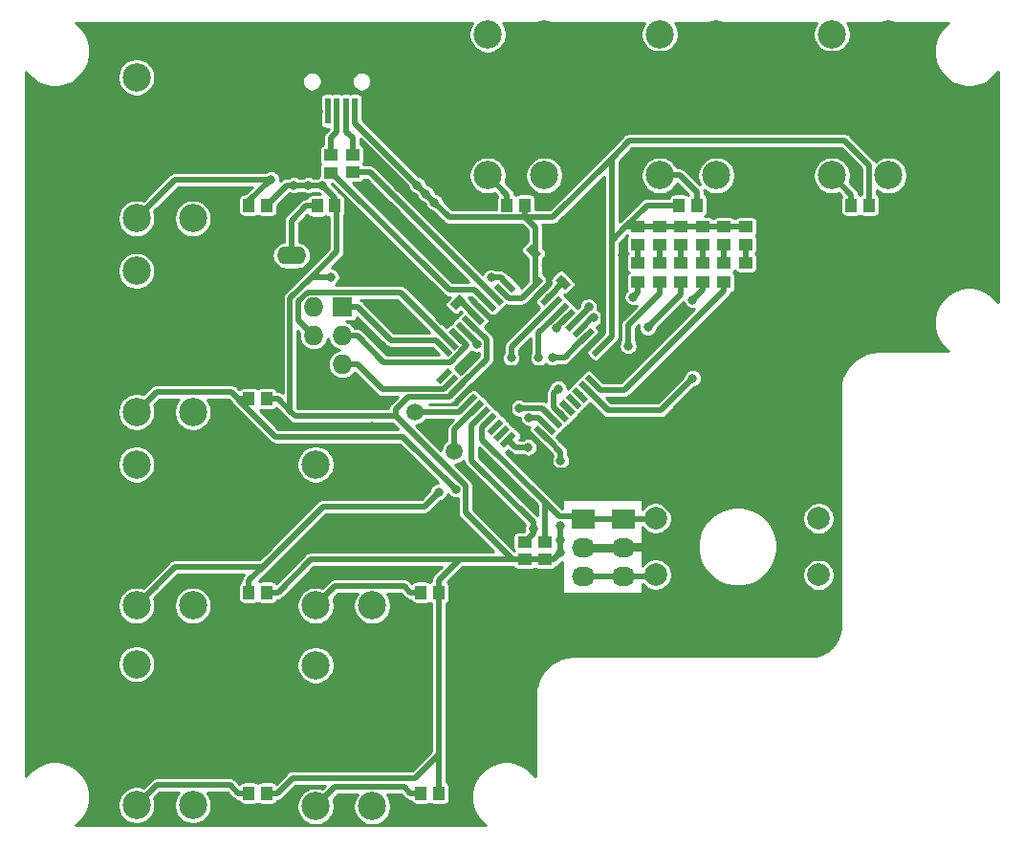
<source format=gtl>
G04 #@! TF.GenerationSoftware,KiCad,Pcbnew,(5.1.2)-2*
G04 #@! TF.CreationDate,2025-05-11T13:48:29+09:00*
G04 #@! TF.ProjectId,FIC_2,4649435f-322e-46b6-9963-61645f706362,rev?*
G04 #@! TF.SameCoordinates,Original*
G04 #@! TF.FileFunction,Copper,L1,Top*
G04 #@! TF.FilePolarity,Positive*
%FSLAX46Y46*%
G04 Gerber Fmt 4.6, Leading zero omitted, Abs format (unit mm)*
G04 Created by KiCad (PCBNEW (5.1.2)-2) date 2025-05-11 13:48:29*
%MOMM*%
%LPD*%
G04 APERTURE LIST*
%ADD10C,2.000000*%
%ADD11C,4.000000*%
%ADD12R,1.200000X1.000000*%
%ADD13O,2.600000X1.600000*%
%ADD14C,2.500000*%
%ADD15R,1.998980X2.499360*%
%ADD16R,0.500380X2.301240*%
%ADD17C,0.750000*%
%ADD18C,0.100000*%
%ADD19R,1.727200X1.727200*%
%ADD20O,1.727200X1.727200*%
%ADD21R,2.032000X1.727200*%
%ADD22O,2.032000X1.727200*%
%ADD23R,1.000000X1.200000*%
%ADD24C,0.550000*%
%ADD25C,1.500000*%
%ADD26C,0.800000*%
%ADD27C,0.500000*%
%ADD28C,0.800000*%
%ADD29C,0.250000*%
%ADD30C,0.254000*%
G04 APERTURE END LIST*
D10*
X164475000Y-102087800D03*
X164475000Y-107087800D03*
X150039000Y-107071800D03*
X150039000Y-102071800D03*
X150039000Y-104571800D03*
D11*
X157289000Y-111171800D03*
X157289000Y-97971800D03*
D12*
X148463000Y-79425800D03*
X148463000Y-81185800D03*
X150368000Y-81185800D03*
X150368000Y-79425800D03*
X152273000Y-81185800D03*
X152273000Y-79425800D03*
X154178000Y-79425800D03*
X154178000Y-81185800D03*
X156083000Y-79425800D03*
X156083000Y-81185800D03*
X157988000Y-81185800D03*
X157988000Y-79425800D03*
D13*
X117781000Y-78790800D03*
X124281000Y-78790800D03*
D14*
X165648000Y-59205800D03*
X170648000Y-59205800D03*
X165648000Y-71705800D03*
X170648000Y-71705800D03*
D15*
X117342920Y-60385960D03*
X117342920Y-65885060D03*
X126243080Y-60385960D03*
X126243080Y-65885060D03*
D16*
X120192800Y-65984120D03*
X120992900Y-65984120D03*
X121793000Y-65984120D03*
X122593100Y-65984120D03*
X123393200Y-65984120D03*
D17*
X131154249Y-84288551D03*
D18*
G36*
X130995150Y-84977980D02*
G01*
X130464820Y-84447650D01*
X131313348Y-83599122D01*
X131843678Y-84129452D01*
X130995150Y-84977980D01*
X130995150Y-84977980D01*
G37*
D17*
X132497751Y-82945049D03*
D18*
G36*
X132338652Y-83634478D02*
G01*
X131808322Y-83104148D01*
X132656850Y-82255620D01*
X133187180Y-82785950D01*
X132338652Y-83634478D01*
X132338652Y-83634478D01*
G37*
D17*
X139206049Y-78449249D03*
D18*
G36*
X139895478Y-78608348D02*
G01*
X139365148Y-79138678D01*
X138516620Y-78290150D01*
X139046950Y-77759820D01*
X139895478Y-78608348D01*
X139895478Y-78608348D01*
G37*
D17*
X140549551Y-79792751D03*
D18*
G36*
X141238980Y-79951850D02*
G01*
X140708650Y-80482180D01*
X139860122Y-79633652D01*
X140390452Y-79103322D01*
X141238980Y-79951850D01*
X141238980Y-79951850D01*
G37*
D17*
X143165751Y-82510551D03*
D18*
G36*
X142476322Y-82351452D02*
G01*
X143006652Y-81821122D01*
X143855180Y-82669650D01*
X143324850Y-83199980D01*
X142476322Y-82351452D01*
X142476322Y-82351452D01*
G37*
D17*
X141822249Y-81167049D03*
D18*
G36*
X141132820Y-81007950D02*
G01*
X141663150Y-80477620D01*
X142511678Y-81326148D01*
X141981348Y-81856478D01*
X141132820Y-81007950D01*
X141132820Y-81007950D01*
G37*
D19*
X122301000Y-83362800D03*
D20*
X119761000Y-83362800D03*
X122301000Y-85902800D03*
X119761000Y-85902800D03*
X122301000Y-88442800D03*
X119761000Y-88442800D03*
D21*
X147193000Y-102158800D03*
D22*
X147193000Y-104698800D03*
X147193000Y-107238800D03*
X143637000Y-107238800D03*
X143637000Y-104698800D03*
D21*
X143637000Y-102158800D03*
D23*
X120060500Y-74409300D03*
X121620500Y-74409300D03*
D12*
X152273000Y-77810800D03*
X152273000Y-76250800D03*
X148463000Y-76250800D03*
X148463000Y-77810800D03*
X121285000Y-71460800D03*
X121285000Y-69900800D03*
X123190000Y-69882800D03*
X123190000Y-71442800D03*
X150373000Y-76255800D03*
X150373000Y-77815800D03*
X154178000Y-77810800D03*
X154178000Y-76250800D03*
X157988000Y-76250800D03*
X157988000Y-77810800D03*
X156083000Y-77810800D03*
X156083000Y-76250800D03*
X138430000Y-104154800D03*
X138430000Y-105714800D03*
X140208000Y-105732800D03*
X140208000Y-104172800D03*
D23*
X115588000Y-74345800D03*
X114028000Y-74345800D03*
X115588000Y-91490800D03*
X114028000Y-91490800D03*
X114028000Y-108635800D03*
X115588000Y-108635800D03*
X114028000Y-126415800D03*
X115588000Y-126415800D03*
X130828000Y-108635800D03*
X129268000Y-108635800D03*
X130828000Y-126415800D03*
X129268000Y-126415800D03*
X136888000Y-74345800D03*
X138448000Y-74345800D03*
X153688000Y-74345800D03*
X152128000Y-74345800D03*
X167368000Y-74345800D03*
X168928000Y-74345800D03*
D14*
X109053000Y-75515800D03*
X104053000Y-75515800D03*
X109053000Y-63015800D03*
X104053000Y-63015800D03*
X104053000Y-80160800D03*
X109053000Y-80160800D03*
X104053000Y-92660800D03*
X109053000Y-92660800D03*
X109053000Y-109805800D03*
X104053000Y-109805800D03*
X109053000Y-97305800D03*
X104053000Y-97305800D03*
X104053000Y-114985800D03*
X109053000Y-114985800D03*
X104053000Y-127485800D03*
X109053000Y-127485800D03*
X124928000Y-109805800D03*
X119928000Y-109805800D03*
X124928000Y-97305800D03*
X119928000Y-97305800D03*
X119928000Y-115085800D03*
X124928000Y-115085800D03*
X119928000Y-127585800D03*
X124928000Y-127585800D03*
X140168000Y-71705800D03*
X135168000Y-71705800D03*
X140168000Y-59205800D03*
X135168000Y-59205800D03*
X150408000Y-59205800D03*
X155408000Y-59205800D03*
X150408000Y-71705800D03*
X155408000Y-71705800D03*
D24*
X136973918Y-81392864D03*
D18*
G36*
X136249134Y-81056988D02*
G01*
X136638042Y-80668080D01*
X137698702Y-81728740D01*
X137309794Y-82117648D01*
X136249134Y-81056988D01*
X136249134Y-81056988D01*
G37*
D24*
X136408233Y-81958550D03*
D18*
G36*
X135683449Y-81622674D02*
G01*
X136072357Y-81233766D01*
X137133017Y-82294426D01*
X136744109Y-82683334D01*
X135683449Y-81622674D01*
X135683449Y-81622674D01*
G37*
D24*
X135842548Y-82524235D03*
D18*
G36*
X135117764Y-82188359D02*
G01*
X135506672Y-81799451D01*
X136567332Y-82860111D01*
X136178424Y-83249019D01*
X135117764Y-82188359D01*
X135117764Y-82188359D01*
G37*
D24*
X135276862Y-83089920D03*
D18*
G36*
X134552078Y-82754044D02*
G01*
X134940986Y-82365136D01*
X136001646Y-83425796D01*
X135612738Y-83814704D01*
X134552078Y-82754044D01*
X134552078Y-82754044D01*
G37*
D24*
X134711177Y-83655606D03*
D18*
G36*
X133986393Y-83319730D02*
G01*
X134375301Y-82930822D01*
X135435961Y-83991482D01*
X135047053Y-84380390D01*
X133986393Y-83319730D01*
X133986393Y-83319730D01*
G37*
D24*
X134145491Y-84221291D03*
D18*
G36*
X133420707Y-83885415D02*
G01*
X133809615Y-83496507D01*
X134870275Y-84557167D01*
X134481367Y-84946075D01*
X133420707Y-83885415D01*
X133420707Y-83885415D01*
G37*
D24*
X133579806Y-84786977D03*
D18*
G36*
X132855022Y-84451101D02*
G01*
X133243930Y-84062193D01*
X134304590Y-85122853D01*
X133915682Y-85511761D01*
X132855022Y-84451101D01*
X132855022Y-84451101D01*
G37*
D24*
X133014120Y-85352662D03*
D18*
G36*
X132289336Y-85016786D02*
G01*
X132678244Y-84627878D01*
X133738904Y-85688538D01*
X133349996Y-86077446D01*
X132289336Y-85016786D01*
X132289336Y-85016786D01*
G37*
D24*
X132448435Y-85918348D03*
D18*
G36*
X131723651Y-85582472D02*
G01*
X132112559Y-85193564D01*
X133173219Y-86254224D01*
X132784311Y-86643132D01*
X131723651Y-85582472D01*
X131723651Y-85582472D01*
G37*
D24*
X131882750Y-86484033D03*
D18*
G36*
X131157966Y-86148157D02*
G01*
X131546874Y-85759249D01*
X132607534Y-86819909D01*
X132218626Y-87208817D01*
X131157966Y-86148157D01*
X131157966Y-86148157D01*
G37*
D24*
X131317064Y-87049718D03*
D18*
G36*
X130592280Y-86713842D02*
G01*
X130981188Y-86324934D01*
X132041848Y-87385594D01*
X131652940Y-87774502D01*
X130592280Y-86713842D01*
X130592280Y-86713842D01*
G37*
D24*
X131317064Y-89453882D03*
D18*
G36*
X130981188Y-90178666D02*
G01*
X130592280Y-89789758D01*
X131652940Y-88729098D01*
X132041848Y-89118006D01*
X130981188Y-90178666D01*
X130981188Y-90178666D01*
G37*
D24*
X131882750Y-90019567D03*
D18*
G36*
X131546874Y-90744351D02*
G01*
X131157966Y-90355443D01*
X132218626Y-89294783D01*
X132607534Y-89683691D01*
X131546874Y-90744351D01*
X131546874Y-90744351D01*
G37*
D24*
X132448435Y-90585252D03*
D18*
G36*
X132112559Y-91310036D02*
G01*
X131723651Y-90921128D01*
X132784311Y-89860468D01*
X133173219Y-90249376D01*
X132112559Y-91310036D01*
X132112559Y-91310036D01*
G37*
D24*
X133014120Y-91150938D03*
D18*
G36*
X132678244Y-91875722D02*
G01*
X132289336Y-91486814D01*
X133349996Y-90426154D01*
X133738904Y-90815062D01*
X132678244Y-91875722D01*
X132678244Y-91875722D01*
G37*
D24*
X133579806Y-91716623D03*
D18*
G36*
X133243930Y-92441407D02*
G01*
X132855022Y-92052499D01*
X133915682Y-90991839D01*
X134304590Y-91380747D01*
X133243930Y-92441407D01*
X133243930Y-92441407D01*
G37*
D24*
X134145491Y-92282309D03*
D18*
G36*
X133809615Y-93007093D02*
G01*
X133420707Y-92618185D01*
X134481367Y-91557525D01*
X134870275Y-91946433D01*
X133809615Y-93007093D01*
X133809615Y-93007093D01*
G37*
D24*
X134711177Y-92847994D03*
D18*
G36*
X134375301Y-93572778D02*
G01*
X133986393Y-93183870D01*
X135047053Y-92123210D01*
X135435961Y-92512118D01*
X134375301Y-93572778D01*
X134375301Y-93572778D01*
G37*
D24*
X135276862Y-93413680D03*
D18*
G36*
X134940986Y-94138464D02*
G01*
X134552078Y-93749556D01*
X135612738Y-92688896D01*
X136001646Y-93077804D01*
X134940986Y-94138464D01*
X134940986Y-94138464D01*
G37*
D24*
X135842548Y-93979365D03*
D18*
G36*
X135506672Y-94704149D02*
G01*
X135117764Y-94315241D01*
X136178424Y-93254581D01*
X136567332Y-93643489D01*
X135506672Y-94704149D01*
X135506672Y-94704149D01*
G37*
D24*
X136408233Y-94545050D03*
D18*
G36*
X136072357Y-95269834D02*
G01*
X135683449Y-94880926D01*
X136744109Y-93820266D01*
X137133017Y-94209174D01*
X136072357Y-95269834D01*
X136072357Y-95269834D01*
G37*
D24*
X136973918Y-95110736D03*
D18*
G36*
X136638042Y-95835520D02*
G01*
X136249134Y-95446612D01*
X137309794Y-94385952D01*
X137698702Y-94774860D01*
X136638042Y-95835520D01*
X136638042Y-95835520D01*
G37*
D24*
X139378082Y-95110736D03*
D18*
G36*
X138653298Y-94774860D02*
G01*
X139042206Y-94385952D01*
X140102866Y-95446612D01*
X139713958Y-95835520D01*
X138653298Y-94774860D01*
X138653298Y-94774860D01*
G37*
D24*
X139943767Y-94545050D03*
D18*
G36*
X139218983Y-94209174D02*
G01*
X139607891Y-93820266D01*
X140668551Y-94880926D01*
X140279643Y-95269834D01*
X139218983Y-94209174D01*
X139218983Y-94209174D01*
G37*
D24*
X140509452Y-93979365D03*
D18*
G36*
X139784668Y-93643489D02*
G01*
X140173576Y-93254581D01*
X141234236Y-94315241D01*
X140845328Y-94704149D01*
X139784668Y-93643489D01*
X139784668Y-93643489D01*
G37*
D24*
X141075138Y-93413680D03*
D18*
G36*
X140350354Y-93077804D02*
G01*
X140739262Y-92688896D01*
X141799922Y-93749556D01*
X141411014Y-94138464D01*
X140350354Y-93077804D01*
X140350354Y-93077804D01*
G37*
D24*
X141640823Y-92847994D03*
D18*
G36*
X140916039Y-92512118D02*
G01*
X141304947Y-92123210D01*
X142365607Y-93183870D01*
X141976699Y-93572778D01*
X140916039Y-92512118D01*
X140916039Y-92512118D01*
G37*
D24*
X142206509Y-92282309D03*
D18*
G36*
X141481725Y-91946433D02*
G01*
X141870633Y-91557525D01*
X142931293Y-92618185D01*
X142542385Y-93007093D01*
X141481725Y-91946433D01*
X141481725Y-91946433D01*
G37*
D24*
X142772194Y-91716623D03*
D18*
G36*
X142047410Y-91380747D02*
G01*
X142436318Y-90991839D01*
X143496978Y-92052499D01*
X143108070Y-92441407D01*
X142047410Y-91380747D01*
X142047410Y-91380747D01*
G37*
D24*
X143337880Y-91150938D03*
D18*
G36*
X142613096Y-90815062D02*
G01*
X143002004Y-90426154D01*
X144062664Y-91486814D01*
X143673756Y-91875722D01*
X142613096Y-90815062D01*
X142613096Y-90815062D01*
G37*
D24*
X143903565Y-90585252D03*
D18*
G36*
X143178781Y-90249376D02*
G01*
X143567689Y-89860468D01*
X144628349Y-90921128D01*
X144239441Y-91310036D01*
X143178781Y-90249376D01*
X143178781Y-90249376D01*
G37*
D24*
X144469250Y-90019567D03*
D18*
G36*
X143744466Y-89683691D02*
G01*
X144133374Y-89294783D01*
X145194034Y-90355443D01*
X144805126Y-90744351D01*
X143744466Y-89683691D01*
X143744466Y-89683691D01*
G37*
D24*
X145034936Y-89453882D03*
D18*
G36*
X144310152Y-89118006D02*
G01*
X144699060Y-88729098D01*
X145759720Y-89789758D01*
X145370812Y-90178666D01*
X144310152Y-89118006D01*
X144310152Y-89118006D01*
G37*
D24*
X145034936Y-87049718D03*
D18*
G36*
X144699060Y-87774502D02*
G01*
X144310152Y-87385594D01*
X145370812Y-86324934D01*
X145759720Y-86713842D01*
X144699060Y-87774502D01*
X144699060Y-87774502D01*
G37*
D24*
X144469250Y-86484033D03*
D18*
G36*
X144133374Y-87208817D02*
G01*
X143744466Y-86819909D01*
X144805126Y-85759249D01*
X145194034Y-86148157D01*
X144133374Y-87208817D01*
X144133374Y-87208817D01*
G37*
D24*
X143903565Y-85918348D03*
D18*
G36*
X143567689Y-86643132D02*
G01*
X143178781Y-86254224D01*
X144239441Y-85193564D01*
X144628349Y-85582472D01*
X143567689Y-86643132D01*
X143567689Y-86643132D01*
G37*
D24*
X143337880Y-85352662D03*
D18*
G36*
X143002004Y-86077446D02*
G01*
X142613096Y-85688538D01*
X143673756Y-84627878D01*
X144062664Y-85016786D01*
X143002004Y-86077446D01*
X143002004Y-86077446D01*
G37*
D24*
X142772194Y-84786977D03*
D18*
G36*
X142436318Y-85511761D02*
G01*
X142047410Y-85122853D01*
X143108070Y-84062193D01*
X143496978Y-84451101D01*
X142436318Y-85511761D01*
X142436318Y-85511761D01*
G37*
D24*
X142206509Y-84221291D03*
D18*
G36*
X141870633Y-84946075D02*
G01*
X141481725Y-84557167D01*
X142542385Y-83496507D01*
X142931293Y-83885415D01*
X141870633Y-84946075D01*
X141870633Y-84946075D01*
G37*
D24*
X141640823Y-83655606D03*
D18*
G36*
X141304947Y-84380390D02*
G01*
X140916039Y-83991482D01*
X141976699Y-82930822D01*
X142365607Y-83319730D01*
X141304947Y-84380390D01*
X141304947Y-84380390D01*
G37*
D24*
X141075138Y-83089920D03*
D18*
G36*
X140739262Y-83814704D02*
G01*
X140350354Y-83425796D01*
X141411014Y-82365136D01*
X141799922Y-82754044D01*
X140739262Y-83814704D01*
X140739262Y-83814704D01*
G37*
D24*
X140509452Y-82524235D03*
D18*
G36*
X140173576Y-83249019D02*
G01*
X139784668Y-82860111D01*
X140845328Y-81799451D01*
X141234236Y-82188359D01*
X140173576Y-83249019D01*
X140173576Y-83249019D01*
G37*
D24*
X139943767Y-81958550D03*
D18*
G36*
X139607891Y-82683334D02*
G01*
X139218983Y-82294426D01*
X140279643Y-81233766D01*
X140668551Y-81622674D01*
X139607891Y-82683334D01*
X139607891Y-82683334D01*
G37*
D24*
X139378082Y-81392864D03*
D18*
G36*
X139042206Y-82117648D02*
G01*
X138653298Y-81728740D01*
X139713958Y-80668080D01*
X140102866Y-81056988D01*
X139042206Y-82117648D01*
X139042206Y-82117648D01*
G37*
D25*
X132207000Y-96125800D03*
X128742177Y-92660977D03*
D26*
X120142000Y-103809800D03*
X130111500Y-69392800D03*
X117221000Y-69202300D03*
X143186000Y-76552800D03*
X158902400Y-72390000D03*
X124953000Y-93917800D03*
X116353000Y-93117800D03*
X130492500Y-82092800D03*
X129730500Y-81330800D03*
X128968500Y-80568800D03*
X128206500Y-79806800D03*
X129730500Y-82727800D03*
X128968500Y-81965800D03*
X128206500Y-81203800D03*
X127444500Y-80441800D03*
X117688500Y-109377800D03*
X121244500Y-122522300D03*
X108608000Y-120426800D03*
X107909500Y-88105300D03*
X109687500Y-103916800D03*
X108267500Y-70345300D03*
X177686000Y-71852800D03*
X147686000Y-97852800D03*
X133686000Y-122852800D03*
X128686000Y-128852800D03*
X112813000Y-128725800D03*
X172686000Y-79852800D03*
X167686000Y-84852800D03*
X97686000Y-79852800D03*
X97686000Y-89852800D03*
X97686000Y-99852800D03*
X97686000Y-109852800D03*
X101813000Y-128725800D03*
X177686000Y-79852800D03*
X150686000Y-112852800D03*
X107686000Y-59852800D03*
X132686000Y-59852800D03*
X147686000Y-59852800D03*
X162686000Y-59852800D03*
X177686000Y-64852800D03*
X162686000Y-89852800D03*
X139573000Y-113461800D03*
X96313000Y-121725800D03*
X97686000Y-64852800D03*
X145237200Y-81127600D03*
X136779000Y-98602800D03*
X136271000Y-102819200D03*
X126111000Y-74345800D03*
X130619500Y-79044800D03*
X126288800Y-71526400D03*
X137287000Y-77901800D03*
X132969000Y-88569800D03*
X126111000Y-87045800D03*
X127127000Y-83997800D03*
X131191000Y-93649800D03*
X130683000Y-94919800D03*
X129667000Y-93903800D03*
X138366500Y-83553300D03*
X137350500Y-84315300D03*
X136271000Y-85267800D03*
X136525000Y-92125800D03*
X141605000Y-89077800D03*
X138049000Y-90601800D03*
X136525000Y-90601800D03*
X135001000Y-90601800D03*
X123063000Y-90220800D03*
X121793000Y-90220800D03*
X120523000Y-90220800D03*
X119253000Y-90220800D03*
X147002500Y-89204800D03*
X126238000Y-102285800D03*
X120523000Y-91617800D03*
X119253000Y-91617800D03*
X121793000Y-91617800D03*
X147091400Y-78765400D03*
X127813000Y-122725800D03*
X126809351Y-95872151D03*
X128143000Y-97205800D03*
X129413000Y-98475800D03*
X126873000Y-98475800D03*
X128143000Y-99745800D03*
X125603000Y-99745800D03*
X138557000Y-88569800D03*
X119253000Y-72567800D03*
X121259400Y-80694800D03*
X141626800Y-105144900D03*
X141626800Y-96957800D03*
X130429225Y-74091575D03*
X129667225Y-73329575D03*
X128905225Y-72567575D03*
X120523000Y-72567800D03*
X117983000Y-72567800D03*
X141626800Y-104042000D03*
X141626800Y-102772000D03*
X149352000Y-85140800D03*
X141414500Y-90601800D03*
X148038900Y-82480000D03*
X134199200Y-86633700D03*
X147602700Y-86784800D03*
X138756300Y-95778300D03*
X153314400Y-89662000D03*
X153313000Y-82725800D03*
X139198700Y-103027400D03*
X135473800Y-80757000D03*
X115951000Y-72059800D03*
X132323300Y-99496900D03*
X138830800Y-93162800D03*
X130831300Y-99745800D03*
X137929700Y-92312500D03*
X140893800Y-87842200D03*
X137242900Y-87878900D03*
X139681100Y-87863000D03*
X141291900Y-85239800D03*
X144106000Y-83356300D03*
X144562800Y-84324300D03*
D27*
X132207000Y-96125800D02*
X132207000Y-94220800D01*
X132207000Y-94220800D02*
X134145500Y-92282300D01*
X143165800Y-82510600D02*
X143749500Y-81926900D01*
X150364000Y-104246800D02*
X150039000Y-104571800D01*
X144469300Y-86484000D02*
X145431000Y-85522300D01*
X145431000Y-85522300D02*
X145431000Y-83424800D01*
X145431000Y-83424800D02*
X144438500Y-82432300D01*
X144438500Y-82432300D02*
X144254800Y-82432300D01*
X144254800Y-82432300D02*
X143749500Y-81926900D01*
X136286200Y-88605300D02*
X136410900Y-88730000D01*
X136410900Y-88730000D02*
X142223300Y-88730000D01*
X142223300Y-88730000D02*
X144469300Y-86484000D01*
X134589300Y-90302200D02*
X136286200Y-88605300D01*
X136286200Y-88605300D02*
X136286200Y-85230600D01*
X136286200Y-85230600D02*
X135560000Y-84504300D01*
X139943800Y-81958500D02*
X137623600Y-84278700D01*
X137623600Y-84278700D02*
X135785600Y-84278700D01*
X135785600Y-84278700D02*
X135560000Y-84504300D01*
X145034900Y-89453900D02*
X147264400Y-89453900D01*
X134589300Y-90302200D02*
X134589300Y-90321900D01*
X134589300Y-90321900D02*
X138529400Y-94262000D01*
X131154200Y-84288600D02*
X130570600Y-83704900D01*
X130711500Y-83471000D02*
X130711500Y-83564000D01*
X130711500Y-83564000D02*
X130570600Y-83704900D01*
X130711500Y-83471000D02*
X126031300Y-78790800D01*
X152093800Y-102068500D02*
X152093800Y-102517000D01*
X152093800Y-102517000D02*
X150364000Y-104246800D01*
X150364000Y-104246800D02*
X157289000Y-111171800D01*
X147833400Y-97808100D02*
X152093800Y-102068500D01*
X152093800Y-102068500D02*
X153192300Y-102068500D01*
X153192300Y-102068500D02*
X157289000Y-97971800D01*
X124281000Y-78790800D02*
X126031300Y-78790800D01*
X170648000Y-59205800D02*
X168947600Y-60906200D01*
X168947600Y-60906200D02*
X157108400Y-60906200D01*
X157108400Y-60906200D02*
X155408000Y-59205800D01*
X140168000Y-59205800D02*
X140168000Y-60907100D01*
X140168000Y-60907100D02*
X153706700Y-60907100D01*
X153706700Y-60907100D02*
X155408000Y-59205800D01*
X133862800Y-90302200D02*
X134589300Y-90302200D01*
X133014100Y-91150900D02*
X133862800Y-90302200D01*
X139378100Y-95110700D02*
X138529400Y-94262000D01*
X139802500Y-95535100D02*
X139378100Y-95110700D01*
X139802500Y-95535100D02*
X140226900Y-95959400D01*
X157988000Y-81185800D02*
X157988000Y-82136100D01*
X157988000Y-82136100D02*
X157289000Y-82835100D01*
X157289000Y-82835100D02*
X157289000Y-97971800D01*
X140226900Y-95959400D02*
X140226800Y-95959500D01*
X140226800Y-95959500D02*
X140226800Y-96980200D01*
X140226800Y-96980200D02*
X140235200Y-96988600D01*
X133615160Y-90549898D02*
X133014120Y-91150938D01*
X133623229Y-90541829D02*
X133615160Y-90549898D01*
X134777831Y-90541829D02*
X133623229Y-90541829D01*
X119253000Y-90220800D02*
X120523000Y-90220800D01*
X121793000Y-90220800D02*
X123063000Y-90220800D01*
X141952800Y-88730000D02*
X142223300Y-88730000D01*
X135001000Y-90601800D02*
X140081000Y-90601800D01*
X140081000Y-90601800D02*
X141952800Y-88730000D01*
X137079699Y-92843697D02*
X138729401Y-94493399D01*
X137079699Y-91904499D02*
X137079699Y-92843697D01*
X138382398Y-90601800D02*
X137079699Y-91904499D01*
X140081000Y-90601800D02*
X138382398Y-90601800D01*
X139606301Y-95370299D02*
X138729401Y-94493399D01*
X138729401Y-94493399D02*
X134777831Y-90541829D01*
X129921000Y-93649800D02*
X129667000Y-93903800D01*
X131191000Y-93649800D02*
X129921000Y-93649800D01*
X119253000Y-91617800D02*
X119253000Y-91617800D01*
X120523000Y-91617800D02*
X119253000Y-91617800D01*
D28*
X97686000Y-64852800D02*
X97686000Y-119852800D01*
X97686000Y-119852800D02*
X97686000Y-120598800D01*
X121542000Y-122725800D02*
X127813000Y-122725800D01*
X119415000Y-120598800D02*
X121542000Y-122725800D01*
X177686000Y-74852800D02*
X177686000Y-64852800D01*
X162686000Y-89852800D02*
X177686000Y-74852800D01*
X177686000Y-64852800D02*
X177686000Y-79852800D01*
X176778497Y-64852800D02*
X172813000Y-60887303D01*
X177686000Y-64852800D02*
X176778497Y-64852800D01*
X172329503Y-60887303D02*
X170648000Y-59205800D01*
X172813000Y-60887303D02*
X172329503Y-60887303D01*
X126776240Y-59852800D02*
X126243080Y-60385960D01*
X132686000Y-59852800D02*
X126776240Y-59852800D01*
X126243080Y-60385960D02*
X126243080Y-65885060D01*
X124443590Y-60385960D02*
X117342920Y-60385960D01*
X126243080Y-60385960D02*
X124443590Y-60385960D01*
X117342920Y-60385960D02*
X117342920Y-65885060D01*
X120043649Y-65885060D02*
X120142709Y-65984120D01*
X117342920Y-65885060D02*
X120043649Y-65885060D01*
X111922260Y-65885060D02*
X109053000Y-63015800D01*
X117342920Y-65885060D02*
X111922260Y-65885060D01*
X147320000Y-104571800D02*
X147193000Y-104698800D01*
X150039000Y-104571800D02*
X147320000Y-104571800D01*
X147193000Y-104698800D02*
X143637000Y-104698800D01*
D27*
X97440000Y-120598800D02*
X96313000Y-121725800D01*
X98186000Y-120598800D02*
X97440000Y-120598800D01*
D28*
X98186000Y-120598800D02*
X119415000Y-120598800D01*
X97686000Y-120598800D02*
X98186000Y-120598800D01*
D29*
X128143000Y-97205800D02*
X128143000Y-97205800D01*
D27*
X128143000Y-97205800D02*
X126809351Y-95872151D01*
X129413000Y-98475800D02*
X128143000Y-99745800D01*
X128143000Y-99745800D02*
X128143000Y-99745800D01*
X126873000Y-98475800D02*
X125603000Y-99745800D01*
X125603000Y-99745800D02*
X125603000Y-99745800D01*
X135334366Y-84278700D02*
X135281233Y-84225567D01*
X135785600Y-84278700D02*
X135334366Y-84278700D01*
X134711200Y-83655600D02*
X135281233Y-84225567D01*
X135281233Y-84225567D02*
X135560000Y-84504300D01*
X140549551Y-80423081D02*
X140549551Y-79792751D01*
X140552876Y-80426406D02*
X140549551Y-80423081D01*
X140552876Y-81349441D02*
X140552876Y-80426406D01*
X139943767Y-81958550D02*
X140552876Y-81349441D01*
X140226800Y-96980200D02*
X140226800Y-97351600D01*
X140728000Y-97852800D02*
X147686000Y-97852800D01*
X140226800Y-97351600D02*
X140728000Y-97852800D01*
D29*
X133014120Y-91150938D02*
X132166258Y-91998800D01*
X132166258Y-91998800D02*
X130022600Y-91998800D01*
D27*
X133579800Y-91716600D02*
X132635400Y-92661000D01*
X132635400Y-92661000D02*
X128742200Y-92661000D01*
X132869249Y-82945049D02*
X132497751Y-82945049D01*
X134145491Y-84221291D02*
X132869249Y-82945049D01*
X146137700Y-80019500D02*
X146137700Y-77525800D01*
X145034900Y-87049700D02*
X146137700Y-85946900D01*
X133175400Y-99146100D02*
X127535400Y-93506100D01*
X133175400Y-105714800D02*
X132698700Y-105714800D01*
X132698700Y-105714800D02*
X130828000Y-107585500D01*
X137554800Y-105714800D02*
X133175400Y-105714800D01*
X152273000Y-76250800D02*
X151222700Y-76250800D01*
X150373000Y-76255800D02*
X151217700Y-76255800D01*
X151217700Y-76255800D02*
X151222700Y-76250800D01*
X149513300Y-76250800D02*
X149518300Y-76255800D01*
X149518300Y-76255800D02*
X150373000Y-76255800D01*
X154178000Y-76250800D02*
X155032700Y-76250800D01*
X156083000Y-76250800D02*
X155032700Y-76250800D01*
X152273000Y-76250800D02*
X153323300Y-76250800D01*
X138430000Y-105714800D02*
X137554800Y-105714800D01*
X141626800Y-96764300D02*
X141626800Y-96957800D01*
X148463000Y-76250800D02*
X149513300Y-76250800D01*
X116538300Y-126415800D02*
X117872700Y-125081400D01*
X156083000Y-76250800D02*
X157988000Y-76250800D01*
X140208000Y-105732800D02*
X139157700Y-105732800D01*
X138430000Y-105714800D02*
X139139700Y-105714800D01*
X139139700Y-105714800D02*
X139157700Y-105732800D01*
X130828000Y-108635800D02*
X130828000Y-107585500D01*
X130828000Y-126415800D02*
X130828000Y-125365500D01*
X115588000Y-126415800D02*
X116538300Y-126415800D01*
X138448000Y-74345800D02*
X138448000Y-75396100D01*
X146137700Y-77525800D02*
X146137700Y-70194100D01*
X146137700Y-70194100D02*
X147701000Y-68630800D01*
X147701000Y-68630800D02*
X166751000Y-68630800D01*
X168928000Y-70807800D02*
X168928000Y-74345800D01*
X166751000Y-68630800D02*
X168928000Y-70807800D01*
X139943767Y-94545050D02*
X141043766Y-95645049D01*
X116588000Y-108635800D02*
X115588000Y-108635800D01*
X119509000Y-105714800D02*
X116588000Y-108635800D01*
X133175400Y-105714800D02*
X119509000Y-105714800D01*
X138777042Y-81993904D02*
X139378082Y-81392864D01*
X138203288Y-82567658D02*
X138777042Y-81993904D01*
X137017341Y-82567658D02*
X138203288Y-82567658D01*
X136408233Y-81958550D02*
X137017341Y-82567658D01*
X133049475Y-89984212D02*
X132448435Y-90585252D01*
X131733750Y-75396100D02*
X132045700Y-75396100D01*
X123413200Y-67075550D02*
X128905225Y-72567575D01*
X123413200Y-66175120D02*
X123413200Y-67075550D01*
X138448000Y-75396100D02*
X132045700Y-75396100D01*
X139378082Y-76326218D02*
X139378082Y-81392864D01*
X139378100Y-76326200D02*
X139378082Y-76326218D01*
X127535400Y-93506100D02*
X127491300Y-93506100D01*
X141038900Y-105732800D02*
X141626800Y-105144900D01*
X140208000Y-105732800D02*
X141038900Y-105732800D01*
X135049201Y-87984486D02*
X133049475Y-89984212D01*
X135049201Y-86256372D02*
X135049201Y-87984486D01*
X133579806Y-84786977D02*
X135049201Y-86256372D01*
X146137700Y-83141538D02*
X146137700Y-83275100D01*
X146137700Y-85946900D02*
X146137700Y-83275100D01*
X146137700Y-83275100D02*
X146137700Y-80019500D01*
X115588000Y-91490800D02*
X116588000Y-91490800D01*
X127044100Y-93014800D02*
X127535400Y-93506100D01*
X118112000Y-93014800D02*
X127044100Y-93014800D01*
X117674900Y-92577700D02*
X117730000Y-92632800D01*
X117674900Y-82589100D02*
X117674900Y-92577700D01*
X119569200Y-80694800D02*
X117674900Y-82589100D01*
X121259400Y-80694800D02*
X119569200Y-80694800D01*
X116588000Y-91490800D02*
X117730000Y-92632800D01*
X117730000Y-92632800D02*
X118112000Y-93014800D01*
X131847395Y-91186292D02*
X132448435Y-90585252D01*
X131689677Y-91344010D02*
X131847395Y-91186292D01*
X128099290Y-91344010D02*
X131689677Y-91344010D01*
X127044100Y-92399200D02*
X128099290Y-91344010D01*
X127044100Y-93014800D02*
X127044100Y-92399200D01*
X130828000Y-122968800D02*
X128715400Y-125081400D01*
X130828000Y-120174800D02*
X130828000Y-122968800D01*
X117872700Y-125081400D02*
X128715400Y-125081400D01*
X130828000Y-120174800D02*
X130828000Y-108635800D01*
X130828000Y-126415800D02*
X130828000Y-120174800D01*
X121793000Y-78471000D02*
X121793000Y-75615800D01*
X119569200Y-80694800D02*
X121793000Y-78471000D01*
X130429225Y-74091575D02*
X131733750Y-75396100D01*
X129667225Y-73329575D02*
X130429225Y-74091575D01*
X128905225Y-72567575D02*
X129667225Y-73329575D01*
X117366000Y-72567800D02*
X115588000Y-74345800D01*
X119253000Y-72567800D02*
X117475000Y-72567800D01*
X121793000Y-75107800D02*
X121793000Y-75615800D01*
X117475000Y-72567800D02*
X117366000Y-72567800D01*
X120269000Y-72567800D02*
X118999000Y-72567800D01*
X120523000Y-72567800D02*
X119253000Y-72567800D01*
X146137700Y-83085800D02*
X146137700Y-83275100D01*
X141626800Y-96228083D02*
X139943767Y-94545050D01*
X141626800Y-96957800D02*
X141626800Y-96228083D01*
X137330000Y-105714800D02*
X138430000Y-105714800D01*
X133175400Y-101560200D02*
X137330000Y-105714800D01*
X133175400Y-99146100D02*
X133175400Y-101560200D01*
X121793000Y-74581800D02*
X121620500Y-74409300D01*
X121793000Y-75615800D02*
X121793000Y-74581800D01*
X121620500Y-73665300D02*
X121620500Y-74409300D01*
X120523000Y-72567800D02*
X121620500Y-73665300D01*
X154178000Y-76250800D02*
X153323300Y-76250800D01*
X152128000Y-74345800D02*
X149368000Y-74345800D01*
X146137700Y-77476100D02*
X146137700Y-77525800D01*
X147363000Y-76250800D02*
X146137700Y-77476100D01*
X148463000Y-76250800D02*
X147363000Y-76250800D01*
X149268000Y-74345800D02*
X147363000Y-76250800D01*
X152128000Y-74345800D02*
X149268000Y-74345800D01*
X141626800Y-102772000D02*
X141626800Y-105144900D01*
X140935700Y-75396100D02*
X146137700Y-70194100D01*
X138448000Y-75396100D02*
X140935700Y-75396100D01*
X139378100Y-76326200D02*
X138448000Y-75396100D01*
X141822200Y-81167000D02*
X141238600Y-81750600D01*
X140509500Y-82524200D02*
X141238600Y-81795100D01*
X141238600Y-81795100D02*
X141238600Y-81750700D01*
X141238600Y-81750700D02*
X141238600Y-81750600D01*
X152273000Y-77810800D02*
X152273000Y-79425800D01*
X152273000Y-82219800D02*
X149352000Y-85140800D01*
X152273000Y-81185800D02*
X152273000Y-82219800D01*
X141014501Y-91001799D02*
X141414500Y-90601800D01*
X141014501Y-92221672D02*
X141014501Y-91001799D01*
X141640823Y-92847994D02*
X141014501Y-92221672D01*
X133014100Y-85352700D02*
X134199200Y-86537800D01*
X134199200Y-86537800D02*
X134199200Y-86633700D01*
X148463000Y-82055900D02*
X148038900Y-82480000D01*
X148463000Y-81185800D02*
X148463000Y-82055900D01*
X148463000Y-77810800D02*
X148463000Y-79425800D01*
X150373000Y-77815800D02*
X150373000Y-78766100D01*
X150373000Y-78766100D02*
X150368000Y-78771100D01*
X150368000Y-78771100D02*
X150368000Y-79425800D01*
X147602800Y-86784800D02*
X147602700Y-86784800D01*
X147602700Y-86219115D02*
X147602700Y-86784800D01*
X147602700Y-84951100D02*
X147602700Y-86219115D01*
X150368000Y-82185800D02*
X147602700Y-84951100D01*
X150368000Y-81185800D02*
X150368000Y-82185800D01*
X137641482Y-95778300D02*
X136973918Y-95110736D01*
X138756300Y-95778300D02*
X137641482Y-95778300D01*
X154051000Y-81312800D02*
X154178000Y-81185800D01*
X150495000Y-92506800D02*
X151003000Y-91998800D01*
X145796000Y-92506800D02*
X150495000Y-92506800D01*
X144780000Y-91490800D02*
X145796000Y-92506800D01*
X144780000Y-91461687D02*
X144780000Y-91490800D01*
X143903565Y-90585252D02*
X144780000Y-91461687D01*
X154178000Y-81860800D02*
X153313000Y-82725800D01*
X154178000Y-81185800D02*
X154178000Y-81860800D01*
X150495000Y-92481400D02*
X150495000Y-92506800D01*
X153314400Y-89662000D02*
X150495000Y-92481400D01*
X154178000Y-77810800D02*
X154178000Y-79425800D01*
X157988000Y-77810800D02*
X157988000Y-79425800D01*
X156083000Y-81893302D02*
X147247502Y-90728800D01*
X156083000Y-81185800D02*
X156083000Y-81893302D01*
X145178483Y-90728800D02*
X144469250Y-90019567D01*
X147247502Y-90728800D02*
X145178483Y-90728800D01*
X156083000Y-77810800D02*
X156083000Y-79425800D01*
X143637000Y-107238800D02*
X147193000Y-107238800D01*
X147193000Y-107238800D02*
X149872000Y-107238800D01*
X149872000Y-107238800D02*
X150039000Y-107071800D01*
X139198700Y-103386100D02*
X138430000Y-104154800D01*
X139198700Y-103027400D02*
X139198700Y-103386100D01*
X133717500Y-93841700D02*
X134711200Y-92848000D01*
X133728192Y-93852392D02*
X133717500Y-93841700D01*
X133728192Y-96948992D02*
X133728192Y-93852392D01*
X139198700Y-103027400D02*
X139198700Y-102419500D01*
X139198700Y-102419500D02*
X133728192Y-96948992D01*
X147193000Y-102158800D02*
X149952000Y-102158800D01*
X149952000Y-102158800D02*
X150039000Y-102071800D01*
X143637000Y-102158800D02*
X147193000Y-102158800D01*
X134667754Y-94022788D02*
X134667754Y-95094554D01*
X135276862Y-93413680D02*
X134667754Y-94022788D01*
X140208000Y-103172800D02*
X140208000Y-100634800D01*
X140208000Y-104172800D02*
X140208000Y-103172800D01*
X140208000Y-100634800D02*
X134667754Y-95094554D01*
X143400199Y-101921999D02*
X143637000Y-102158800D01*
X141495199Y-101921999D02*
X143400199Y-101921999D01*
X140208000Y-100634800D02*
X141495199Y-101921999D01*
X130551146Y-86283800D02*
X131317064Y-87049718D01*
X126585600Y-86283800D02*
X130551146Y-86283800D01*
X122301000Y-83362800D02*
X123664600Y-83362800D01*
X123664600Y-83362800D02*
X126585600Y-86283800D01*
X123614900Y-85902800D02*
X122301000Y-85902800D01*
X133297200Y-86767000D02*
X133057800Y-87006400D01*
X132448400Y-85918300D02*
X133297200Y-86767000D01*
X133057800Y-87006400D02*
X133057800Y-87015100D01*
X133057800Y-87015100D02*
X131821100Y-88251800D01*
X131821100Y-88251800D02*
X125963900Y-88251800D01*
X125963900Y-88251800D02*
X123614900Y-85902800D01*
X131882700Y-86484000D02*
X131034000Y-85635200D01*
X131034000Y-85635200D02*
X131033900Y-85635300D01*
X131033900Y-85635300D02*
X131015400Y-85635300D01*
X131015400Y-85635300D02*
X127428900Y-82048800D01*
X127428900Y-82048800D02*
X119205700Y-82048800D01*
X119205700Y-82048800D02*
X118427400Y-82827100D01*
X118427400Y-82827100D02*
X118427400Y-84569200D01*
X118427400Y-84569200D02*
X119761000Y-85902800D01*
X123614900Y-88442800D02*
X122301000Y-88442800D01*
X125816100Y-90644000D02*
X123614900Y-88442800D01*
X131882750Y-90019567D02*
X131258317Y-90644000D01*
X131258317Y-90644000D02*
X125816100Y-90644000D01*
X119060500Y-74409300D02*
X120060500Y-74409300D01*
X117781000Y-75688800D02*
X119060500Y-74409300D01*
X117781000Y-78790800D02*
X117781000Y-75688800D01*
X123190000Y-68402640D02*
X123190000Y-69882800D01*
X122613100Y-66175120D02*
X122613100Y-67825740D01*
X122613100Y-67825740D02*
X123190000Y-68402640D01*
X121285000Y-68353740D02*
X121285000Y-69900800D01*
X121813000Y-66175120D02*
X121813000Y-67825740D01*
X121813000Y-67825740D02*
X121285000Y-68353740D01*
X135170811Y-83089920D02*
X135276862Y-83089920D01*
X133992552Y-81805610D02*
X135276862Y-83089920D01*
X131729810Y-81805610D02*
X133992552Y-81805610D01*
X121285000Y-71460800D02*
X121385000Y-71460800D01*
X121385000Y-71460800D02*
X131729810Y-81805610D01*
X123190000Y-71442800D02*
X123290000Y-71442800D01*
X126887556Y-73569244D02*
X135842548Y-82524235D01*
X126887556Y-73569244D02*
X126858444Y-73569244D01*
X124732000Y-71442800D02*
X123190000Y-71442800D01*
X126858444Y-73569244D02*
X124732000Y-71442800D01*
X136338054Y-80757000D02*
X135473800Y-80757000D01*
X136973918Y-81392864D02*
X136338054Y-80757000D01*
X114028000Y-73982800D02*
X114028000Y-74345800D01*
X115951000Y-72059800D02*
X114028000Y-73982800D01*
X107509000Y-72059800D02*
X104053000Y-75515800D01*
X115951000Y-72059800D02*
X107509000Y-72059800D01*
X140509500Y-93979400D02*
X139660800Y-93130600D01*
X139660800Y-93130600D02*
X139628600Y-93162800D01*
X139628600Y-93162800D02*
X138830800Y-93162800D01*
X114028000Y-91490800D02*
X113077700Y-91490800D01*
X104053000Y-92660800D02*
X105825500Y-90888300D01*
X105825500Y-90888300D02*
X112475200Y-90888300D01*
X112475200Y-90888300D02*
X113077700Y-91490800D01*
X113077700Y-91538500D02*
X113077700Y-91490800D01*
X116365000Y-94825800D02*
X113077700Y-91538500D01*
X132323300Y-99496900D02*
X127652200Y-94825800D01*
X127652200Y-94825800D02*
X116365000Y-94825800D01*
X141075100Y-93413700D02*
X139973900Y-92312500D01*
X139973900Y-92312500D02*
X137929700Y-92312500D01*
X114028000Y-108635800D02*
X114028000Y-107585500D01*
X107471650Y-106387150D02*
X104999000Y-108859800D01*
X115226350Y-106387150D02*
X107471650Y-106387150D01*
X104999000Y-108859800D02*
X105825500Y-108033300D01*
X104053000Y-109805800D02*
X104999000Y-108859800D01*
X115226350Y-106387150D02*
X115861350Y-105752150D01*
X114028000Y-107585500D02*
X115226350Y-106387150D01*
X130831300Y-99745800D02*
X130069300Y-100507800D01*
X120597700Y-101015800D02*
X120560350Y-101053150D01*
X129561300Y-101015800D02*
X120597700Y-101015800D01*
X130831300Y-99745800D02*
X129561300Y-101015800D01*
X115861350Y-105752150D02*
X120560350Y-101053150D01*
X143054900Y-86767000D02*
X141979700Y-87842200D01*
X141979700Y-87842200D02*
X140893800Y-87842200D01*
X143903600Y-85918300D02*
X143054900Y-86767000D01*
X114028000Y-126415800D02*
X113077700Y-126415800D01*
X104053000Y-127485800D02*
X105828900Y-125709900D01*
X105828900Y-125709900D02*
X112371800Y-125709900D01*
X112371800Y-125709900D02*
X113077700Y-126415800D01*
X141075100Y-83089900D02*
X137242900Y-86922100D01*
X137242900Y-86922100D02*
X137242900Y-87878900D01*
X129268000Y-108635800D02*
X128317700Y-108635800D01*
X119928000Y-109805800D02*
X121647800Y-108086000D01*
X121647800Y-108086000D02*
X127767900Y-108086000D01*
X127767900Y-108086000D02*
X128317700Y-108635800D01*
X140792100Y-84504300D02*
X139681100Y-85615300D01*
X139681100Y-85615300D02*
X139681100Y-87863000D01*
X141640800Y-83655600D02*
X140792100Y-84504300D01*
X129268000Y-126415800D02*
X128317700Y-126415800D01*
X119928000Y-127585800D02*
X121652800Y-125861000D01*
X121652800Y-125861000D02*
X127762900Y-125861000D01*
X127762900Y-125861000D02*
X128317700Y-126415800D01*
X141357800Y-85070000D02*
X141357800Y-85070100D01*
X141357800Y-85070100D02*
X141357800Y-85173900D01*
X141357800Y-85173900D02*
X141291900Y-85239800D01*
X142206500Y-84221300D02*
X141357800Y-85070000D01*
X136888000Y-73425800D02*
X135168000Y-71705800D01*
X136888000Y-74345800D02*
X136888000Y-73425800D01*
X142772200Y-84787000D02*
X144106000Y-83453200D01*
X144106000Y-83453200D02*
X144106000Y-83356300D01*
X153688000Y-73218034D02*
X153688000Y-74345800D01*
X150408000Y-71705800D02*
X152175766Y-71705800D01*
X152175766Y-71705800D02*
X153688000Y-73218034D01*
X143337900Y-85352700D02*
X144366300Y-84324300D01*
X144366300Y-84324300D02*
X144562800Y-84324300D01*
X167368000Y-73425800D02*
X165648000Y-71705800D01*
X167368000Y-74345800D02*
X167368000Y-73425800D01*
D30*
G36*
X133681862Y-58411443D02*
G01*
X133555446Y-58716637D01*
X133491000Y-59040630D01*
X133491000Y-59370970D01*
X133555446Y-59694963D01*
X133681862Y-60000157D01*
X133865389Y-60274825D01*
X134098975Y-60508411D01*
X134373643Y-60691938D01*
X134678837Y-60818354D01*
X135002830Y-60882800D01*
X135333170Y-60882800D01*
X135657163Y-60818354D01*
X135962357Y-60691938D01*
X136237025Y-60508411D01*
X136470611Y-60274825D01*
X136654138Y-60000157D01*
X136780554Y-59694963D01*
X136845000Y-59370970D01*
X136845000Y-59040630D01*
X136780554Y-58716637D01*
X136654138Y-58411443D01*
X136498023Y-58177800D01*
X149077977Y-58177800D01*
X148921862Y-58411443D01*
X148795446Y-58716637D01*
X148731000Y-59040630D01*
X148731000Y-59370970D01*
X148795446Y-59694963D01*
X148921862Y-60000157D01*
X149105389Y-60274825D01*
X149338975Y-60508411D01*
X149613643Y-60691938D01*
X149918837Y-60818354D01*
X150242830Y-60882800D01*
X150573170Y-60882800D01*
X150897163Y-60818354D01*
X151202357Y-60691938D01*
X151477025Y-60508411D01*
X151710611Y-60274825D01*
X151894138Y-60000157D01*
X152020554Y-59694963D01*
X152085000Y-59370970D01*
X152085000Y-59040630D01*
X152020554Y-58716637D01*
X151894138Y-58411443D01*
X151738023Y-58177800D01*
X164317977Y-58177800D01*
X164161862Y-58411443D01*
X164035446Y-58716637D01*
X163971000Y-59040630D01*
X163971000Y-59370970D01*
X164035446Y-59694963D01*
X164161862Y-60000157D01*
X164345389Y-60274825D01*
X164578975Y-60508411D01*
X164853643Y-60691938D01*
X165158837Y-60818354D01*
X165482830Y-60882800D01*
X165813170Y-60882800D01*
X166137163Y-60818354D01*
X166442357Y-60691938D01*
X166717025Y-60508411D01*
X166950611Y-60274825D01*
X167134138Y-60000157D01*
X167260554Y-59694963D01*
X167325000Y-59370970D01*
X167325000Y-59040630D01*
X167260554Y-58716637D01*
X167134138Y-58411443D01*
X166978023Y-58177800D01*
X175997901Y-58177800D01*
X175819654Y-58296901D01*
X175384101Y-58732454D01*
X175041889Y-59244610D01*
X174806169Y-59813688D01*
X174686000Y-60417817D01*
X174686000Y-61033783D01*
X174806169Y-61637912D01*
X175041889Y-62206990D01*
X175384101Y-62719146D01*
X175819654Y-63154699D01*
X176331810Y-63496911D01*
X176900888Y-63732631D01*
X177505017Y-63852800D01*
X178120983Y-63852800D01*
X178725112Y-63732631D01*
X179294190Y-63496911D01*
X179806346Y-63154699D01*
X180241899Y-62719146D01*
X180361000Y-62540899D01*
X180361001Y-82910702D01*
X180241899Y-82732454D01*
X179806346Y-82296901D01*
X179294190Y-81954689D01*
X178725112Y-81718969D01*
X178120983Y-81598800D01*
X177505017Y-81598800D01*
X176900888Y-81718969D01*
X176331810Y-81954689D01*
X175819654Y-82296901D01*
X175384101Y-82732454D01*
X175041889Y-83244610D01*
X174806169Y-83813688D01*
X174686000Y-84417817D01*
X174686000Y-85033783D01*
X174806169Y-85637912D01*
X175041889Y-86206990D01*
X175384101Y-86719146D01*
X175819654Y-87154699D01*
X175997901Y-87273800D01*
X169790795Y-87273800D01*
X169769839Y-87275864D01*
X169751090Y-87275733D01*
X169744809Y-87276349D01*
X169162519Y-87337550D01*
X169122388Y-87345788D01*
X169082148Y-87353464D01*
X169076106Y-87355288D01*
X168516792Y-87528425D01*
X168478989Y-87544316D01*
X168441044Y-87559647D01*
X168435475Y-87562608D01*
X168435470Y-87562610D01*
X168435466Y-87562613D01*
X167920439Y-87841086D01*
X167886479Y-87863992D01*
X167852196Y-87886426D01*
X167847305Y-87890415D01*
X167396172Y-88263625D01*
X167367324Y-88292675D01*
X167338036Y-88321356D01*
X167334013Y-88326219D01*
X166963961Y-88779948D01*
X166941297Y-88814060D01*
X166918145Y-88847872D01*
X166915147Y-88853419D01*
X166915144Y-88853423D01*
X166915144Y-88853424D01*
X166640269Y-89370388D01*
X166624642Y-89408302D01*
X166608520Y-89445918D01*
X166606653Y-89451947D01*
X166437427Y-90012455D01*
X166429470Y-90052638D01*
X166420952Y-90092713D01*
X166420292Y-90098990D01*
X166363157Y-90681692D01*
X166363157Y-90681705D01*
X166361001Y-90703595D01*
X166361000Y-111703692D01*
X166310347Y-112220287D01*
X166166740Y-112695941D01*
X165933478Y-113134642D01*
X165619449Y-113519680D01*
X165236610Y-113836392D01*
X164799552Y-114072708D01*
X164324909Y-114219635D01*
X163809560Y-114273800D01*
X142790795Y-114273800D01*
X142769839Y-114275864D01*
X142751090Y-114275733D01*
X142744809Y-114276349D01*
X142162519Y-114337550D01*
X142122388Y-114345788D01*
X142082148Y-114353464D01*
X142076106Y-114355288D01*
X141516792Y-114528425D01*
X141478989Y-114544316D01*
X141441044Y-114559647D01*
X141435475Y-114562608D01*
X141435470Y-114562610D01*
X141435466Y-114562613D01*
X140920439Y-114841086D01*
X140886479Y-114863992D01*
X140852196Y-114886426D01*
X140847305Y-114890415D01*
X140396172Y-115263625D01*
X140367324Y-115292675D01*
X140338036Y-115321356D01*
X140334013Y-115326219D01*
X139963961Y-115779948D01*
X139941297Y-115814060D01*
X139918145Y-115847872D01*
X139915147Y-115853419D01*
X139915144Y-115853423D01*
X139915144Y-115853424D01*
X139640269Y-116370388D01*
X139624642Y-116408302D01*
X139608520Y-116445918D01*
X139606653Y-116451947D01*
X139437427Y-117012455D01*
X139429470Y-117052638D01*
X139420952Y-117092713D01*
X139420292Y-117098990D01*
X139363157Y-117681692D01*
X139363157Y-117681705D01*
X139361001Y-117703595D01*
X139361000Y-124910701D01*
X139241899Y-124732454D01*
X138806346Y-124296901D01*
X138294190Y-123954689D01*
X137725112Y-123718969D01*
X137120983Y-123598800D01*
X136505017Y-123598800D01*
X135900888Y-123718969D01*
X135331810Y-123954689D01*
X134819654Y-124296901D01*
X134384101Y-124732454D01*
X134041889Y-125244610D01*
X133806169Y-125813688D01*
X133686000Y-126417817D01*
X133686000Y-127033783D01*
X133806169Y-127637912D01*
X134041889Y-128206990D01*
X134384101Y-128719146D01*
X134819654Y-129154699D01*
X134997901Y-129273800D01*
X98628099Y-129273800D01*
X98806346Y-129154699D01*
X99241899Y-128719146D01*
X99584111Y-128206990D01*
X99819831Y-127637912D01*
X99940000Y-127033783D01*
X99940000Y-126417817D01*
X99819831Y-125813688D01*
X99584111Y-125244610D01*
X99241899Y-124732454D01*
X98806346Y-124296901D01*
X98294190Y-123954689D01*
X97725112Y-123718969D01*
X97120983Y-123598800D01*
X96505017Y-123598800D01*
X95900888Y-123718969D01*
X95331810Y-123954689D01*
X94819654Y-124296901D01*
X94384101Y-124732454D01*
X94265000Y-124910701D01*
X94265000Y-114820630D01*
X102376000Y-114820630D01*
X102376000Y-115150970D01*
X102440446Y-115474963D01*
X102566862Y-115780157D01*
X102750389Y-116054825D01*
X102983975Y-116288411D01*
X103258643Y-116471938D01*
X103563837Y-116598354D01*
X103887830Y-116662800D01*
X104218170Y-116662800D01*
X104542163Y-116598354D01*
X104847357Y-116471938D01*
X105122025Y-116288411D01*
X105355611Y-116054825D01*
X105539138Y-115780157D01*
X105665554Y-115474963D01*
X105730000Y-115150970D01*
X105730000Y-114920630D01*
X118251000Y-114920630D01*
X118251000Y-115250970D01*
X118315446Y-115574963D01*
X118441862Y-115880157D01*
X118625389Y-116154825D01*
X118858975Y-116388411D01*
X119133643Y-116571938D01*
X119438837Y-116698354D01*
X119762830Y-116762800D01*
X120093170Y-116762800D01*
X120417163Y-116698354D01*
X120722357Y-116571938D01*
X120997025Y-116388411D01*
X121230611Y-116154825D01*
X121414138Y-115880157D01*
X121540554Y-115574963D01*
X121605000Y-115250970D01*
X121605000Y-114920630D01*
X121540554Y-114596637D01*
X121414138Y-114291443D01*
X121230611Y-114016775D01*
X120997025Y-113783189D01*
X120722357Y-113599662D01*
X120417163Y-113473246D01*
X120093170Y-113408800D01*
X119762830Y-113408800D01*
X119438837Y-113473246D01*
X119133643Y-113599662D01*
X118858975Y-113783189D01*
X118625389Y-114016775D01*
X118441862Y-114291443D01*
X118315446Y-114596637D01*
X118251000Y-114920630D01*
X105730000Y-114920630D01*
X105730000Y-114820630D01*
X105665554Y-114496637D01*
X105539138Y-114191443D01*
X105355611Y-113916775D01*
X105122025Y-113683189D01*
X104847357Y-113499662D01*
X104542163Y-113373246D01*
X104218170Y-113308800D01*
X103887830Y-113308800D01*
X103563837Y-113373246D01*
X103258643Y-113499662D01*
X102983975Y-113683189D01*
X102750389Y-113916775D01*
X102566862Y-114191443D01*
X102440446Y-114496637D01*
X102376000Y-114820630D01*
X94265000Y-114820630D01*
X94265000Y-97140630D01*
X102376000Y-97140630D01*
X102376000Y-97470970D01*
X102440446Y-97794963D01*
X102566862Y-98100157D01*
X102750389Y-98374825D01*
X102983975Y-98608411D01*
X103258643Y-98791938D01*
X103563837Y-98918354D01*
X103887830Y-98982800D01*
X104218170Y-98982800D01*
X104542163Y-98918354D01*
X104847357Y-98791938D01*
X105122025Y-98608411D01*
X105355611Y-98374825D01*
X105539138Y-98100157D01*
X105665554Y-97794963D01*
X105730000Y-97470970D01*
X105730000Y-97140630D01*
X118251000Y-97140630D01*
X118251000Y-97470970D01*
X118315446Y-97794963D01*
X118441862Y-98100157D01*
X118625389Y-98374825D01*
X118858975Y-98608411D01*
X119133643Y-98791938D01*
X119438837Y-98918354D01*
X119762830Y-98982800D01*
X120093170Y-98982800D01*
X120417163Y-98918354D01*
X120722357Y-98791938D01*
X120997025Y-98608411D01*
X121230611Y-98374825D01*
X121414138Y-98100157D01*
X121540554Y-97794963D01*
X121605000Y-97470970D01*
X121605000Y-97140630D01*
X121540554Y-96816637D01*
X121414138Y-96511443D01*
X121230611Y-96236775D01*
X120997025Y-96003189D01*
X120722357Y-95819662D01*
X120417163Y-95693246D01*
X120093170Y-95628800D01*
X119762830Y-95628800D01*
X119438837Y-95693246D01*
X119133643Y-95819662D01*
X118858975Y-96003189D01*
X118625389Y-96236775D01*
X118441862Y-96511443D01*
X118315446Y-96816637D01*
X118251000Y-97140630D01*
X105730000Y-97140630D01*
X105665554Y-96816637D01*
X105539138Y-96511443D01*
X105355611Y-96236775D01*
X105122025Y-96003189D01*
X104847357Y-95819662D01*
X104542163Y-95693246D01*
X104218170Y-95628800D01*
X103887830Y-95628800D01*
X103563837Y-95693246D01*
X103258643Y-95819662D01*
X102983975Y-96003189D01*
X102750389Y-96236775D01*
X102566862Y-96511443D01*
X102440446Y-96816637D01*
X102376000Y-97140630D01*
X94265000Y-97140630D01*
X94265000Y-79995630D01*
X102376000Y-79995630D01*
X102376000Y-80325970D01*
X102440446Y-80649963D01*
X102566862Y-80955157D01*
X102750389Y-81229825D01*
X102983975Y-81463411D01*
X103258643Y-81646938D01*
X103563837Y-81773354D01*
X103887830Y-81837800D01*
X104218170Y-81837800D01*
X104542163Y-81773354D01*
X104847357Y-81646938D01*
X105122025Y-81463411D01*
X105355611Y-81229825D01*
X105539138Y-80955157D01*
X105665554Y-80649963D01*
X105730000Y-80325970D01*
X105730000Y-79995630D01*
X105665554Y-79671637D01*
X105539138Y-79366443D01*
X105355611Y-79091775D01*
X105122025Y-78858189D01*
X104847357Y-78674662D01*
X104542163Y-78548246D01*
X104218170Y-78483800D01*
X103887830Y-78483800D01*
X103563837Y-78548246D01*
X103258643Y-78674662D01*
X102983975Y-78858189D01*
X102750389Y-79091775D01*
X102566862Y-79366443D01*
X102440446Y-79671637D01*
X102376000Y-79995630D01*
X94265000Y-79995630D01*
X94265000Y-75350630D01*
X102376000Y-75350630D01*
X102376000Y-75680970D01*
X102440446Y-76004963D01*
X102566862Y-76310157D01*
X102750389Y-76584825D01*
X102983975Y-76818411D01*
X103258643Y-77001938D01*
X103563837Y-77128354D01*
X103887830Y-77192800D01*
X104218170Y-77192800D01*
X104542163Y-77128354D01*
X104847357Y-77001938D01*
X105122025Y-76818411D01*
X105355611Y-76584825D01*
X105539138Y-76310157D01*
X105665554Y-76004963D01*
X105730000Y-75680970D01*
X105730000Y-75350630D01*
X107376000Y-75350630D01*
X107376000Y-75680970D01*
X107440446Y-76004963D01*
X107566862Y-76310157D01*
X107750389Y-76584825D01*
X107983975Y-76818411D01*
X108258643Y-77001938D01*
X108563837Y-77128354D01*
X108887830Y-77192800D01*
X109218170Y-77192800D01*
X109542163Y-77128354D01*
X109847357Y-77001938D01*
X110122025Y-76818411D01*
X110355611Y-76584825D01*
X110539138Y-76310157D01*
X110665554Y-76004963D01*
X110730000Y-75680970D01*
X110730000Y-75350630D01*
X110665554Y-75026637D01*
X110539138Y-74721443D01*
X110355611Y-74446775D01*
X110122025Y-74213189D01*
X109847357Y-74029662D01*
X109542163Y-73903246D01*
X109218170Y-73838800D01*
X108887830Y-73838800D01*
X108563837Y-73903246D01*
X108258643Y-74029662D01*
X107983975Y-74213189D01*
X107750389Y-74446775D01*
X107566862Y-74721443D01*
X107440446Y-75026637D01*
X107376000Y-75350630D01*
X105730000Y-75350630D01*
X105665554Y-75026637D01*
X105616943Y-74909279D01*
X107789422Y-72736800D01*
X114316578Y-72736800D01*
X113736644Y-73316734D01*
X113528000Y-73316734D01*
X113444293Y-73324978D01*
X113363804Y-73349395D01*
X113289624Y-73389045D01*
X113224605Y-73442405D01*
X113171245Y-73507424D01*
X113131595Y-73581604D01*
X113107178Y-73662093D01*
X113098934Y-73745800D01*
X113098934Y-74945800D01*
X113107178Y-75029507D01*
X113131595Y-75109996D01*
X113171245Y-75184176D01*
X113224605Y-75249195D01*
X113289624Y-75302555D01*
X113363804Y-75342205D01*
X113444293Y-75366622D01*
X113528000Y-75374866D01*
X114528000Y-75374866D01*
X114611707Y-75366622D01*
X114692196Y-75342205D01*
X114766376Y-75302555D01*
X114808000Y-75268395D01*
X114849624Y-75302555D01*
X114923804Y-75342205D01*
X115004293Y-75366622D01*
X115088000Y-75374866D01*
X116088000Y-75374866D01*
X116171707Y-75366622D01*
X116252196Y-75342205D01*
X116326376Y-75302555D01*
X116391395Y-75249195D01*
X116444755Y-75184176D01*
X116484405Y-75109996D01*
X116508822Y-75029507D01*
X116517066Y-74945800D01*
X116517066Y-74374156D01*
X117590836Y-73300387D01*
X117591269Y-73300677D01*
X117741773Y-73363018D01*
X117901548Y-73394800D01*
X118064452Y-73394800D01*
X118224227Y-73363018D01*
X118374731Y-73300677D01*
X118458357Y-73244800D01*
X118777643Y-73244800D01*
X118861269Y-73300677D01*
X119011773Y-73363018D01*
X119171548Y-73394800D01*
X119334452Y-73394800D01*
X119494227Y-73363018D01*
X119644731Y-73300677D01*
X119728357Y-73244800D01*
X120047643Y-73244800D01*
X120131269Y-73300677D01*
X120281773Y-73363018D01*
X120368322Y-73380234D01*
X119560500Y-73380234D01*
X119476793Y-73388478D01*
X119396304Y-73412895D01*
X119322124Y-73452545D01*
X119257105Y-73505905D01*
X119203745Y-73570924D01*
X119164095Y-73645104D01*
X119139678Y-73725593D01*
X119139017Y-73732300D01*
X119093741Y-73732300D01*
X119060499Y-73729026D01*
X119027257Y-73732300D01*
X119027248Y-73732300D01*
X118927785Y-73742096D01*
X118800170Y-73780808D01*
X118682559Y-73843672D01*
X118579473Y-73928273D01*
X118558274Y-73954104D01*
X117325800Y-75186578D01*
X117299974Y-75207773D01*
X117278779Y-75233599D01*
X117278776Y-75233602D01*
X117215372Y-75310860D01*
X117152508Y-75428471D01*
X117113796Y-75556086D01*
X117100726Y-75688800D01*
X117104001Y-75722054D01*
X117104000Y-77575297D01*
X117040466Y-77581555D01*
X116809176Y-77651716D01*
X116596017Y-77765651D01*
X116409183Y-77918983D01*
X116255851Y-78105817D01*
X116141916Y-78318976D01*
X116071755Y-78550266D01*
X116048064Y-78790800D01*
X116071755Y-79031334D01*
X116141916Y-79262624D01*
X116255851Y-79475783D01*
X116409183Y-79662617D01*
X116596017Y-79815949D01*
X116809176Y-79929884D01*
X117040466Y-80000045D01*
X117220732Y-80017800D01*
X118341268Y-80017800D01*
X118521534Y-80000045D01*
X118752824Y-79929884D01*
X118965983Y-79815949D01*
X119152817Y-79662617D01*
X119306149Y-79475783D01*
X119420084Y-79262624D01*
X119490245Y-79031334D01*
X119513936Y-78790800D01*
X119490245Y-78550266D01*
X119420084Y-78318976D01*
X119306149Y-78105817D01*
X119152817Y-77918983D01*
X118965983Y-77765651D01*
X118752824Y-77651716D01*
X118521534Y-77581555D01*
X118458000Y-77575297D01*
X118458000Y-75969222D01*
X119195316Y-75231906D01*
X119203745Y-75247676D01*
X119257105Y-75312695D01*
X119322124Y-75366055D01*
X119396304Y-75405705D01*
X119476793Y-75430122D01*
X119560500Y-75438366D01*
X120560500Y-75438366D01*
X120644207Y-75430122D01*
X120724696Y-75405705D01*
X120798876Y-75366055D01*
X120840500Y-75331895D01*
X120882124Y-75366055D01*
X120956304Y-75405705D01*
X121036793Y-75430122D01*
X121116000Y-75437923D01*
X121116000Y-75649052D01*
X121116001Y-75649062D01*
X121116000Y-78190578D01*
X119114004Y-80192574D01*
X119088173Y-80213773D01*
X119066978Y-80239599D01*
X117219700Y-82086878D01*
X117193873Y-82108074D01*
X117172678Y-82133900D01*
X117172676Y-82133902D01*
X117127984Y-82188359D01*
X117109272Y-82211160D01*
X117046408Y-82328771D01*
X117007696Y-82456386D01*
X116997900Y-82555849D01*
X116997900Y-82555855D01*
X116994626Y-82589100D01*
X116997900Y-82622345D01*
X116997901Y-90951401D01*
X116965941Y-90925172D01*
X116848330Y-90862308D01*
X116720715Y-90823596D01*
X116621252Y-90813800D01*
X116621245Y-90813800D01*
X116588000Y-90810526D01*
X116554755Y-90813800D01*
X116509483Y-90813800D01*
X116508822Y-90807093D01*
X116484405Y-90726604D01*
X116444755Y-90652424D01*
X116391395Y-90587405D01*
X116326376Y-90534045D01*
X116252196Y-90494395D01*
X116171707Y-90469978D01*
X116088000Y-90461734D01*
X115088000Y-90461734D01*
X115004293Y-90469978D01*
X114923804Y-90494395D01*
X114849624Y-90534045D01*
X114808000Y-90568205D01*
X114766376Y-90534045D01*
X114692196Y-90494395D01*
X114611707Y-90469978D01*
X114528000Y-90461734D01*
X113528000Y-90461734D01*
X113444293Y-90469978D01*
X113363804Y-90494395D01*
X113289624Y-90534045D01*
X113224605Y-90587405D01*
X113182740Y-90638418D01*
X112977426Y-90433104D01*
X112956227Y-90407273D01*
X112853141Y-90322672D01*
X112735530Y-90259808D01*
X112607915Y-90221096D01*
X112508452Y-90211300D01*
X112508445Y-90211300D01*
X112475200Y-90208026D01*
X112441955Y-90211300D01*
X105858752Y-90211300D01*
X105825500Y-90208025D01*
X105692785Y-90221096D01*
X105565170Y-90259808D01*
X105447559Y-90322672D01*
X105399452Y-90362153D01*
X105344473Y-90407273D01*
X105323278Y-90433099D01*
X104659520Y-91096857D01*
X104542163Y-91048246D01*
X104218170Y-90983800D01*
X103887830Y-90983800D01*
X103563837Y-91048246D01*
X103258643Y-91174662D01*
X102983975Y-91358189D01*
X102750389Y-91591775D01*
X102566862Y-91866443D01*
X102440446Y-92171637D01*
X102376000Y-92495630D01*
X102376000Y-92825970D01*
X102440446Y-93149963D01*
X102566862Y-93455157D01*
X102750389Y-93729825D01*
X102983975Y-93963411D01*
X103258643Y-94146938D01*
X103563837Y-94273354D01*
X103887830Y-94337800D01*
X104218170Y-94337800D01*
X104542163Y-94273354D01*
X104847357Y-94146938D01*
X105122025Y-93963411D01*
X105355611Y-93729825D01*
X105539138Y-93455157D01*
X105665554Y-93149963D01*
X105730000Y-92825970D01*
X105730000Y-92495630D01*
X105665554Y-92171637D01*
X105616943Y-92054280D01*
X106105923Y-91565300D01*
X107776864Y-91565300D01*
X107750389Y-91591775D01*
X107566862Y-91866443D01*
X107440446Y-92171637D01*
X107376000Y-92495630D01*
X107376000Y-92825970D01*
X107440446Y-93149963D01*
X107566862Y-93455157D01*
X107750389Y-93729825D01*
X107983975Y-93963411D01*
X108258643Y-94146938D01*
X108563837Y-94273354D01*
X108887830Y-94337800D01*
X109218170Y-94337800D01*
X109542163Y-94273354D01*
X109847357Y-94146938D01*
X110122025Y-93963411D01*
X110355611Y-93729825D01*
X110539138Y-93455157D01*
X110665554Y-93149963D01*
X110730000Y-92825970D01*
X110730000Y-92495630D01*
X110665554Y-92171637D01*
X110539138Y-91866443D01*
X110355611Y-91591775D01*
X110329136Y-91565300D01*
X112194778Y-91565300D01*
X112473209Y-91843732D01*
X112512072Y-91916440D01*
X112552414Y-91965596D01*
X112596673Y-92019526D01*
X112622500Y-92040722D01*
X115862774Y-95280996D01*
X115883973Y-95306827D01*
X115987059Y-95391428D01*
X116104670Y-95454292D01*
X116232285Y-95493004D01*
X116331748Y-95502800D01*
X116331757Y-95502800D01*
X116364999Y-95506074D01*
X116398241Y-95502800D01*
X127371778Y-95502800D01*
X130787777Y-98918800D01*
X130749848Y-98918800D01*
X130590073Y-98950582D01*
X130439569Y-99012923D01*
X130304119Y-99103428D01*
X130188928Y-99218619D01*
X130098423Y-99354069D01*
X130036082Y-99504573D01*
X130016460Y-99603218D01*
X129280878Y-100338800D01*
X120630945Y-100338800D01*
X120597700Y-100335526D01*
X120564455Y-100338800D01*
X120564448Y-100338800D01*
X120464985Y-100348596D01*
X120337370Y-100387308D01*
X120219759Y-100450172D01*
X120116673Y-100534773D01*
X120095478Y-100560599D01*
X115406157Y-105249921D01*
X115406151Y-105249926D01*
X114945928Y-105710150D01*
X107504891Y-105710150D01*
X107471649Y-105706876D01*
X107438407Y-105710150D01*
X107438398Y-105710150D01*
X107338935Y-105719946D01*
X107211320Y-105758658D01*
X107093709Y-105821522D01*
X106990623Y-105906123D01*
X106969426Y-105931952D01*
X105370307Y-107531071D01*
X105370301Y-107531076D01*
X104932782Y-107968596D01*
X104659521Y-108241857D01*
X104542163Y-108193246D01*
X104218170Y-108128800D01*
X103887830Y-108128800D01*
X103563837Y-108193246D01*
X103258643Y-108319662D01*
X102983975Y-108503189D01*
X102750389Y-108736775D01*
X102566862Y-109011443D01*
X102440446Y-109316637D01*
X102376000Y-109640630D01*
X102376000Y-109970970D01*
X102440446Y-110294963D01*
X102566862Y-110600157D01*
X102750389Y-110874825D01*
X102983975Y-111108411D01*
X103258643Y-111291938D01*
X103563837Y-111418354D01*
X103887830Y-111482800D01*
X104218170Y-111482800D01*
X104542163Y-111418354D01*
X104847357Y-111291938D01*
X105122025Y-111108411D01*
X105355611Y-110874825D01*
X105539138Y-110600157D01*
X105665554Y-110294963D01*
X105730000Y-109970970D01*
X105730000Y-109640630D01*
X107376000Y-109640630D01*
X107376000Y-109970970D01*
X107440446Y-110294963D01*
X107566862Y-110600157D01*
X107750389Y-110874825D01*
X107983975Y-111108411D01*
X108258643Y-111291938D01*
X108563837Y-111418354D01*
X108887830Y-111482800D01*
X109218170Y-111482800D01*
X109542163Y-111418354D01*
X109847357Y-111291938D01*
X110122025Y-111108411D01*
X110355611Y-110874825D01*
X110539138Y-110600157D01*
X110665554Y-110294963D01*
X110730000Y-109970970D01*
X110730000Y-109640630D01*
X110665554Y-109316637D01*
X110539138Y-109011443D01*
X110355611Y-108736775D01*
X110122025Y-108503189D01*
X109847357Y-108319662D01*
X109542163Y-108193246D01*
X109218170Y-108128800D01*
X108887830Y-108128800D01*
X108563837Y-108193246D01*
X108258643Y-108319662D01*
X107983975Y-108503189D01*
X107750389Y-108736775D01*
X107566862Y-109011443D01*
X107440446Y-109316637D01*
X107376000Y-109640630D01*
X105730000Y-109640630D01*
X105665554Y-109316637D01*
X105616943Y-109199279D01*
X106327724Y-108488499D01*
X106327729Y-108488493D01*
X107752072Y-107064150D01*
X113591928Y-107064150D01*
X113572800Y-107083278D01*
X113546974Y-107104473D01*
X113525779Y-107130299D01*
X113525776Y-107130302D01*
X113462372Y-107207560D01*
X113399508Y-107325171D01*
X113360796Y-107452786D01*
X113347726Y-107585500D01*
X113351001Y-107618754D01*
X113351001Y-107646238D01*
X113289624Y-107679045D01*
X113224605Y-107732405D01*
X113171245Y-107797424D01*
X113131595Y-107871604D01*
X113107178Y-107952093D01*
X113098934Y-108035800D01*
X113098934Y-109235800D01*
X113107178Y-109319507D01*
X113131595Y-109399996D01*
X113171245Y-109474176D01*
X113224605Y-109539195D01*
X113289624Y-109592555D01*
X113363804Y-109632205D01*
X113444293Y-109656622D01*
X113528000Y-109664866D01*
X114528000Y-109664866D01*
X114611707Y-109656622D01*
X114692196Y-109632205D01*
X114766376Y-109592555D01*
X114808000Y-109558395D01*
X114849624Y-109592555D01*
X114923804Y-109632205D01*
X115004293Y-109656622D01*
X115088000Y-109664866D01*
X116088000Y-109664866D01*
X116171707Y-109656622D01*
X116252196Y-109632205D01*
X116326376Y-109592555D01*
X116391395Y-109539195D01*
X116444755Y-109474176D01*
X116484405Y-109399996D01*
X116508822Y-109319507D01*
X116509483Y-109312800D01*
X116554755Y-109312800D01*
X116588000Y-109316074D01*
X116621245Y-109312800D01*
X116621252Y-109312800D01*
X116720715Y-109303004D01*
X116848330Y-109264292D01*
X116965941Y-109201428D01*
X117069027Y-109116827D01*
X117090226Y-109090996D01*
X119789423Y-106391800D01*
X131064278Y-106391800D01*
X130372800Y-107083278D01*
X130346974Y-107104473D01*
X130325779Y-107130299D01*
X130325776Y-107130302D01*
X130262372Y-107207560D01*
X130199508Y-107325171D01*
X130160796Y-107452786D01*
X130147726Y-107585500D01*
X130151001Y-107618754D01*
X130151001Y-107646238D01*
X130089624Y-107679045D01*
X130048000Y-107713205D01*
X130006376Y-107679045D01*
X129932196Y-107639395D01*
X129851707Y-107614978D01*
X129768000Y-107606734D01*
X128768000Y-107606734D01*
X128684293Y-107614978D01*
X128603804Y-107639395D01*
X128529624Y-107679045D01*
X128464605Y-107732405D01*
X128422740Y-107783418D01*
X128270126Y-107630804D01*
X128248927Y-107604973D01*
X128145841Y-107520372D01*
X128028230Y-107457508D01*
X127900615Y-107418796D01*
X127801152Y-107409000D01*
X127801145Y-107409000D01*
X127767900Y-107405726D01*
X127734655Y-107409000D01*
X121681041Y-107409000D01*
X121647799Y-107405726D01*
X121614557Y-107409000D01*
X121614548Y-107409000D01*
X121515085Y-107418796D01*
X121387470Y-107457508D01*
X121269859Y-107520372D01*
X121166773Y-107604973D01*
X121145574Y-107630804D01*
X120534521Y-108241857D01*
X120417163Y-108193246D01*
X120093170Y-108128800D01*
X119762830Y-108128800D01*
X119438837Y-108193246D01*
X119133643Y-108319662D01*
X118858975Y-108503189D01*
X118625389Y-108736775D01*
X118441862Y-109011443D01*
X118315446Y-109316637D01*
X118251000Y-109640630D01*
X118251000Y-109970970D01*
X118315446Y-110294963D01*
X118441862Y-110600157D01*
X118625389Y-110874825D01*
X118858975Y-111108411D01*
X119133643Y-111291938D01*
X119438837Y-111418354D01*
X119762830Y-111482800D01*
X120093170Y-111482800D01*
X120417163Y-111418354D01*
X120722357Y-111291938D01*
X120997025Y-111108411D01*
X121230611Y-110874825D01*
X121414138Y-110600157D01*
X121540554Y-110294963D01*
X121605000Y-109970970D01*
X121605000Y-109640630D01*
X121540554Y-109316637D01*
X121491943Y-109199279D01*
X121928222Y-108763000D01*
X123607866Y-108763000D01*
X123441862Y-109011443D01*
X123315446Y-109316637D01*
X123251000Y-109640630D01*
X123251000Y-109970970D01*
X123315446Y-110294963D01*
X123441862Y-110600157D01*
X123625389Y-110874825D01*
X123858975Y-111108411D01*
X124133643Y-111291938D01*
X124438837Y-111418354D01*
X124762830Y-111482800D01*
X125093170Y-111482800D01*
X125417163Y-111418354D01*
X125722357Y-111291938D01*
X125997025Y-111108411D01*
X126230611Y-110874825D01*
X126414138Y-110600157D01*
X126540554Y-110294963D01*
X126605000Y-109970970D01*
X126605000Y-109640630D01*
X126540554Y-109316637D01*
X126414138Y-109011443D01*
X126248134Y-108763000D01*
X127487478Y-108763000D01*
X127815478Y-109091001D01*
X127836673Y-109116827D01*
X127862499Y-109138022D01*
X127862501Y-109138024D01*
X127939759Y-109201428D01*
X128057370Y-109264292D01*
X128184985Y-109303004D01*
X128317700Y-109316075D01*
X128346560Y-109313233D01*
X128347178Y-109319507D01*
X128371595Y-109399996D01*
X128411245Y-109474176D01*
X128464605Y-109539195D01*
X128529624Y-109592555D01*
X128603804Y-109632205D01*
X128684293Y-109656622D01*
X128768000Y-109664866D01*
X129768000Y-109664866D01*
X129851707Y-109656622D01*
X129932196Y-109632205D01*
X130006376Y-109592555D01*
X130048000Y-109558395D01*
X130089624Y-109592555D01*
X130151001Y-109625362D01*
X130151000Y-120141548D01*
X130151000Y-120141549D01*
X130151001Y-122109548D01*
X130151001Y-122688377D01*
X128434978Y-124404400D01*
X117905952Y-124404400D01*
X117872700Y-124401125D01*
X117839448Y-124404400D01*
X117739985Y-124414196D01*
X117612370Y-124452908D01*
X117494759Y-124515772D01*
X117391673Y-124600373D01*
X117370478Y-124626199D01*
X116433260Y-125563418D01*
X116391395Y-125512405D01*
X116326376Y-125459045D01*
X116252196Y-125419395D01*
X116171707Y-125394978D01*
X116088000Y-125386734D01*
X115088000Y-125386734D01*
X115004293Y-125394978D01*
X114923804Y-125419395D01*
X114849624Y-125459045D01*
X114808000Y-125493205D01*
X114766376Y-125459045D01*
X114692196Y-125419395D01*
X114611707Y-125394978D01*
X114528000Y-125386734D01*
X113528000Y-125386734D01*
X113444293Y-125394978D01*
X113363804Y-125419395D01*
X113289624Y-125459045D01*
X113224605Y-125512405D01*
X113182740Y-125563418D01*
X112874026Y-125254704D01*
X112852827Y-125228873D01*
X112749741Y-125144272D01*
X112632130Y-125081408D01*
X112504515Y-125042696D01*
X112405052Y-125032900D01*
X112405045Y-125032900D01*
X112371800Y-125029626D01*
X112338555Y-125032900D01*
X105862152Y-125032900D01*
X105828900Y-125029625D01*
X105696185Y-125042696D01*
X105568570Y-125081408D01*
X105450959Y-125144272D01*
X105402551Y-125184000D01*
X105347873Y-125228873D01*
X105326678Y-125254699D01*
X104659520Y-125921857D01*
X104542163Y-125873246D01*
X104218170Y-125808800D01*
X103887830Y-125808800D01*
X103563837Y-125873246D01*
X103258643Y-125999662D01*
X102983975Y-126183189D01*
X102750389Y-126416775D01*
X102566862Y-126691443D01*
X102440446Y-126996637D01*
X102376000Y-127320630D01*
X102376000Y-127650970D01*
X102440446Y-127974963D01*
X102566862Y-128280157D01*
X102750389Y-128554825D01*
X102983975Y-128788411D01*
X103258643Y-128971938D01*
X103563837Y-129098354D01*
X103887830Y-129162800D01*
X104218170Y-129162800D01*
X104542163Y-129098354D01*
X104847357Y-128971938D01*
X105122025Y-128788411D01*
X105355611Y-128554825D01*
X105539138Y-128280157D01*
X105665554Y-127974963D01*
X105730000Y-127650970D01*
X105730000Y-127320630D01*
X105665554Y-126996637D01*
X105616943Y-126879280D01*
X106109323Y-126386900D01*
X107780264Y-126386900D01*
X107750389Y-126416775D01*
X107566862Y-126691443D01*
X107440446Y-126996637D01*
X107376000Y-127320630D01*
X107376000Y-127650970D01*
X107440446Y-127974963D01*
X107566862Y-128280157D01*
X107750389Y-128554825D01*
X107983975Y-128788411D01*
X108258643Y-128971938D01*
X108563837Y-129098354D01*
X108887830Y-129162800D01*
X109218170Y-129162800D01*
X109542163Y-129098354D01*
X109847357Y-128971938D01*
X110122025Y-128788411D01*
X110355611Y-128554825D01*
X110539138Y-128280157D01*
X110665554Y-127974963D01*
X110730000Y-127650970D01*
X110730000Y-127320630D01*
X110665554Y-126996637D01*
X110539138Y-126691443D01*
X110355611Y-126416775D01*
X110325736Y-126386900D01*
X112091378Y-126386900D01*
X112575474Y-126870996D01*
X112596673Y-126896827D01*
X112699759Y-126981428D01*
X112817370Y-127044292D01*
X112944985Y-127083004D01*
X113044448Y-127092800D01*
X113044457Y-127092800D01*
X113077699Y-127096074D01*
X113106560Y-127093232D01*
X113107178Y-127099507D01*
X113131595Y-127179996D01*
X113171245Y-127254176D01*
X113224605Y-127319195D01*
X113289624Y-127372555D01*
X113363804Y-127412205D01*
X113444293Y-127436622D01*
X113528000Y-127444866D01*
X114528000Y-127444866D01*
X114611707Y-127436622D01*
X114692196Y-127412205D01*
X114766376Y-127372555D01*
X114808000Y-127338395D01*
X114849624Y-127372555D01*
X114923804Y-127412205D01*
X115004293Y-127436622D01*
X115088000Y-127444866D01*
X116088000Y-127444866D01*
X116171707Y-127436622D01*
X116252196Y-127412205D01*
X116326376Y-127372555D01*
X116391395Y-127319195D01*
X116444755Y-127254176D01*
X116484405Y-127179996D01*
X116508822Y-127099507D01*
X116509440Y-127093232D01*
X116538300Y-127096074D01*
X116571545Y-127092800D01*
X116571552Y-127092800D01*
X116671015Y-127083004D01*
X116798630Y-127044292D01*
X116916241Y-126981428D01*
X117019327Y-126896827D01*
X117040526Y-126870996D01*
X118153123Y-125758400D01*
X120797977Y-125758400D01*
X120534520Y-126021857D01*
X120417163Y-125973246D01*
X120093170Y-125908800D01*
X119762830Y-125908800D01*
X119438837Y-125973246D01*
X119133643Y-126099662D01*
X118858975Y-126283189D01*
X118625389Y-126516775D01*
X118441862Y-126791443D01*
X118315446Y-127096637D01*
X118251000Y-127420630D01*
X118251000Y-127750970D01*
X118315446Y-128074963D01*
X118441862Y-128380157D01*
X118625389Y-128654825D01*
X118858975Y-128888411D01*
X119133643Y-129071938D01*
X119438837Y-129198354D01*
X119762830Y-129262800D01*
X120093170Y-129262800D01*
X120417163Y-129198354D01*
X120722357Y-129071938D01*
X120997025Y-128888411D01*
X121230611Y-128654825D01*
X121414138Y-128380157D01*
X121540554Y-128074963D01*
X121605000Y-127750970D01*
X121605000Y-127420630D01*
X121540554Y-127096637D01*
X121491943Y-126979280D01*
X121933223Y-126538000D01*
X123611207Y-126538000D01*
X123441862Y-126791443D01*
X123315446Y-127096637D01*
X123251000Y-127420630D01*
X123251000Y-127750970D01*
X123315446Y-128074963D01*
X123441862Y-128380157D01*
X123625389Y-128654825D01*
X123858975Y-128888411D01*
X124133643Y-129071938D01*
X124438837Y-129198354D01*
X124762830Y-129262800D01*
X125093170Y-129262800D01*
X125417163Y-129198354D01*
X125722357Y-129071938D01*
X125997025Y-128888411D01*
X126230611Y-128654825D01*
X126414138Y-128380157D01*
X126540554Y-128074963D01*
X126605000Y-127750970D01*
X126605000Y-127420630D01*
X126540554Y-127096637D01*
X126414138Y-126791443D01*
X126244793Y-126538000D01*
X127482478Y-126538000D01*
X127815478Y-126871001D01*
X127836673Y-126896827D01*
X127862499Y-126918022D01*
X127862501Y-126918024D01*
X127939759Y-126981428D01*
X128057370Y-127044292D01*
X128184985Y-127083004D01*
X128317700Y-127096075D01*
X128346560Y-127093233D01*
X128347178Y-127099507D01*
X128371595Y-127179996D01*
X128411245Y-127254176D01*
X128464605Y-127319195D01*
X128529624Y-127372555D01*
X128603804Y-127412205D01*
X128684293Y-127436622D01*
X128768000Y-127444866D01*
X129768000Y-127444866D01*
X129851707Y-127436622D01*
X129932196Y-127412205D01*
X130006376Y-127372555D01*
X130048000Y-127338395D01*
X130089624Y-127372555D01*
X130163804Y-127412205D01*
X130244293Y-127436622D01*
X130328000Y-127444866D01*
X131328000Y-127444866D01*
X131411707Y-127436622D01*
X131492196Y-127412205D01*
X131566376Y-127372555D01*
X131631395Y-127319195D01*
X131684755Y-127254176D01*
X131724405Y-127179996D01*
X131748822Y-127099507D01*
X131757066Y-127015800D01*
X131757066Y-125815800D01*
X131748822Y-125732093D01*
X131724405Y-125651604D01*
X131684755Y-125577424D01*
X131631395Y-125512405D01*
X131566376Y-125459045D01*
X131505000Y-125426239D01*
X131505000Y-123002052D01*
X131508275Y-122968800D01*
X131505000Y-122935548D01*
X131505000Y-109625361D01*
X131566376Y-109592555D01*
X131631395Y-109539195D01*
X131684755Y-109474176D01*
X131724405Y-109399996D01*
X131748822Y-109319507D01*
X131757066Y-109235800D01*
X131757066Y-108035800D01*
X131748822Y-107952093D01*
X131724405Y-107871604D01*
X131684755Y-107797424D01*
X131634605Y-107736317D01*
X132979122Y-106391800D01*
X137296748Y-106391800D01*
X137330000Y-106395075D01*
X137363252Y-106391800D01*
X137440439Y-106391800D01*
X137473245Y-106453176D01*
X137526605Y-106518195D01*
X137591624Y-106571555D01*
X137665804Y-106611205D01*
X137746293Y-106635622D01*
X137830000Y-106643866D01*
X139030000Y-106643866D01*
X139113707Y-106635622D01*
X139194196Y-106611205D01*
X139268376Y-106571555D01*
X139308034Y-106539009D01*
X139369624Y-106589555D01*
X139443804Y-106629205D01*
X139524293Y-106653622D01*
X139608000Y-106661866D01*
X140808000Y-106661866D01*
X140891707Y-106653622D01*
X140972196Y-106629205D01*
X141046376Y-106589555D01*
X141111395Y-106536195D01*
X141164755Y-106471176D01*
X141204405Y-106396996D01*
X141206723Y-106389354D01*
X141299230Y-106361292D01*
X141416841Y-106298428D01*
X141519927Y-106213827D01*
X141541126Y-106187996D01*
X141732000Y-105997122D01*
X141732000Y-108635800D01*
X141734440Y-108660576D01*
X141741667Y-108684401D01*
X141753403Y-108706357D01*
X141769197Y-108725603D01*
X141788443Y-108741397D01*
X141810399Y-108753133D01*
X141834224Y-108760360D01*
X141859000Y-108762800D01*
X148717000Y-108762800D01*
X148741776Y-108760360D01*
X148765601Y-108753133D01*
X148787557Y-108741397D01*
X148806803Y-108725603D01*
X148822597Y-108706357D01*
X148834333Y-108684401D01*
X148841560Y-108660576D01*
X148844000Y-108635800D01*
X148844000Y-107915800D01*
X148886704Y-107915800D01*
X148930576Y-107981460D01*
X149129340Y-108180224D01*
X149363062Y-108336391D01*
X149622759Y-108443962D01*
X149898453Y-108498800D01*
X150179547Y-108498800D01*
X150455241Y-108443962D01*
X150714938Y-108336391D01*
X150948660Y-108180224D01*
X151147424Y-107981460D01*
X151303591Y-107747738D01*
X151411162Y-107488041D01*
X151466000Y-107212347D01*
X151466000Y-106931253D01*
X151411162Y-106655559D01*
X151303591Y-106395862D01*
X151147424Y-106162140D01*
X150948660Y-105963376D01*
X150714938Y-105807209D01*
X150455241Y-105699638D01*
X150179547Y-105644800D01*
X149898453Y-105644800D01*
X149622759Y-105699638D01*
X149363062Y-105807209D01*
X149129340Y-105963376D01*
X148930576Y-106162140D01*
X148844000Y-106291711D01*
X148844000Y-104224421D01*
X153762000Y-104224421D01*
X153762000Y-104919179D01*
X153897540Y-105600588D01*
X154163413Y-106242461D01*
X154549400Y-106820132D01*
X155040668Y-107311400D01*
X155618339Y-107697387D01*
X156260212Y-107963260D01*
X156941621Y-108098800D01*
X157636379Y-108098800D01*
X158317788Y-107963260D01*
X158959661Y-107697387D01*
X159537332Y-107311400D01*
X159901479Y-106947253D01*
X163048000Y-106947253D01*
X163048000Y-107228347D01*
X163102838Y-107504041D01*
X163210409Y-107763738D01*
X163366576Y-107997460D01*
X163565340Y-108196224D01*
X163799062Y-108352391D01*
X164058759Y-108459962D01*
X164334453Y-108514800D01*
X164615547Y-108514800D01*
X164891241Y-108459962D01*
X165150938Y-108352391D01*
X165384660Y-108196224D01*
X165583424Y-107997460D01*
X165739591Y-107763738D01*
X165847162Y-107504041D01*
X165902000Y-107228347D01*
X165902000Y-106947253D01*
X165847162Y-106671559D01*
X165739591Y-106411862D01*
X165583424Y-106178140D01*
X165384660Y-105979376D01*
X165150938Y-105823209D01*
X164891241Y-105715638D01*
X164615547Y-105660800D01*
X164334453Y-105660800D01*
X164058759Y-105715638D01*
X163799062Y-105823209D01*
X163565340Y-105979376D01*
X163366576Y-106178140D01*
X163210409Y-106411862D01*
X163102838Y-106671559D01*
X163048000Y-106947253D01*
X159901479Y-106947253D01*
X160028600Y-106820132D01*
X160414587Y-106242461D01*
X160680460Y-105600588D01*
X160816000Y-104919179D01*
X160816000Y-104224421D01*
X160680460Y-103543012D01*
X160414587Y-102901139D01*
X160028600Y-102323468D01*
X159652385Y-101947253D01*
X163048000Y-101947253D01*
X163048000Y-102228347D01*
X163102838Y-102504041D01*
X163210409Y-102763738D01*
X163366576Y-102997460D01*
X163565340Y-103196224D01*
X163799062Y-103352391D01*
X164058759Y-103459962D01*
X164334453Y-103514800D01*
X164615547Y-103514800D01*
X164891241Y-103459962D01*
X165150938Y-103352391D01*
X165384660Y-103196224D01*
X165583424Y-102997460D01*
X165739591Y-102763738D01*
X165847162Y-102504041D01*
X165902000Y-102228347D01*
X165902000Y-101947253D01*
X165847162Y-101671559D01*
X165739591Y-101411862D01*
X165583424Y-101178140D01*
X165384660Y-100979376D01*
X165150938Y-100823209D01*
X164891241Y-100715638D01*
X164615547Y-100660800D01*
X164334453Y-100660800D01*
X164058759Y-100715638D01*
X163799062Y-100823209D01*
X163565340Y-100979376D01*
X163366576Y-101178140D01*
X163210409Y-101411862D01*
X163102838Y-101671559D01*
X163048000Y-101947253D01*
X159652385Y-101947253D01*
X159537332Y-101832200D01*
X158959661Y-101446213D01*
X158317788Y-101180340D01*
X157636379Y-101044800D01*
X156941621Y-101044800D01*
X156260212Y-101180340D01*
X155618339Y-101446213D01*
X155040668Y-101832200D01*
X154549400Y-102323468D01*
X154163413Y-102901139D01*
X153897540Y-103543012D01*
X153762000Y-104224421D01*
X148844000Y-104224421D01*
X148844000Y-102851889D01*
X148930576Y-102981460D01*
X149129340Y-103180224D01*
X149363062Y-103336391D01*
X149622759Y-103443962D01*
X149898453Y-103498800D01*
X150179547Y-103498800D01*
X150455241Y-103443962D01*
X150714938Y-103336391D01*
X150948660Y-103180224D01*
X151147424Y-102981460D01*
X151303591Y-102747738D01*
X151411162Y-102488041D01*
X151466000Y-102212347D01*
X151466000Y-101931253D01*
X151411162Y-101655559D01*
X151303591Y-101395862D01*
X151147424Y-101162140D01*
X150948660Y-100963376D01*
X150714938Y-100807209D01*
X150455241Y-100699638D01*
X150179547Y-100644800D01*
X149898453Y-100644800D01*
X149622759Y-100699638D01*
X149363062Y-100807209D01*
X149129340Y-100963376D01*
X148930576Y-101162140D01*
X148844000Y-101291711D01*
X148844000Y-100507800D01*
X148841560Y-100483024D01*
X148834333Y-100459199D01*
X148822597Y-100437243D01*
X148806803Y-100417997D01*
X148787557Y-100402203D01*
X148765601Y-100390467D01*
X148741776Y-100383240D01*
X148717000Y-100380800D01*
X141859000Y-100380800D01*
X141834224Y-100383240D01*
X141810399Y-100390467D01*
X141788443Y-100402203D01*
X141769197Y-100417997D01*
X141753403Y-100437243D01*
X141741667Y-100459199D01*
X141734440Y-100483024D01*
X141732000Y-100507800D01*
X141732000Y-101201378D01*
X140710226Y-100179604D01*
X140689027Y-100153773D01*
X140663196Y-100132574D01*
X136771785Y-96241163D01*
X136802238Y-96231925D01*
X136876418Y-96192275D01*
X136941437Y-96138915D01*
X136993056Y-96087296D01*
X137139256Y-96233496D01*
X137160455Y-96259327D01*
X137263541Y-96343928D01*
X137381152Y-96406792D01*
X137508767Y-96445504D01*
X137608230Y-96455300D01*
X137608239Y-96455300D01*
X137641481Y-96458574D01*
X137674723Y-96455300D01*
X138280943Y-96455300D01*
X138364569Y-96511177D01*
X138515073Y-96573518D01*
X138674848Y-96605300D01*
X138837752Y-96605300D01*
X138997527Y-96573518D01*
X139148031Y-96511177D01*
X139283481Y-96420672D01*
X139398672Y-96305481D01*
X139489177Y-96170031D01*
X139551518Y-96019527D01*
X139583300Y-95859752D01*
X139583300Y-95696848D01*
X139551518Y-95537073D01*
X139489177Y-95386569D01*
X139398672Y-95251119D01*
X139283481Y-95135928D01*
X139148031Y-95045423D01*
X138997527Y-94983082D01*
X138837752Y-94951300D01*
X138674848Y-94951300D01*
X138515073Y-94983082D01*
X138364569Y-95045423D01*
X138280943Y-95101300D01*
X137979052Y-95101300D01*
X138002097Y-95078255D01*
X138055457Y-95013236D01*
X138095107Y-94939056D01*
X138119524Y-94858567D01*
X138127768Y-94774860D01*
X138119524Y-94691153D01*
X138095107Y-94610664D01*
X138055457Y-94536484D01*
X138002097Y-94471465D01*
X137613189Y-94082557D01*
X137548170Y-94029197D01*
X137510114Y-94008856D01*
X137489772Y-93970798D01*
X137436412Y-93905779D01*
X137047504Y-93516871D01*
X136982485Y-93463511D01*
X136944429Y-93443169D01*
X136924087Y-93405113D01*
X136870727Y-93340094D01*
X136481819Y-92951186D01*
X136416800Y-92897826D01*
X136378742Y-92877484D01*
X136358401Y-92839428D01*
X136305041Y-92774409D01*
X135916133Y-92385501D01*
X135851114Y-92332141D01*
X135813058Y-92311800D01*
X135792716Y-92273742D01*
X135739356Y-92208723D01*
X135350448Y-91819815D01*
X135285429Y-91766455D01*
X135247371Y-91746113D01*
X135227030Y-91708057D01*
X135173670Y-91643038D01*
X134784762Y-91254130D01*
X134719743Y-91200770D01*
X134681687Y-91180429D01*
X134661345Y-91142371D01*
X134607985Y-91077352D01*
X134219077Y-90688444D01*
X134154058Y-90635084D01*
X134079878Y-90595434D01*
X133999389Y-90571017D01*
X133915682Y-90562773D01*
X133831975Y-90571017D01*
X133751486Y-90595434D01*
X133677306Y-90635084D01*
X133612287Y-90688444D01*
X132551627Y-91749104D01*
X132498267Y-91814123D01*
X132467737Y-91871241D01*
X132354978Y-91984000D01*
X131912104Y-91984000D01*
X131950007Y-91972502D01*
X132067618Y-91909638D01*
X132170704Y-91825037D01*
X132191903Y-91799206D01*
X132293754Y-91697355D01*
X132350935Y-91666791D01*
X132415954Y-91613431D01*
X133476614Y-90552771D01*
X133529974Y-90487752D01*
X133560538Y-90430571D01*
X135504402Y-88486708D01*
X135530228Y-88465513D01*
X135562900Y-88425703D01*
X135614829Y-88362427D01*
X135677693Y-88244816D01*
X135716405Y-88117201D01*
X135729476Y-87984486D01*
X135726201Y-87951234D01*
X135726201Y-87797448D01*
X136415900Y-87797448D01*
X136415900Y-87960352D01*
X136447682Y-88120127D01*
X136510023Y-88270631D01*
X136600528Y-88406081D01*
X136715719Y-88521272D01*
X136851169Y-88611777D01*
X137001673Y-88674118D01*
X137161448Y-88705900D01*
X137324352Y-88705900D01*
X137484127Y-88674118D01*
X137634631Y-88611777D01*
X137770081Y-88521272D01*
X137885272Y-88406081D01*
X137975777Y-88270631D01*
X138038118Y-88120127D01*
X138069900Y-87960352D01*
X138069900Y-87797448D01*
X138038118Y-87637673D01*
X137975777Y-87487169D01*
X137919900Y-87403543D01*
X137919900Y-87202522D01*
X139004100Y-86118322D01*
X139004101Y-87387642D01*
X138948223Y-87471269D01*
X138885882Y-87621773D01*
X138854100Y-87781548D01*
X138854100Y-87944452D01*
X138885882Y-88104227D01*
X138948223Y-88254731D01*
X139038728Y-88390181D01*
X139153919Y-88505372D01*
X139289369Y-88595877D01*
X139439873Y-88658218D01*
X139599648Y-88690000D01*
X139762552Y-88690000D01*
X139922327Y-88658218D01*
X140072831Y-88595877D01*
X140208281Y-88505372D01*
X140297850Y-88415803D01*
X140366619Y-88484572D01*
X140502069Y-88575077D01*
X140652573Y-88637418D01*
X140812348Y-88669200D01*
X140975252Y-88669200D01*
X141135027Y-88637418D01*
X141285531Y-88575077D01*
X141369157Y-88519200D01*
X141946455Y-88519200D01*
X141979700Y-88522474D01*
X142012945Y-88519200D01*
X142012952Y-88519200D01*
X142112415Y-88509404D01*
X142240030Y-88470692D01*
X142357641Y-88407828D01*
X142460727Y-88323227D01*
X142481926Y-88297396D01*
X143748856Y-87030466D01*
X143806065Y-86999887D01*
X143871084Y-86946527D01*
X144931744Y-85885867D01*
X144985104Y-85820848D01*
X145024754Y-85746668D01*
X145049171Y-85666179D01*
X145057415Y-85582472D01*
X145049171Y-85498765D01*
X145024754Y-85418276D01*
X144985104Y-85344096D01*
X144931744Y-85279077D01*
X144777468Y-85124801D01*
X144804027Y-85119518D01*
X144954531Y-85057177D01*
X145089981Y-84966672D01*
X145205172Y-84851481D01*
X145295677Y-84716031D01*
X145358018Y-84565527D01*
X145389800Y-84405752D01*
X145389800Y-84242848D01*
X145358018Y-84083073D01*
X145295677Y-83932569D01*
X145205172Y-83797119D01*
X145089981Y-83681928D01*
X144954531Y-83591423D01*
X144906398Y-83571486D01*
X144933000Y-83437752D01*
X144933000Y-83274848D01*
X144901218Y-83115073D01*
X144838877Y-82964569D01*
X144748372Y-82829119D01*
X144633181Y-82713928D01*
X144497731Y-82623423D01*
X144347227Y-82561082D01*
X144187452Y-82529300D01*
X144024548Y-82529300D01*
X143864773Y-82561082D01*
X143714269Y-82623423D01*
X143578819Y-82713928D01*
X143463628Y-82829119D01*
X143373123Y-82964569D01*
X143310782Y-83115073D01*
X143279000Y-83274848D01*
X143279000Y-83322778D01*
X143127223Y-83474555D01*
X142845780Y-83193112D01*
X142780761Y-83139752D01*
X142742703Y-83119410D01*
X142722362Y-83081354D01*
X142669002Y-83016335D01*
X142280094Y-82627427D01*
X142215075Y-82574067D01*
X142177019Y-82553726D01*
X142156677Y-82515668D01*
X142103317Y-82450649D01*
X141933500Y-82280832D01*
X141981348Y-82285544D01*
X142065055Y-82277300D01*
X142145544Y-82252883D01*
X142219724Y-82213233D01*
X142284743Y-82159873D01*
X142815073Y-81629543D01*
X142868433Y-81564524D01*
X142908083Y-81490344D01*
X142932500Y-81409855D01*
X142940744Y-81326148D01*
X142932500Y-81242441D01*
X142908083Y-81161952D01*
X142868433Y-81087772D01*
X142815073Y-81022753D01*
X141966545Y-80174225D01*
X141901526Y-80120865D01*
X141827346Y-80081215D01*
X141746857Y-80056798D01*
X141663150Y-80048554D01*
X141579443Y-80056798D01*
X141498954Y-80081215D01*
X141424774Y-80120865D01*
X141359755Y-80174225D01*
X140829425Y-80704555D01*
X140776065Y-80769574D01*
X140736415Y-80843754D01*
X140711998Y-80924243D01*
X140703754Y-81007950D01*
X140711998Y-81091657D01*
X140736415Y-81172146D01*
X140776065Y-81246326D01*
X140780023Y-81251149D01*
X140757574Y-81269573D01*
X140736378Y-81295400D01*
X140736376Y-81295402D01*
X140721052Y-81314074D01*
X140672972Y-81372659D01*
X140646970Y-81421306D01*
X140606952Y-81442696D01*
X140541933Y-81496056D01*
X139481273Y-82556716D01*
X139427913Y-82621735D01*
X139388263Y-82695915D01*
X139363846Y-82776404D01*
X139355602Y-82860111D01*
X139363846Y-82943818D01*
X139388263Y-83024307D01*
X139427913Y-83098487D01*
X139481273Y-83163506D01*
X139762673Y-83444906D01*
X136787700Y-86419878D01*
X136761873Y-86441074D01*
X136740678Y-86466900D01*
X136740676Y-86466902D01*
X136685550Y-86534073D01*
X136677272Y-86544160D01*
X136614408Y-86661771D01*
X136575696Y-86789386D01*
X136565900Y-86888849D01*
X136565900Y-86888855D01*
X136562626Y-86922100D01*
X136565900Y-86955345D01*
X136565901Y-87403543D01*
X136510023Y-87487169D01*
X136447682Y-87637673D01*
X136415900Y-87797448D01*
X135726201Y-87797448D01*
X135726201Y-86289613D01*
X135729475Y-86256371D01*
X135726201Y-86223129D01*
X135726201Y-86223120D01*
X135716405Y-86123657D01*
X135677693Y-85996042D01*
X135614829Y-85878431D01*
X135570899Y-85824903D01*
X135551424Y-85801173D01*
X135551423Y-85801172D01*
X135530227Y-85775345D01*
X135504401Y-85754150D01*
X134892242Y-85141991D01*
X135173670Y-84860562D01*
X135227030Y-84795543D01*
X135266680Y-84721363D01*
X135291097Y-84640874D01*
X135299341Y-84557167D01*
X135291097Y-84473460D01*
X135266680Y-84392971D01*
X135227030Y-84318791D01*
X135173670Y-84253772D01*
X134113010Y-83193112D01*
X134047991Y-83139752D01*
X133990811Y-83109189D01*
X133610639Y-82729017D01*
X133608002Y-82702243D01*
X133583585Y-82621754D01*
X133543935Y-82547574D01*
X133490620Y-82482610D01*
X133712130Y-82482610D01*
X134164760Y-82935240D01*
X134195323Y-82992420D01*
X134248683Y-83057439D01*
X134543266Y-83352022D01*
X134605183Y-83467861D01*
X134689784Y-83570947D01*
X134792870Y-83655548D01*
X134908709Y-83717465D01*
X135309343Y-84118099D01*
X135374362Y-84171459D01*
X135448542Y-84211109D01*
X135529031Y-84235526D01*
X135612738Y-84243770D01*
X135696445Y-84235526D01*
X135776934Y-84211109D01*
X135851114Y-84171459D01*
X135916133Y-84118099D01*
X136305041Y-83729191D01*
X136358401Y-83664172D01*
X136378742Y-83626116D01*
X136416800Y-83605774D01*
X136481819Y-83552414D01*
X136819214Y-83215019D01*
X136884626Y-83234862D01*
X137017341Y-83247933D01*
X137050593Y-83244658D01*
X138170043Y-83244658D01*
X138203288Y-83247932D01*
X138236533Y-83244658D01*
X138236540Y-83244658D01*
X138336003Y-83234862D01*
X138463618Y-83196150D01*
X138581229Y-83133286D01*
X138684315Y-83048685D01*
X138705514Y-83022854D01*
X139223403Y-82504966D01*
X139280582Y-82474403D01*
X139345601Y-82421043D01*
X140406261Y-81360383D01*
X140459621Y-81295364D01*
X140499271Y-81221184D01*
X140523688Y-81140695D01*
X140531932Y-81056988D01*
X140523688Y-80973281D01*
X140499271Y-80892792D01*
X140459621Y-80818612D01*
X140406261Y-80753593D01*
X140055082Y-80402414D01*
X140055082Y-79055534D01*
X140198873Y-78911743D01*
X140252233Y-78846724D01*
X140291883Y-78772544D01*
X140316300Y-78692055D01*
X140324544Y-78608348D01*
X140316300Y-78524641D01*
X140291883Y-78444152D01*
X140252233Y-78369972D01*
X140198873Y-78304953D01*
X140055082Y-78161162D01*
X140055082Y-76359627D01*
X140058374Y-76326199D01*
X140045304Y-76193485D01*
X140008785Y-76073100D01*
X140902455Y-76073100D01*
X140935700Y-76076374D01*
X140968945Y-76073100D01*
X140968952Y-76073100D01*
X141068415Y-76063304D01*
X141196030Y-76024592D01*
X141313641Y-75961728D01*
X141416727Y-75877127D01*
X141437926Y-75851296D01*
X145460701Y-71828522D01*
X145460700Y-77442848D01*
X145460700Y-77442855D01*
X145457426Y-77476100D01*
X145460700Y-77509345D01*
X145460700Y-77559052D01*
X145460701Y-77559062D01*
X145460700Y-80052751D01*
X145460701Y-80052761D01*
X145460700Y-83052548D01*
X145460700Y-83308352D01*
X145460701Y-83308362D01*
X145460700Y-85666477D01*
X145189499Y-85937678D01*
X145132436Y-85968179D01*
X145067417Y-86021539D01*
X144006757Y-87082199D01*
X143953397Y-87147218D01*
X143913747Y-87221398D01*
X143889330Y-87301887D01*
X143881086Y-87385594D01*
X143889330Y-87469301D01*
X143913747Y-87549790D01*
X143953397Y-87623970D01*
X144006757Y-87688989D01*
X144395665Y-88077897D01*
X144460684Y-88131257D01*
X144534864Y-88170907D01*
X144615353Y-88195324D01*
X144699060Y-88203568D01*
X144782767Y-88195324D01*
X144863256Y-88170907D01*
X144937436Y-88131257D01*
X145002455Y-88077897D01*
X146063115Y-87017237D01*
X146116475Y-86952218D01*
X146147100Y-86894923D01*
X146592905Y-86449117D01*
X146618726Y-86427927D01*
X146639918Y-86402105D01*
X146639924Y-86402099D01*
X146703328Y-86324841D01*
X146766192Y-86207230D01*
X146804904Y-86079615D01*
X146817975Y-85946900D01*
X146814700Y-85913648D01*
X146814700Y-77756522D01*
X147540324Y-77030898D01*
X147506245Y-77072424D01*
X147466595Y-77146604D01*
X147442178Y-77227093D01*
X147433934Y-77310800D01*
X147433934Y-78310800D01*
X147442178Y-78394507D01*
X147466595Y-78474996D01*
X147506245Y-78549176D01*
X147559605Y-78614195D01*
X147564607Y-78618300D01*
X147559605Y-78622405D01*
X147506245Y-78687424D01*
X147466595Y-78761604D01*
X147442178Y-78842093D01*
X147433934Y-78925800D01*
X147433934Y-79925800D01*
X147442178Y-80009507D01*
X147466595Y-80089996D01*
X147506245Y-80164176D01*
X147559605Y-80229195D01*
X147624624Y-80282555D01*
X147668112Y-80305800D01*
X147624624Y-80329045D01*
X147559605Y-80382405D01*
X147506245Y-80447424D01*
X147466595Y-80521604D01*
X147442178Y-80602093D01*
X147433934Y-80685800D01*
X147433934Y-81685800D01*
X147442178Y-81769507D01*
X147466595Y-81849996D01*
X147478005Y-81871342D01*
X147396528Y-81952819D01*
X147306023Y-82088269D01*
X147243682Y-82238773D01*
X147211900Y-82398548D01*
X147211900Y-82561452D01*
X147243682Y-82721227D01*
X147306023Y-82871731D01*
X147396528Y-83007181D01*
X147511719Y-83122372D01*
X147647169Y-83212877D01*
X147797673Y-83275218D01*
X147957448Y-83307000D01*
X148120352Y-83307000D01*
X148280127Y-83275218D01*
X148350174Y-83246203D01*
X147147500Y-84448878D01*
X147121673Y-84470074D01*
X147100478Y-84495900D01*
X147100476Y-84495902D01*
X147050197Y-84557167D01*
X147037072Y-84573160D01*
X146974208Y-84690771D01*
X146935496Y-84818386D01*
X146925700Y-84917849D01*
X146925700Y-84917855D01*
X146922426Y-84951100D01*
X146925700Y-84984345D01*
X146925701Y-86185854D01*
X146925700Y-86185864D01*
X146925700Y-86309443D01*
X146869823Y-86393069D01*
X146807482Y-86543573D01*
X146775700Y-86703348D01*
X146775700Y-86866252D01*
X146807482Y-87026027D01*
X146869823Y-87176531D01*
X146960328Y-87311981D01*
X147075519Y-87427172D01*
X147210969Y-87517677D01*
X147361473Y-87580018D01*
X147521248Y-87611800D01*
X147684152Y-87611800D01*
X147843927Y-87580018D01*
X147994431Y-87517677D01*
X148129881Y-87427172D01*
X148245072Y-87311981D01*
X148335577Y-87176531D01*
X148397918Y-87026027D01*
X148429700Y-86866252D01*
X148429700Y-86703348D01*
X148397918Y-86543573D01*
X148335577Y-86393069D01*
X148279700Y-86309443D01*
X148279700Y-85231522D01*
X148543158Y-84968064D01*
X148525000Y-85059348D01*
X148525000Y-85222252D01*
X148556782Y-85382027D01*
X148619123Y-85532531D01*
X148709628Y-85667981D01*
X148824819Y-85783172D01*
X148960269Y-85873677D01*
X149110773Y-85936018D01*
X149270548Y-85967800D01*
X149433452Y-85967800D01*
X149593227Y-85936018D01*
X149743731Y-85873677D01*
X149879181Y-85783172D01*
X149994372Y-85667981D01*
X150084877Y-85532531D01*
X150147218Y-85382027D01*
X150166840Y-85283382D01*
X152512044Y-82938179D01*
X152517782Y-82967027D01*
X152580123Y-83117531D01*
X152670628Y-83252981D01*
X152785819Y-83368172D01*
X152921269Y-83458677D01*
X153071773Y-83521018D01*
X153231548Y-83552800D01*
X153394452Y-83552800D01*
X153483866Y-83535014D01*
X146967080Y-90051800D01*
X145497181Y-90051800D01*
X144436769Y-88991388D01*
X144371750Y-88938028D01*
X144297570Y-88898378D01*
X144217081Y-88873961D01*
X144133374Y-88865717D01*
X144049667Y-88873961D01*
X143969178Y-88898378D01*
X143894998Y-88938028D01*
X143829979Y-88991388D01*
X143441071Y-89380296D01*
X143387711Y-89445315D01*
X143367369Y-89483371D01*
X143329313Y-89503713D01*
X143264294Y-89557073D01*
X142875386Y-89945981D01*
X142822026Y-90011000D01*
X142801684Y-90049058D01*
X142763628Y-90069399D01*
X142698609Y-90122759D01*
X142309701Y-90511667D01*
X142256341Y-90576686D01*
X142241500Y-90604452D01*
X142241500Y-90520348D01*
X142209718Y-90360573D01*
X142147377Y-90210069D01*
X142056872Y-90074619D01*
X141941681Y-89959428D01*
X141806231Y-89868923D01*
X141655727Y-89806582D01*
X141495952Y-89774800D01*
X141333048Y-89774800D01*
X141173273Y-89806582D01*
X141022769Y-89868923D01*
X140887319Y-89959428D01*
X140772128Y-90074619D01*
X140681623Y-90210069D01*
X140619282Y-90360573D01*
X140599660Y-90459218D01*
X140559301Y-90499577D01*
X140533475Y-90520772D01*
X140512280Y-90546598D01*
X140512277Y-90546601D01*
X140448873Y-90623859D01*
X140386009Y-90741470D01*
X140347297Y-90869085D01*
X140334227Y-91001799D01*
X140337502Y-91035053D01*
X140337501Y-91739207D01*
X140234230Y-91684008D01*
X140106615Y-91645296D01*
X140007152Y-91635500D01*
X140007145Y-91635500D01*
X139973900Y-91632226D01*
X139940655Y-91635500D01*
X138405057Y-91635500D01*
X138321431Y-91579623D01*
X138170927Y-91517282D01*
X138011152Y-91485500D01*
X137848248Y-91485500D01*
X137688473Y-91517282D01*
X137537969Y-91579623D01*
X137402519Y-91670128D01*
X137287328Y-91785319D01*
X137196823Y-91920769D01*
X137134482Y-92071273D01*
X137102700Y-92231048D01*
X137102700Y-92393952D01*
X137134482Y-92553727D01*
X137196823Y-92704231D01*
X137287328Y-92839681D01*
X137402519Y-92954872D01*
X137537969Y-93045377D01*
X137688473Y-93107718D01*
X137848248Y-93139500D01*
X138003800Y-93139500D01*
X138003800Y-93244252D01*
X138035582Y-93404027D01*
X138097923Y-93554531D01*
X138188428Y-93689981D01*
X138303619Y-93805172D01*
X138439069Y-93895677D01*
X138589573Y-93958018D01*
X138749348Y-93989800D01*
X138852071Y-93989800D01*
X138822578Y-94044978D01*
X138798161Y-94125467D01*
X138789917Y-94209174D01*
X138798161Y-94292881D01*
X138822578Y-94373370D01*
X138862228Y-94447550D01*
X138915588Y-94512569D01*
X139976248Y-95573229D01*
X140041267Y-95626589D01*
X140098446Y-95657152D01*
X140588567Y-96147273D01*
X140588573Y-96147278D01*
X140939361Y-96498066D01*
X140893923Y-96566069D01*
X140831582Y-96716573D01*
X140799800Y-96876348D01*
X140799800Y-97039252D01*
X140831582Y-97199027D01*
X140893923Y-97349531D01*
X140984428Y-97484981D01*
X141099619Y-97600172D01*
X141235069Y-97690677D01*
X141385573Y-97753018D01*
X141545348Y-97784800D01*
X141708252Y-97784800D01*
X141868027Y-97753018D01*
X142018531Y-97690677D01*
X142153981Y-97600172D01*
X142269172Y-97484981D01*
X142359677Y-97349531D01*
X142422018Y-97199027D01*
X142453800Y-97039252D01*
X142453800Y-96876348D01*
X142422018Y-96716573D01*
X142359677Y-96566069D01*
X142303800Y-96482443D01*
X142303800Y-96261324D01*
X142307074Y-96228082D01*
X142303800Y-96194840D01*
X142303800Y-96194831D01*
X142294004Y-96095368D01*
X142255292Y-95967753D01*
X142192428Y-95850142D01*
X142107827Y-95747056D01*
X142081996Y-95725857D01*
X141545995Y-95189856D01*
X141545990Y-95189850D01*
X141256203Y-94900064D01*
X141537631Y-94618636D01*
X141590991Y-94553617D01*
X141611332Y-94515561D01*
X141649390Y-94495219D01*
X141714409Y-94441859D01*
X142103317Y-94052951D01*
X142156677Y-93987932D01*
X142177019Y-93949874D01*
X142215075Y-93929533D01*
X142280094Y-93876173D01*
X142669002Y-93487265D01*
X142722362Y-93422246D01*
X142742703Y-93384190D01*
X142780761Y-93363848D01*
X142845780Y-93310488D01*
X143234688Y-92921580D01*
X143288048Y-92856561D01*
X143308390Y-92818503D01*
X143346446Y-92798162D01*
X143411465Y-92744802D01*
X143800373Y-92355894D01*
X143853733Y-92290875D01*
X143874074Y-92252819D01*
X143912132Y-92232477D01*
X143977151Y-92179117D01*
X144247347Y-91908921D01*
X144247936Y-91909638D01*
X144273816Y-91941172D01*
X144298974Y-91971827D01*
X144324800Y-91993022D01*
X145293778Y-92962001D01*
X145314973Y-92987827D01*
X145418059Y-93072428D01*
X145535670Y-93135292D01*
X145663285Y-93174004D01*
X145762748Y-93183800D01*
X145762755Y-93183800D01*
X145796000Y-93187074D01*
X145829245Y-93183800D01*
X150461748Y-93183800D01*
X150495000Y-93187075D01*
X150528252Y-93183800D01*
X150627715Y-93174004D01*
X150755330Y-93135292D01*
X150872941Y-93072428D01*
X150976027Y-92987827D01*
X150997226Y-92961996D01*
X151505223Y-92453999D01*
X151568627Y-92376742D01*
X151581886Y-92351936D01*
X153456983Y-90476840D01*
X153555627Y-90457218D01*
X153706131Y-90394877D01*
X153841581Y-90304372D01*
X153956772Y-90189181D01*
X154047277Y-90053731D01*
X154109618Y-89903227D01*
X154141400Y-89743452D01*
X154141400Y-89580548D01*
X154109618Y-89420773D01*
X154047277Y-89270269D01*
X153956772Y-89134819D01*
X153841581Y-89019628D01*
X153706131Y-88929123D01*
X153555627Y-88866782D01*
X153395852Y-88835000D01*
X153232948Y-88835000D01*
X153073173Y-88866782D01*
X152922669Y-88929123D01*
X152787219Y-89019628D01*
X152672028Y-89134819D01*
X152581523Y-89270269D01*
X152519182Y-89420773D01*
X152499560Y-89519417D01*
X150189178Y-91829800D01*
X146076423Y-91829800D01*
X145652422Y-91405800D01*
X147214257Y-91405800D01*
X147247502Y-91409074D01*
X147280747Y-91405800D01*
X147280754Y-91405800D01*
X147380217Y-91396004D01*
X147507832Y-91357292D01*
X147625443Y-91294428D01*
X147728529Y-91209827D01*
X147749728Y-91183996D01*
X156538196Y-82395528D01*
X156564027Y-82374329D01*
X156648628Y-82271243D01*
X156711492Y-82153632D01*
X156724491Y-82110780D01*
X156766707Y-82106622D01*
X156847196Y-82082205D01*
X156921376Y-82042555D01*
X156986395Y-81989195D01*
X157039755Y-81924176D01*
X157079405Y-81849996D01*
X157103822Y-81769507D01*
X157112066Y-81685800D01*
X157112066Y-80685800D01*
X157103822Y-80602093D01*
X157079405Y-80521604D01*
X157039755Y-80447424D01*
X156986395Y-80382405D01*
X156921376Y-80329045D01*
X156877888Y-80305800D01*
X156921376Y-80282555D01*
X156986395Y-80229195D01*
X157035500Y-80169361D01*
X157084605Y-80229195D01*
X157149624Y-80282555D01*
X157223804Y-80322205D01*
X157304293Y-80346622D01*
X157388000Y-80354866D01*
X158588000Y-80354866D01*
X158671707Y-80346622D01*
X158752196Y-80322205D01*
X158826376Y-80282555D01*
X158891395Y-80229195D01*
X158944755Y-80164176D01*
X158984405Y-80089996D01*
X159008822Y-80009507D01*
X159017066Y-79925800D01*
X159017066Y-78925800D01*
X159008822Y-78842093D01*
X158984405Y-78761604D01*
X158944755Y-78687424D01*
X158891395Y-78622405D01*
X158886393Y-78618300D01*
X158891395Y-78614195D01*
X158944755Y-78549176D01*
X158984405Y-78474996D01*
X159008822Y-78394507D01*
X159017066Y-78310800D01*
X159017066Y-77310800D01*
X159008822Y-77227093D01*
X158984405Y-77146604D01*
X158944755Y-77072424D01*
X158910595Y-77030800D01*
X158944755Y-76989176D01*
X158984405Y-76914996D01*
X159008822Y-76834507D01*
X159017066Y-76750800D01*
X159017066Y-75750800D01*
X159008822Y-75667093D01*
X158984405Y-75586604D01*
X158944755Y-75512424D01*
X158891395Y-75447405D01*
X158826376Y-75394045D01*
X158752196Y-75354395D01*
X158671707Y-75329978D01*
X158588000Y-75321734D01*
X157388000Y-75321734D01*
X157304293Y-75329978D01*
X157223804Y-75354395D01*
X157149624Y-75394045D01*
X157084605Y-75447405D01*
X157035500Y-75507239D01*
X156986395Y-75447405D01*
X156921376Y-75394045D01*
X156847196Y-75354395D01*
X156766707Y-75329978D01*
X156683000Y-75321734D01*
X155483000Y-75321734D01*
X155399293Y-75329978D01*
X155318804Y-75354395D01*
X155244624Y-75394045D01*
X155179605Y-75447405D01*
X155130500Y-75507239D01*
X155081395Y-75447405D01*
X155016376Y-75394045D01*
X154942196Y-75354395D01*
X154861707Y-75329978D01*
X154778000Y-75321734D01*
X154390495Y-75321734D01*
X154426376Y-75302555D01*
X154491395Y-75249195D01*
X154544755Y-75184176D01*
X154584405Y-75109996D01*
X154608822Y-75029507D01*
X154617066Y-74945800D01*
X154617066Y-73745800D01*
X154608822Y-73662093D01*
X154584405Y-73581604D01*
X154544755Y-73507424D01*
X154491395Y-73442405D01*
X154426376Y-73389045D01*
X154365000Y-73356239D01*
X154365000Y-73251286D01*
X154368275Y-73218034D01*
X154355204Y-73085319D01*
X154328782Y-72998218D01*
X154338975Y-73008411D01*
X154613643Y-73191938D01*
X154918837Y-73318354D01*
X155242830Y-73382800D01*
X155573170Y-73382800D01*
X155897163Y-73318354D01*
X156202357Y-73191938D01*
X156477025Y-73008411D01*
X156710611Y-72774825D01*
X156894138Y-72500157D01*
X157020554Y-72194963D01*
X157085000Y-71870970D01*
X157085000Y-71540630D01*
X157020554Y-71216637D01*
X156894138Y-70911443D01*
X156710611Y-70636775D01*
X156477025Y-70403189D01*
X156202357Y-70219662D01*
X155897163Y-70093246D01*
X155573170Y-70028800D01*
X155242830Y-70028800D01*
X154918837Y-70093246D01*
X154613643Y-70219662D01*
X154338975Y-70403189D01*
X154105389Y-70636775D01*
X153921862Y-70911443D01*
X153795446Y-71216637D01*
X153731000Y-71540630D01*
X153731000Y-71870970D01*
X153795446Y-72194963D01*
X153917843Y-72490454D01*
X152677992Y-71250604D01*
X152656793Y-71224773D01*
X152553707Y-71140172D01*
X152436096Y-71077308D01*
X152308481Y-71038596D01*
X152209018Y-71028800D01*
X152209011Y-71028800D01*
X152175766Y-71025526D01*
X152142521Y-71028800D01*
X151942749Y-71028800D01*
X151894138Y-70911443D01*
X151710611Y-70636775D01*
X151477025Y-70403189D01*
X151202357Y-70219662D01*
X150897163Y-70093246D01*
X150573170Y-70028800D01*
X150242830Y-70028800D01*
X149918837Y-70093246D01*
X149613643Y-70219662D01*
X149338975Y-70403189D01*
X149105389Y-70636775D01*
X148921862Y-70911443D01*
X148795446Y-71216637D01*
X148731000Y-71540630D01*
X148731000Y-71870970D01*
X148795446Y-72194963D01*
X148921862Y-72500157D01*
X149105389Y-72774825D01*
X149338975Y-73008411D01*
X149613643Y-73191938D01*
X149918837Y-73318354D01*
X150242830Y-73382800D01*
X150573170Y-73382800D01*
X150897163Y-73318354D01*
X151202357Y-73191938D01*
X151477025Y-73008411D01*
X151710611Y-72774825D01*
X151894138Y-72500157D01*
X151928864Y-72416321D01*
X152923241Y-73410697D01*
X152908000Y-73423205D01*
X152866376Y-73389045D01*
X152792196Y-73349395D01*
X152711707Y-73324978D01*
X152628000Y-73316734D01*
X151628000Y-73316734D01*
X151544293Y-73324978D01*
X151463804Y-73349395D01*
X151389624Y-73389045D01*
X151324605Y-73442405D01*
X151271245Y-73507424D01*
X151231595Y-73581604D01*
X151207178Y-73662093D01*
X151206517Y-73668800D01*
X149301252Y-73668800D01*
X149268000Y-73665525D01*
X149135285Y-73678596D01*
X149007670Y-73717308D01*
X148890059Y-73780172D01*
X148827152Y-73831799D01*
X148786973Y-73864773D01*
X148765778Y-73890599D01*
X146907804Y-75748574D01*
X146881973Y-75769773D01*
X146860778Y-75795599D01*
X146814700Y-75841677D01*
X146814700Y-70474522D01*
X147981422Y-69307800D01*
X166470578Y-69307800D01*
X168251000Y-71088223D01*
X168251001Y-73356238D01*
X168189624Y-73389045D01*
X168148000Y-73423205D01*
X168106376Y-73389045D01*
X168041225Y-73354221D01*
X168035204Y-73293085D01*
X167996492Y-73165470D01*
X167933628Y-73047859D01*
X167849027Y-72944773D01*
X167823196Y-72923574D01*
X167211943Y-72312321D01*
X167260554Y-72194963D01*
X167325000Y-71870970D01*
X167325000Y-71540630D01*
X167260554Y-71216637D01*
X167134138Y-70911443D01*
X166950611Y-70636775D01*
X166717025Y-70403189D01*
X166442357Y-70219662D01*
X166137163Y-70093246D01*
X165813170Y-70028800D01*
X165482830Y-70028800D01*
X165158837Y-70093246D01*
X164853643Y-70219662D01*
X164578975Y-70403189D01*
X164345389Y-70636775D01*
X164161862Y-70911443D01*
X164035446Y-71216637D01*
X163971000Y-71540630D01*
X163971000Y-71870970D01*
X164035446Y-72194963D01*
X164161862Y-72500157D01*
X164345389Y-72774825D01*
X164578975Y-73008411D01*
X164853643Y-73191938D01*
X165158837Y-73318354D01*
X165482830Y-73382800D01*
X165813170Y-73382800D01*
X166137163Y-73318354D01*
X166254521Y-73269743D01*
X166504612Y-73519834D01*
X166471595Y-73581604D01*
X166447178Y-73662093D01*
X166438934Y-73745800D01*
X166438934Y-74945800D01*
X166447178Y-75029507D01*
X166471595Y-75109996D01*
X166511245Y-75184176D01*
X166564605Y-75249195D01*
X166629624Y-75302555D01*
X166703804Y-75342205D01*
X166784293Y-75366622D01*
X166868000Y-75374866D01*
X167868000Y-75374866D01*
X167951707Y-75366622D01*
X168032196Y-75342205D01*
X168106376Y-75302555D01*
X168148000Y-75268395D01*
X168189624Y-75302555D01*
X168263804Y-75342205D01*
X168344293Y-75366622D01*
X168428000Y-75374866D01*
X169428000Y-75374866D01*
X169511707Y-75366622D01*
X169592196Y-75342205D01*
X169666376Y-75302555D01*
X169731395Y-75249195D01*
X169784755Y-75184176D01*
X169824405Y-75109996D01*
X169848822Y-75029507D01*
X169857066Y-74945800D01*
X169857066Y-73745800D01*
X169848822Y-73662093D01*
X169824405Y-73581604D01*
X169784755Y-73507424D01*
X169731395Y-73442405D01*
X169666376Y-73389045D01*
X169605000Y-73356239D01*
X169605000Y-73025800D01*
X169853643Y-73191938D01*
X170158837Y-73318354D01*
X170482830Y-73382800D01*
X170813170Y-73382800D01*
X171137163Y-73318354D01*
X171442357Y-73191938D01*
X171717025Y-73008411D01*
X171950611Y-72774825D01*
X172134138Y-72500157D01*
X172260554Y-72194963D01*
X172325000Y-71870970D01*
X172325000Y-71540630D01*
X172260554Y-71216637D01*
X172134138Y-70911443D01*
X171950611Y-70636775D01*
X171717025Y-70403189D01*
X171442357Y-70219662D01*
X171137163Y-70093246D01*
X170813170Y-70028800D01*
X170482830Y-70028800D01*
X170158837Y-70093246D01*
X169853643Y-70219662D01*
X169578975Y-70403189D01*
X169514067Y-70468097D01*
X169493628Y-70429859D01*
X169471740Y-70403189D01*
X169430224Y-70352601D01*
X169430218Y-70352595D01*
X169409026Y-70326773D01*
X169383206Y-70305583D01*
X167253226Y-68175604D01*
X167232027Y-68149773D01*
X167128941Y-68065172D01*
X167011330Y-68002308D01*
X166883715Y-67963596D01*
X166784252Y-67953800D01*
X166784245Y-67953800D01*
X166751000Y-67950526D01*
X166717755Y-67953800D01*
X147734241Y-67953800D01*
X147700999Y-67950526D01*
X147667757Y-67953800D01*
X147667748Y-67953800D01*
X147568285Y-67963596D01*
X147440670Y-68002308D01*
X147323059Y-68065172D01*
X147219973Y-68149773D01*
X147198774Y-68175604D01*
X145682507Y-69691871D01*
X145682501Y-69691876D01*
X145682494Y-69691883D01*
X145656674Y-69713073D01*
X145635484Y-69738893D01*
X140655278Y-74719100D01*
X139377066Y-74719100D01*
X139377066Y-73745800D01*
X139368822Y-73662093D01*
X139344405Y-73581604D01*
X139304755Y-73507424D01*
X139251395Y-73442405D01*
X139186376Y-73389045D01*
X139112196Y-73349395D01*
X139031707Y-73324978D01*
X138948000Y-73316734D01*
X137948000Y-73316734D01*
X137864293Y-73324978D01*
X137783804Y-73349395D01*
X137709624Y-73389045D01*
X137668000Y-73423205D01*
X137626376Y-73389045D01*
X137561225Y-73354221D01*
X137555204Y-73293085D01*
X137516492Y-73165470D01*
X137453628Y-73047859D01*
X137369027Y-72944773D01*
X137343196Y-72923574D01*
X136731943Y-72312321D01*
X136780554Y-72194963D01*
X136845000Y-71870970D01*
X136845000Y-71540630D01*
X138491000Y-71540630D01*
X138491000Y-71870970D01*
X138555446Y-72194963D01*
X138681862Y-72500157D01*
X138865389Y-72774825D01*
X139098975Y-73008411D01*
X139373643Y-73191938D01*
X139678837Y-73318354D01*
X140002830Y-73382800D01*
X140333170Y-73382800D01*
X140657163Y-73318354D01*
X140962357Y-73191938D01*
X141237025Y-73008411D01*
X141470611Y-72774825D01*
X141654138Y-72500157D01*
X141780554Y-72194963D01*
X141845000Y-71870970D01*
X141845000Y-71540630D01*
X141780554Y-71216637D01*
X141654138Y-70911443D01*
X141470611Y-70636775D01*
X141237025Y-70403189D01*
X140962357Y-70219662D01*
X140657163Y-70093246D01*
X140333170Y-70028800D01*
X140002830Y-70028800D01*
X139678837Y-70093246D01*
X139373643Y-70219662D01*
X139098975Y-70403189D01*
X138865389Y-70636775D01*
X138681862Y-70911443D01*
X138555446Y-71216637D01*
X138491000Y-71540630D01*
X136845000Y-71540630D01*
X136780554Y-71216637D01*
X136654138Y-70911443D01*
X136470611Y-70636775D01*
X136237025Y-70403189D01*
X135962357Y-70219662D01*
X135657163Y-70093246D01*
X135333170Y-70028800D01*
X135002830Y-70028800D01*
X134678837Y-70093246D01*
X134373643Y-70219662D01*
X134098975Y-70403189D01*
X133865389Y-70636775D01*
X133681862Y-70911443D01*
X133555446Y-71216637D01*
X133491000Y-71540630D01*
X133491000Y-71870970D01*
X133555446Y-72194963D01*
X133681862Y-72500157D01*
X133865389Y-72774825D01*
X134098975Y-73008411D01*
X134373643Y-73191938D01*
X134678837Y-73318354D01*
X135002830Y-73382800D01*
X135333170Y-73382800D01*
X135657163Y-73318354D01*
X135774521Y-73269743D01*
X136024612Y-73519834D01*
X135991595Y-73581604D01*
X135967178Y-73662093D01*
X135958934Y-73745800D01*
X135958934Y-74719100D01*
X132014173Y-74719100D01*
X131244065Y-73948993D01*
X131224443Y-73850348D01*
X131162102Y-73699844D01*
X131071597Y-73564394D01*
X130956406Y-73449203D01*
X130820956Y-73358698D01*
X130670452Y-73296357D01*
X130571807Y-73276735D01*
X130482065Y-73186993D01*
X130462443Y-73088348D01*
X130400102Y-72937844D01*
X130309597Y-72802394D01*
X130194406Y-72687203D01*
X130058956Y-72596698D01*
X129908452Y-72534357D01*
X129809807Y-72514735D01*
X129720065Y-72424993D01*
X129700443Y-72326348D01*
X129638102Y-72175844D01*
X129547597Y-72040394D01*
X129432406Y-71925203D01*
X129296956Y-71834698D01*
X129146452Y-71772357D01*
X129047807Y-71752735D01*
X124090200Y-66795128D01*
X124090200Y-66141868D01*
X124080404Y-66042405D01*
X124072456Y-66016204D01*
X124072456Y-64833500D01*
X124064212Y-64749793D01*
X124039795Y-64669304D01*
X124000145Y-64595124D01*
X123946785Y-64530105D01*
X123881766Y-64476745D01*
X123807586Y-64437095D01*
X123727097Y-64412678D01*
X123643390Y-64404434D01*
X123143010Y-64404434D01*
X123059303Y-64412678D01*
X122993150Y-64432746D01*
X122926997Y-64412678D01*
X122843290Y-64404434D01*
X122342910Y-64404434D01*
X122259203Y-64412678D01*
X122193050Y-64432746D01*
X122126897Y-64412678D01*
X122043190Y-64404434D01*
X121542810Y-64404434D01*
X121459103Y-64412678D01*
X121392950Y-64432746D01*
X121326797Y-64412678D01*
X121243090Y-64404434D01*
X120742710Y-64404434D01*
X120659003Y-64412678D01*
X120578514Y-64437095D01*
X120504334Y-64476745D01*
X120439315Y-64530105D01*
X120385955Y-64595124D01*
X120346305Y-64669304D01*
X120321888Y-64749793D01*
X120313644Y-64833500D01*
X120313644Y-67134740D01*
X120321888Y-67218447D01*
X120346305Y-67298936D01*
X120385955Y-67373116D01*
X120439315Y-67438135D01*
X120504334Y-67491495D01*
X120578514Y-67531145D01*
X120659003Y-67555562D01*
X120742710Y-67563806D01*
X121117511Y-67563806D01*
X120829800Y-67851518D01*
X120803973Y-67872714D01*
X120782778Y-67898540D01*
X120782776Y-67898542D01*
X120733607Y-67958455D01*
X120719372Y-67975800D01*
X120656508Y-68093411D01*
X120617796Y-68221026D01*
X120608000Y-68320489D01*
X120608000Y-68320495D01*
X120604726Y-68353740D01*
X120608000Y-68386985D01*
X120608000Y-68979317D01*
X120601293Y-68979978D01*
X120520804Y-69004395D01*
X120446624Y-69044045D01*
X120381605Y-69097405D01*
X120328245Y-69162424D01*
X120288595Y-69236604D01*
X120264178Y-69317093D01*
X120255934Y-69400800D01*
X120255934Y-70400800D01*
X120264178Y-70484507D01*
X120288595Y-70564996D01*
X120328245Y-70639176D01*
X120362405Y-70680800D01*
X120328245Y-70722424D01*
X120288595Y-70796604D01*
X120264178Y-70877093D01*
X120255934Y-70960800D01*
X120255934Y-71783285D01*
X120131269Y-71834923D01*
X120047643Y-71890800D01*
X119728357Y-71890800D01*
X119644731Y-71834923D01*
X119494227Y-71772582D01*
X119334452Y-71740800D01*
X119171548Y-71740800D01*
X119011773Y-71772582D01*
X118861269Y-71834923D01*
X118777643Y-71890800D01*
X118458357Y-71890800D01*
X118374731Y-71834923D01*
X118224227Y-71772582D01*
X118064452Y-71740800D01*
X117901548Y-71740800D01*
X117741773Y-71772582D01*
X117591269Y-71834923D01*
X117507643Y-71890800D01*
X117399252Y-71890800D01*
X117366000Y-71887525D01*
X117233285Y-71900596D01*
X117105670Y-71939308D01*
X116988059Y-72002172D01*
X116911076Y-72065351D01*
X116884973Y-72086773D01*
X116863778Y-72112599D01*
X116763815Y-72212562D01*
X116778000Y-72141252D01*
X116778000Y-71978348D01*
X116746218Y-71818573D01*
X116683877Y-71668069D01*
X116593372Y-71532619D01*
X116478181Y-71417428D01*
X116342731Y-71326923D01*
X116192227Y-71264582D01*
X116032452Y-71232800D01*
X115869548Y-71232800D01*
X115709773Y-71264582D01*
X115559269Y-71326923D01*
X115475643Y-71382800D01*
X107542241Y-71382800D01*
X107508999Y-71379526D01*
X107475757Y-71382800D01*
X107475748Y-71382800D01*
X107376285Y-71392596D01*
X107248670Y-71431308D01*
X107131059Y-71494172D01*
X107027973Y-71578773D01*
X107006774Y-71604604D01*
X104659521Y-73951857D01*
X104542163Y-73903246D01*
X104218170Y-73838800D01*
X103887830Y-73838800D01*
X103563837Y-73903246D01*
X103258643Y-74029662D01*
X102983975Y-74213189D01*
X102750389Y-74446775D01*
X102566862Y-74721443D01*
X102440446Y-75026637D01*
X102376000Y-75350630D01*
X94265000Y-75350630D01*
X94265000Y-62540899D01*
X94384101Y-62719146D01*
X94819654Y-63154699D01*
X95331810Y-63496911D01*
X95900888Y-63732631D01*
X96505017Y-63852800D01*
X97120983Y-63852800D01*
X97725112Y-63732631D01*
X98294190Y-63496911D01*
X98806346Y-63154699D01*
X99110415Y-62850630D01*
X102376000Y-62850630D01*
X102376000Y-63180970D01*
X102440446Y-63504963D01*
X102566862Y-63810157D01*
X102750389Y-64084825D01*
X102983975Y-64318411D01*
X103258643Y-64501938D01*
X103563837Y-64628354D01*
X103887830Y-64692800D01*
X104218170Y-64692800D01*
X104542163Y-64628354D01*
X104847357Y-64501938D01*
X105122025Y-64318411D01*
X105355611Y-64084825D01*
X105539138Y-63810157D01*
X105665554Y-63504963D01*
X105706450Y-63299364D01*
X118716780Y-63299364D01*
X118716780Y-63472036D01*
X118750467Y-63641389D01*
X118816545Y-63800916D01*
X118912476Y-63944487D01*
X119034573Y-64066584D01*
X119178144Y-64162515D01*
X119337671Y-64228593D01*
X119507024Y-64262280D01*
X119679696Y-64262280D01*
X119849049Y-64228593D01*
X120008576Y-64162515D01*
X120152147Y-64066584D01*
X120274244Y-63944487D01*
X120370175Y-63800916D01*
X120436253Y-63641389D01*
X120469940Y-63472036D01*
X120469940Y-63299364D01*
X123116060Y-63299364D01*
X123116060Y-63472036D01*
X123149747Y-63641389D01*
X123215825Y-63800916D01*
X123311756Y-63944487D01*
X123433853Y-64066584D01*
X123577424Y-64162515D01*
X123736951Y-64228593D01*
X123906304Y-64262280D01*
X124078976Y-64262280D01*
X124248329Y-64228593D01*
X124407856Y-64162515D01*
X124551427Y-64066584D01*
X124673524Y-63944487D01*
X124769455Y-63800916D01*
X124835533Y-63641389D01*
X124869220Y-63472036D01*
X124869220Y-63299364D01*
X124835533Y-63130011D01*
X124769455Y-62970484D01*
X124673524Y-62826913D01*
X124551427Y-62704816D01*
X124407856Y-62608885D01*
X124248329Y-62542807D01*
X124078976Y-62509120D01*
X123906304Y-62509120D01*
X123736951Y-62542807D01*
X123577424Y-62608885D01*
X123433853Y-62704816D01*
X123311756Y-62826913D01*
X123215825Y-62970484D01*
X123149747Y-63130011D01*
X123116060Y-63299364D01*
X120469940Y-63299364D01*
X120436253Y-63130011D01*
X120370175Y-62970484D01*
X120274244Y-62826913D01*
X120152147Y-62704816D01*
X120008576Y-62608885D01*
X119849049Y-62542807D01*
X119679696Y-62509120D01*
X119507024Y-62509120D01*
X119337671Y-62542807D01*
X119178144Y-62608885D01*
X119034573Y-62704816D01*
X118912476Y-62826913D01*
X118816545Y-62970484D01*
X118750467Y-63130011D01*
X118716780Y-63299364D01*
X105706450Y-63299364D01*
X105730000Y-63180970D01*
X105730000Y-62850630D01*
X105665554Y-62526637D01*
X105539138Y-62221443D01*
X105355611Y-61946775D01*
X105122025Y-61713189D01*
X104847357Y-61529662D01*
X104542163Y-61403246D01*
X104218170Y-61338800D01*
X103887830Y-61338800D01*
X103563837Y-61403246D01*
X103258643Y-61529662D01*
X102983975Y-61713189D01*
X102750389Y-61946775D01*
X102566862Y-62221443D01*
X102440446Y-62526637D01*
X102376000Y-62850630D01*
X99110415Y-62850630D01*
X99241899Y-62719146D01*
X99584111Y-62206990D01*
X99819831Y-61637912D01*
X99940000Y-61033783D01*
X99940000Y-60417817D01*
X99819831Y-59813688D01*
X99584111Y-59244610D01*
X99241899Y-58732454D01*
X98806346Y-58296901D01*
X98628099Y-58177800D01*
X133837977Y-58177800D01*
X133681862Y-58411443D01*
X133681862Y-58411443D01*
G37*
X133681862Y-58411443D02*
X133555446Y-58716637D01*
X133491000Y-59040630D01*
X133491000Y-59370970D01*
X133555446Y-59694963D01*
X133681862Y-60000157D01*
X133865389Y-60274825D01*
X134098975Y-60508411D01*
X134373643Y-60691938D01*
X134678837Y-60818354D01*
X135002830Y-60882800D01*
X135333170Y-60882800D01*
X135657163Y-60818354D01*
X135962357Y-60691938D01*
X136237025Y-60508411D01*
X136470611Y-60274825D01*
X136654138Y-60000157D01*
X136780554Y-59694963D01*
X136845000Y-59370970D01*
X136845000Y-59040630D01*
X136780554Y-58716637D01*
X136654138Y-58411443D01*
X136498023Y-58177800D01*
X149077977Y-58177800D01*
X148921862Y-58411443D01*
X148795446Y-58716637D01*
X148731000Y-59040630D01*
X148731000Y-59370970D01*
X148795446Y-59694963D01*
X148921862Y-60000157D01*
X149105389Y-60274825D01*
X149338975Y-60508411D01*
X149613643Y-60691938D01*
X149918837Y-60818354D01*
X150242830Y-60882800D01*
X150573170Y-60882800D01*
X150897163Y-60818354D01*
X151202357Y-60691938D01*
X151477025Y-60508411D01*
X151710611Y-60274825D01*
X151894138Y-60000157D01*
X152020554Y-59694963D01*
X152085000Y-59370970D01*
X152085000Y-59040630D01*
X152020554Y-58716637D01*
X151894138Y-58411443D01*
X151738023Y-58177800D01*
X164317977Y-58177800D01*
X164161862Y-58411443D01*
X164035446Y-58716637D01*
X163971000Y-59040630D01*
X163971000Y-59370970D01*
X164035446Y-59694963D01*
X164161862Y-60000157D01*
X164345389Y-60274825D01*
X164578975Y-60508411D01*
X164853643Y-60691938D01*
X165158837Y-60818354D01*
X165482830Y-60882800D01*
X165813170Y-60882800D01*
X166137163Y-60818354D01*
X166442357Y-60691938D01*
X166717025Y-60508411D01*
X166950611Y-60274825D01*
X167134138Y-60000157D01*
X167260554Y-59694963D01*
X167325000Y-59370970D01*
X167325000Y-59040630D01*
X167260554Y-58716637D01*
X167134138Y-58411443D01*
X166978023Y-58177800D01*
X175997901Y-58177800D01*
X175819654Y-58296901D01*
X175384101Y-58732454D01*
X175041889Y-59244610D01*
X174806169Y-59813688D01*
X174686000Y-60417817D01*
X174686000Y-61033783D01*
X174806169Y-61637912D01*
X175041889Y-62206990D01*
X175384101Y-62719146D01*
X175819654Y-63154699D01*
X176331810Y-63496911D01*
X176900888Y-63732631D01*
X177505017Y-63852800D01*
X178120983Y-63852800D01*
X178725112Y-63732631D01*
X179294190Y-63496911D01*
X179806346Y-63154699D01*
X180241899Y-62719146D01*
X180361000Y-62540899D01*
X180361001Y-82910702D01*
X180241899Y-82732454D01*
X179806346Y-82296901D01*
X179294190Y-81954689D01*
X178725112Y-81718969D01*
X178120983Y-81598800D01*
X177505017Y-81598800D01*
X176900888Y-81718969D01*
X176331810Y-81954689D01*
X175819654Y-82296901D01*
X175384101Y-82732454D01*
X175041889Y-83244610D01*
X174806169Y-83813688D01*
X174686000Y-84417817D01*
X174686000Y-85033783D01*
X174806169Y-85637912D01*
X175041889Y-86206990D01*
X175384101Y-86719146D01*
X175819654Y-87154699D01*
X175997901Y-87273800D01*
X169790795Y-87273800D01*
X169769839Y-87275864D01*
X169751090Y-87275733D01*
X169744809Y-87276349D01*
X169162519Y-87337550D01*
X169122388Y-87345788D01*
X169082148Y-87353464D01*
X169076106Y-87355288D01*
X168516792Y-87528425D01*
X168478989Y-87544316D01*
X168441044Y-87559647D01*
X168435475Y-87562608D01*
X168435470Y-87562610D01*
X168435466Y-87562613D01*
X167920439Y-87841086D01*
X167886479Y-87863992D01*
X167852196Y-87886426D01*
X167847305Y-87890415D01*
X167396172Y-88263625D01*
X167367324Y-88292675D01*
X167338036Y-88321356D01*
X167334013Y-88326219D01*
X166963961Y-88779948D01*
X166941297Y-88814060D01*
X166918145Y-88847872D01*
X166915147Y-88853419D01*
X166915144Y-88853423D01*
X166915144Y-88853424D01*
X166640269Y-89370388D01*
X166624642Y-89408302D01*
X166608520Y-89445918D01*
X166606653Y-89451947D01*
X166437427Y-90012455D01*
X166429470Y-90052638D01*
X166420952Y-90092713D01*
X166420292Y-90098990D01*
X166363157Y-90681692D01*
X166363157Y-90681705D01*
X166361001Y-90703595D01*
X166361000Y-111703692D01*
X166310347Y-112220287D01*
X166166740Y-112695941D01*
X165933478Y-113134642D01*
X165619449Y-113519680D01*
X165236610Y-113836392D01*
X164799552Y-114072708D01*
X164324909Y-114219635D01*
X163809560Y-114273800D01*
X142790795Y-114273800D01*
X142769839Y-114275864D01*
X142751090Y-114275733D01*
X142744809Y-114276349D01*
X142162519Y-114337550D01*
X142122388Y-114345788D01*
X142082148Y-114353464D01*
X142076106Y-114355288D01*
X141516792Y-114528425D01*
X141478989Y-114544316D01*
X141441044Y-114559647D01*
X141435475Y-114562608D01*
X141435470Y-114562610D01*
X141435466Y-114562613D01*
X140920439Y-114841086D01*
X140886479Y-114863992D01*
X140852196Y-114886426D01*
X140847305Y-114890415D01*
X140396172Y-115263625D01*
X140367324Y-115292675D01*
X140338036Y-115321356D01*
X140334013Y-115326219D01*
X139963961Y-115779948D01*
X139941297Y-115814060D01*
X139918145Y-115847872D01*
X139915147Y-115853419D01*
X139915144Y-115853423D01*
X139915144Y-115853424D01*
X139640269Y-116370388D01*
X139624642Y-116408302D01*
X139608520Y-116445918D01*
X139606653Y-116451947D01*
X139437427Y-117012455D01*
X139429470Y-117052638D01*
X139420952Y-117092713D01*
X139420292Y-117098990D01*
X139363157Y-117681692D01*
X139363157Y-117681705D01*
X139361001Y-117703595D01*
X139361000Y-124910701D01*
X139241899Y-124732454D01*
X138806346Y-124296901D01*
X138294190Y-123954689D01*
X137725112Y-123718969D01*
X137120983Y-123598800D01*
X136505017Y-123598800D01*
X135900888Y-123718969D01*
X135331810Y-123954689D01*
X134819654Y-124296901D01*
X134384101Y-124732454D01*
X134041889Y-125244610D01*
X133806169Y-125813688D01*
X133686000Y-126417817D01*
X133686000Y-127033783D01*
X133806169Y-127637912D01*
X134041889Y-128206990D01*
X134384101Y-128719146D01*
X134819654Y-129154699D01*
X134997901Y-129273800D01*
X98628099Y-129273800D01*
X98806346Y-129154699D01*
X99241899Y-128719146D01*
X99584111Y-128206990D01*
X99819831Y-127637912D01*
X99940000Y-127033783D01*
X99940000Y-126417817D01*
X99819831Y-125813688D01*
X99584111Y-125244610D01*
X99241899Y-124732454D01*
X98806346Y-124296901D01*
X98294190Y-123954689D01*
X97725112Y-123718969D01*
X97120983Y-123598800D01*
X96505017Y-123598800D01*
X95900888Y-123718969D01*
X95331810Y-123954689D01*
X94819654Y-124296901D01*
X94384101Y-124732454D01*
X94265000Y-124910701D01*
X94265000Y-114820630D01*
X102376000Y-114820630D01*
X102376000Y-115150970D01*
X102440446Y-115474963D01*
X102566862Y-115780157D01*
X102750389Y-116054825D01*
X102983975Y-116288411D01*
X103258643Y-116471938D01*
X103563837Y-116598354D01*
X103887830Y-116662800D01*
X104218170Y-116662800D01*
X104542163Y-116598354D01*
X104847357Y-116471938D01*
X105122025Y-116288411D01*
X105355611Y-116054825D01*
X105539138Y-115780157D01*
X105665554Y-115474963D01*
X105730000Y-115150970D01*
X105730000Y-114920630D01*
X118251000Y-114920630D01*
X118251000Y-115250970D01*
X118315446Y-115574963D01*
X118441862Y-115880157D01*
X118625389Y-116154825D01*
X118858975Y-116388411D01*
X119133643Y-116571938D01*
X119438837Y-116698354D01*
X119762830Y-116762800D01*
X120093170Y-116762800D01*
X120417163Y-116698354D01*
X120722357Y-116571938D01*
X120997025Y-116388411D01*
X121230611Y-116154825D01*
X121414138Y-115880157D01*
X121540554Y-115574963D01*
X121605000Y-115250970D01*
X121605000Y-114920630D01*
X121540554Y-114596637D01*
X121414138Y-114291443D01*
X121230611Y-114016775D01*
X120997025Y-113783189D01*
X120722357Y-113599662D01*
X120417163Y-113473246D01*
X120093170Y-113408800D01*
X119762830Y-113408800D01*
X119438837Y-113473246D01*
X119133643Y-113599662D01*
X118858975Y-113783189D01*
X118625389Y-114016775D01*
X118441862Y-114291443D01*
X118315446Y-114596637D01*
X118251000Y-114920630D01*
X105730000Y-114920630D01*
X105730000Y-114820630D01*
X105665554Y-114496637D01*
X105539138Y-114191443D01*
X105355611Y-113916775D01*
X105122025Y-113683189D01*
X104847357Y-113499662D01*
X104542163Y-113373246D01*
X104218170Y-113308800D01*
X103887830Y-113308800D01*
X103563837Y-113373246D01*
X103258643Y-113499662D01*
X102983975Y-113683189D01*
X102750389Y-113916775D01*
X102566862Y-114191443D01*
X102440446Y-114496637D01*
X102376000Y-114820630D01*
X94265000Y-114820630D01*
X94265000Y-97140630D01*
X102376000Y-97140630D01*
X102376000Y-97470970D01*
X102440446Y-97794963D01*
X102566862Y-98100157D01*
X102750389Y-98374825D01*
X102983975Y-98608411D01*
X103258643Y-98791938D01*
X103563837Y-98918354D01*
X103887830Y-98982800D01*
X104218170Y-98982800D01*
X104542163Y-98918354D01*
X104847357Y-98791938D01*
X105122025Y-98608411D01*
X105355611Y-98374825D01*
X105539138Y-98100157D01*
X105665554Y-97794963D01*
X105730000Y-97470970D01*
X105730000Y-97140630D01*
X118251000Y-97140630D01*
X118251000Y-97470970D01*
X118315446Y-97794963D01*
X118441862Y-98100157D01*
X118625389Y-98374825D01*
X118858975Y-98608411D01*
X119133643Y-98791938D01*
X119438837Y-98918354D01*
X119762830Y-98982800D01*
X120093170Y-98982800D01*
X120417163Y-98918354D01*
X120722357Y-98791938D01*
X120997025Y-98608411D01*
X121230611Y-98374825D01*
X121414138Y-98100157D01*
X121540554Y-97794963D01*
X121605000Y-97470970D01*
X121605000Y-97140630D01*
X121540554Y-96816637D01*
X121414138Y-96511443D01*
X121230611Y-96236775D01*
X120997025Y-96003189D01*
X120722357Y-95819662D01*
X120417163Y-95693246D01*
X120093170Y-95628800D01*
X119762830Y-95628800D01*
X119438837Y-95693246D01*
X119133643Y-95819662D01*
X118858975Y-96003189D01*
X118625389Y-96236775D01*
X118441862Y-96511443D01*
X118315446Y-96816637D01*
X118251000Y-97140630D01*
X105730000Y-97140630D01*
X105665554Y-96816637D01*
X105539138Y-96511443D01*
X105355611Y-96236775D01*
X105122025Y-96003189D01*
X104847357Y-95819662D01*
X104542163Y-95693246D01*
X104218170Y-95628800D01*
X103887830Y-95628800D01*
X103563837Y-95693246D01*
X103258643Y-95819662D01*
X102983975Y-96003189D01*
X102750389Y-96236775D01*
X102566862Y-96511443D01*
X102440446Y-96816637D01*
X102376000Y-97140630D01*
X94265000Y-97140630D01*
X94265000Y-79995630D01*
X102376000Y-79995630D01*
X102376000Y-80325970D01*
X102440446Y-80649963D01*
X102566862Y-80955157D01*
X102750389Y-81229825D01*
X102983975Y-81463411D01*
X103258643Y-81646938D01*
X103563837Y-81773354D01*
X103887830Y-81837800D01*
X104218170Y-81837800D01*
X104542163Y-81773354D01*
X104847357Y-81646938D01*
X105122025Y-81463411D01*
X105355611Y-81229825D01*
X105539138Y-80955157D01*
X105665554Y-80649963D01*
X105730000Y-80325970D01*
X105730000Y-79995630D01*
X105665554Y-79671637D01*
X105539138Y-79366443D01*
X105355611Y-79091775D01*
X105122025Y-78858189D01*
X104847357Y-78674662D01*
X104542163Y-78548246D01*
X104218170Y-78483800D01*
X103887830Y-78483800D01*
X103563837Y-78548246D01*
X103258643Y-78674662D01*
X102983975Y-78858189D01*
X102750389Y-79091775D01*
X102566862Y-79366443D01*
X102440446Y-79671637D01*
X102376000Y-79995630D01*
X94265000Y-79995630D01*
X94265000Y-75350630D01*
X102376000Y-75350630D01*
X102376000Y-75680970D01*
X102440446Y-76004963D01*
X102566862Y-76310157D01*
X102750389Y-76584825D01*
X102983975Y-76818411D01*
X103258643Y-77001938D01*
X103563837Y-77128354D01*
X103887830Y-77192800D01*
X104218170Y-77192800D01*
X104542163Y-77128354D01*
X104847357Y-77001938D01*
X105122025Y-76818411D01*
X105355611Y-76584825D01*
X105539138Y-76310157D01*
X105665554Y-76004963D01*
X105730000Y-75680970D01*
X105730000Y-75350630D01*
X107376000Y-75350630D01*
X107376000Y-75680970D01*
X107440446Y-76004963D01*
X107566862Y-76310157D01*
X107750389Y-76584825D01*
X107983975Y-76818411D01*
X108258643Y-77001938D01*
X108563837Y-77128354D01*
X108887830Y-77192800D01*
X109218170Y-77192800D01*
X109542163Y-77128354D01*
X109847357Y-77001938D01*
X110122025Y-76818411D01*
X110355611Y-76584825D01*
X110539138Y-76310157D01*
X110665554Y-76004963D01*
X110730000Y-75680970D01*
X110730000Y-75350630D01*
X110665554Y-75026637D01*
X110539138Y-74721443D01*
X110355611Y-74446775D01*
X110122025Y-74213189D01*
X109847357Y-74029662D01*
X109542163Y-73903246D01*
X109218170Y-73838800D01*
X108887830Y-73838800D01*
X108563837Y-73903246D01*
X108258643Y-74029662D01*
X107983975Y-74213189D01*
X107750389Y-74446775D01*
X107566862Y-74721443D01*
X107440446Y-75026637D01*
X107376000Y-75350630D01*
X105730000Y-75350630D01*
X105665554Y-75026637D01*
X105616943Y-74909279D01*
X107789422Y-72736800D01*
X114316578Y-72736800D01*
X113736644Y-73316734D01*
X113528000Y-73316734D01*
X113444293Y-73324978D01*
X113363804Y-73349395D01*
X113289624Y-73389045D01*
X113224605Y-73442405D01*
X113171245Y-73507424D01*
X113131595Y-73581604D01*
X113107178Y-73662093D01*
X113098934Y-73745800D01*
X113098934Y-74945800D01*
X113107178Y-75029507D01*
X113131595Y-75109996D01*
X113171245Y-75184176D01*
X113224605Y-75249195D01*
X113289624Y-75302555D01*
X113363804Y-75342205D01*
X113444293Y-75366622D01*
X113528000Y-75374866D01*
X114528000Y-75374866D01*
X114611707Y-75366622D01*
X114692196Y-75342205D01*
X114766376Y-75302555D01*
X114808000Y-75268395D01*
X114849624Y-75302555D01*
X114923804Y-75342205D01*
X115004293Y-75366622D01*
X115088000Y-75374866D01*
X116088000Y-75374866D01*
X116171707Y-75366622D01*
X116252196Y-75342205D01*
X116326376Y-75302555D01*
X116391395Y-75249195D01*
X116444755Y-75184176D01*
X116484405Y-75109996D01*
X116508822Y-75029507D01*
X116517066Y-74945800D01*
X116517066Y-74374156D01*
X117590836Y-73300387D01*
X117591269Y-73300677D01*
X117741773Y-73363018D01*
X117901548Y-73394800D01*
X118064452Y-73394800D01*
X118224227Y-73363018D01*
X118374731Y-73300677D01*
X118458357Y-73244800D01*
X118777643Y-73244800D01*
X118861269Y-73300677D01*
X119011773Y-73363018D01*
X119171548Y-73394800D01*
X119334452Y-73394800D01*
X119494227Y-73363018D01*
X119644731Y-73300677D01*
X119728357Y-73244800D01*
X120047643Y-73244800D01*
X120131269Y-73300677D01*
X120281773Y-73363018D01*
X120368322Y-73380234D01*
X119560500Y-73380234D01*
X119476793Y-73388478D01*
X119396304Y-73412895D01*
X119322124Y-73452545D01*
X119257105Y-73505905D01*
X119203745Y-73570924D01*
X119164095Y-73645104D01*
X119139678Y-73725593D01*
X119139017Y-73732300D01*
X119093741Y-73732300D01*
X119060499Y-73729026D01*
X119027257Y-73732300D01*
X119027248Y-73732300D01*
X118927785Y-73742096D01*
X118800170Y-73780808D01*
X118682559Y-73843672D01*
X118579473Y-73928273D01*
X118558274Y-73954104D01*
X117325800Y-75186578D01*
X117299974Y-75207773D01*
X117278779Y-75233599D01*
X117278776Y-75233602D01*
X117215372Y-75310860D01*
X117152508Y-75428471D01*
X117113796Y-75556086D01*
X117100726Y-75688800D01*
X117104001Y-75722054D01*
X117104000Y-77575297D01*
X117040466Y-77581555D01*
X116809176Y-77651716D01*
X116596017Y-77765651D01*
X116409183Y-77918983D01*
X116255851Y-78105817D01*
X116141916Y-78318976D01*
X116071755Y-78550266D01*
X116048064Y-78790800D01*
X116071755Y-79031334D01*
X116141916Y-79262624D01*
X116255851Y-79475783D01*
X116409183Y-79662617D01*
X116596017Y-79815949D01*
X116809176Y-79929884D01*
X117040466Y-80000045D01*
X117220732Y-80017800D01*
X118341268Y-80017800D01*
X118521534Y-80000045D01*
X118752824Y-79929884D01*
X118965983Y-79815949D01*
X119152817Y-79662617D01*
X119306149Y-79475783D01*
X119420084Y-79262624D01*
X119490245Y-79031334D01*
X119513936Y-78790800D01*
X119490245Y-78550266D01*
X119420084Y-78318976D01*
X119306149Y-78105817D01*
X119152817Y-77918983D01*
X118965983Y-77765651D01*
X118752824Y-77651716D01*
X118521534Y-77581555D01*
X118458000Y-77575297D01*
X118458000Y-75969222D01*
X119195316Y-75231906D01*
X119203745Y-75247676D01*
X119257105Y-75312695D01*
X119322124Y-75366055D01*
X119396304Y-75405705D01*
X119476793Y-75430122D01*
X119560500Y-75438366D01*
X120560500Y-75438366D01*
X120644207Y-75430122D01*
X120724696Y-75405705D01*
X120798876Y-75366055D01*
X120840500Y-75331895D01*
X120882124Y-75366055D01*
X120956304Y-75405705D01*
X121036793Y-75430122D01*
X121116000Y-75437923D01*
X121116000Y-75649052D01*
X121116001Y-75649062D01*
X121116000Y-78190578D01*
X119114004Y-80192574D01*
X119088173Y-80213773D01*
X119066978Y-80239599D01*
X117219700Y-82086878D01*
X117193873Y-82108074D01*
X117172678Y-82133900D01*
X117172676Y-82133902D01*
X117127984Y-82188359D01*
X117109272Y-82211160D01*
X117046408Y-82328771D01*
X117007696Y-82456386D01*
X116997900Y-82555849D01*
X116997900Y-82555855D01*
X116994626Y-82589100D01*
X116997900Y-82622345D01*
X116997901Y-90951401D01*
X116965941Y-90925172D01*
X116848330Y-90862308D01*
X116720715Y-90823596D01*
X116621252Y-90813800D01*
X116621245Y-90813800D01*
X116588000Y-90810526D01*
X116554755Y-90813800D01*
X116509483Y-90813800D01*
X116508822Y-90807093D01*
X116484405Y-90726604D01*
X116444755Y-90652424D01*
X116391395Y-90587405D01*
X116326376Y-90534045D01*
X116252196Y-90494395D01*
X116171707Y-90469978D01*
X116088000Y-90461734D01*
X115088000Y-90461734D01*
X115004293Y-90469978D01*
X114923804Y-90494395D01*
X114849624Y-90534045D01*
X114808000Y-90568205D01*
X114766376Y-90534045D01*
X114692196Y-90494395D01*
X114611707Y-90469978D01*
X114528000Y-90461734D01*
X113528000Y-90461734D01*
X113444293Y-90469978D01*
X113363804Y-90494395D01*
X113289624Y-90534045D01*
X113224605Y-90587405D01*
X113182740Y-90638418D01*
X112977426Y-90433104D01*
X112956227Y-90407273D01*
X112853141Y-90322672D01*
X112735530Y-90259808D01*
X112607915Y-90221096D01*
X112508452Y-90211300D01*
X112508445Y-90211300D01*
X112475200Y-90208026D01*
X112441955Y-90211300D01*
X105858752Y-90211300D01*
X105825500Y-90208025D01*
X105692785Y-90221096D01*
X105565170Y-90259808D01*
X105447559Y-90322672D01*
X105399452Y-90362153D01*
X105344473Y-90407273D01*
X105323278Y-90433099D01*
X104659520Y-91096857D01*
X104542163Y-91048246D01*
X104218170Y-90983800D01*
X103887830Y-90983800D01*
X103563837Y-91048246D01*
X103258643Y-91174662D01*
X102983975Y-91358189D01*
X102750389Y-91591775D01*
X102566862Y-91866443D01*
X102440446Y-92171637D01*
X102376000Y-92495630D01*
X102376000Y-92825970D01*
X102440446Y-93149963D01*
X102566862Y-93455157D01*
X102750389Y-93729825D01*
X102983975Y-93963411D01*
X103258643Y-94146938D01*
X103563837Y-94273354D01*
X103887830Y-94337800D01*
X104218170Y-94337800D01*
X104542163Y-94273354D01*
X104847357Y-94146938D01*
X105122025Y-93963411D01*
X105355611Y-93729825D01*
X105539138Y-93455157D01*
X105665554Y-93149963D01*
X105730000Y-92825970D01*
X105730000Y-92495630D01*
X105665554Y-92171637D01*
X105616943Y-92054280D01*
X106105923Y-91565300D01*
X107776864Y-91565300D01*
X107750389Y-91591775D01*
X107566862Y-91866443D01*
X107440446Y-92171637D01*
X107376000Y-92495630D01*
X107376000Y-92825970D01*
X107440446Y-93149963D01*
X107566862Y-93455157D01*
X107750389Y-93729825D01*
X107983975Y-93963411D01*
X108258643Y-94146938D01*
X108563837Y-94273354D01*
X108887830Y-94337800D01*
X109218170Y-94337800D01*
X109542163Y-94273354D01*
X109847357Y-94146938D01*
X110122025Y-93963411D01*
X110355611Y-93729825D01*
X110539138Y-93455157D01*
X110665554Y-93149963D01*
X110730000Y-92825970D01*
X110730000Y-92495630D01*
X110665554Y-92171637D01*
X110539138Y-91866443D01*
X110355611Y-91591775D01*
X110329136Y-91565300D01*
X112194778Y-91565300D01*
X112473209Y-91843732D01*
X112512072Y-91916440D01*
X112552414Y-91965596D01*
X112596673Y-92019526D01*
X112622500Y-92040722D01*
X115862774Y-95280996D01*
X115883973Y-95306827D01*
X115987059Y-95391428D01*
X116104670Y-95454292D01*
X116232285Y-95493004D01*
X116331748Y-95502800D01*
X116331757Y-95502800D01*
X116364999Y-95506074D01*
X116398241Y-95502800D01*
X127371778Y-95502800D01*
X130787777Y-98918800D01*
X130749848Y-98918800D01*
X130590073Y-98950582D01*
X130439569Y-99012923D01*
X130304119Y-99103428D01*
X130188928Y-99218619D01*
X130098423Y-99354069D01*
X130036082Y-99504573D01*
X130016460Y-99603218D01*
X129280878Y-100338800D01*
X120630945Y-100338800D01*
X120597700Y-100335526D01*
X120564455Y-100338800D01*
X120564448Y-100338800D01*
X120464985Y-100348596D01*
X120337370Y-100387308D01*
X120219759Y-100450172D01*
X120116673Y-100534773D01*
X120095478Y-100560599D01*
X115406157Y-105249921D01*
X115406151Y-105249926D01*
X114945928Y-105710150D01*
X107504891Y-105710150D01*
X107471649Y-105706876D01*
X107438407Y-105710150D01*
X107438398Y-105710150D01*
X107338935Y-105719946D01*
X107211320Y-105758658D01*
X107093709Y-105821522D01*
X106990623Y-105906123D01*
X106969426Y-105931952D01*
X105370307Y-107531071D01*
X105370301Y-107531076D01*
X104932782Y-107968596D01*
X104659521Y-108241857D01*
X104542163Y-108193246D01*
X104218170Y-108128800D01*
X103887830Y-108128800D01*
X103563837Y-108193246D01*
X103258643Y-108319662D01*
X102983975Y-108503189D01*
X102750389Y-108736775D01*
X102566862Y-109011443D01*
X102440446Y-109316637D01*
X102376000Y-109640630D01*
X102376000Y-109970970D01*
X102440446Y-110294963D01*
X102566862Y-110600157D01*
X102750389Y-110874825D01*
X102983975Y-111108411D01*
X103258643Y-111291938D01*
X103563837Y-111418354D01*
X103887830Y-111482800D01*
X104218170Y-111482800D01*
X104542163Y-111418354D01*
X104847357Y-111291938D01*
X105122025Y-111108411D01*
X105355611Y-110874825D01*
X105539138Y-110600157D01*
X105665554Y-110294963D01*
X105730000Y-109970970D01*
X105730000Y-109640630D01*
X107376000Y-109640630D01*
X107376000Y-109970970D01*
X107440446Y-110294963D01*
X107566862Y-110600157D01*
X107750389Y-110874825D01*
X107983975Y-111108411D01*
X108258643Y-111291938D01*
X108563837Y-111418354D01*
X108887830Y-111482800D01*
X109218170Y-111482800D01*
X109542163Y-111418354D01*
X109847357Y-111291938D01*
X110122025Y-111108411D01*
X110355611Y-110874825D01*
X110539138Y-110600157D01*
X110665554Y-110294963D01*
X110730000Y-109970970D01*
X110730000Y-109640630D01*
X110665554Y-109316637D01*
X110539138Y-109011443D01*
X110355611Y-108736775D01*
X110122025Y-108503189D01*
X109847357Y-108319662D01*
X109542163Y-108193246D01*
X109218170Y-108128800D01*
X108887830Y-108128800D01*
X108563837Y-108193246D01*
X108258643Y-108319662D01*
X107983975Y-108503189D01*
X107750389Y-108736775D01*
X107566862Y-109011443D01*
X107440446Y-109316637D01*
X107376000Y-109640630D01*
X105730000Y-109640630D01*
X105665554Y-109316637D01*
X105616943Y-109199279D01*
X106327724Y-108488499D01*
X106327729Y-108488493D01*
X107752072Y-107064150D01*
X113591928Y-107064150D01*
X113572800Y-107083278D01*
X113546974Y-107104473D01*
X113525779Y-107130299D01*
X113525776Y-107130302D01*
X113462372Y-107207560D01*
X113399508Y-107325171D01*
X113360796Y-107452786D01*
X113347726Y-107585500D01*
X113351001Y-107618754D01*
X113351001Y-107646238D01*
X113289624Y-107679045D01*
X113224605Y-107732405D01*
X113171245Y-107797424D01*
X113131595Y-107871604D01*
X113107178Y-107952093D01*
X113098934Y-108035800D01*
X113098934Y-109235800D01*
X113107178Y-109319507D01*
X113131595Y-109399996D01*
X113171245Y-109474176D01*
X113224605Y-109539195D01*
X113289624Y-109592555D01*
X113363804Y-109632205D01*
X113444293Y-109656622D01*
X113528000Y-109664866D01*
X114528000Y-109664866D01*
X114611707Y-109656622D01*
X114692196Y-109632205D01*
X114766376Y-109592555D01*
X114808000Y-109558395D01*
X114849624Y-109592555D01*
X114923804Y-109632205D01*
X115004293Y-109656622D01*
X115088000Y-109664866D01*
X116088000Y-109664866D01*
X116171707Y-109656622D01*
X116252196Y-109632205D01*
X116326376Y-109592555D01*
X116391395Y-109539195D01*
X116444755Y-109474176D01*
X116484405Y-109399996D01*
X116508822Y-109319507D01*
X116509483Y-109312800D01*
X116554755Y-109312800D01*
X116588000Y-109316074D01*
X116621245Y-109312800D01*
X116621252Y-109312800D01*
X116720715Y-109303004D01*
X116848330Y-109264292D01*
X116965941Y-109201428D01*
X117069027Y-109116827D01*
X117090226Y-109090996D01*
X119789423Y-106391800D01*
X131064278Y-106391800D01*
X130372800Y-107083278D01*
X130346974Y-107104473D01*
X130325779Y-107130299D01*
X130325776Y-107130302D01*
X130262372Y-107207560D01*
X130199508Y-107325171D01*
X130160796Y-107452786D01*
X130147726Y-107585500D01*
X130151001Y-107618754D01*
X130151001Y-107646238D01*
X130089624Y-107679045D01*
X130048000Y-107713205D01*
X130006376Y-107679045D01*
X129932196Y-107639395D01*
X129851707Y-107614978D01*
X129768000Y-107606734D01*
X128768000Y-107606734D01*
X128684293Y-107614978D01*
X128603804Y-107639395D01*
X128529624Y-107679045D01*
X128464605Y-107732405D01*
X128422740Y-107783418D01*
X128270126Y-107630804D01*
X128248927Y-107604973D01*
X128145841Y-107520372D01*
X128028230Y-107457508D01*
X127900615Y-107418796D01*
X127801152Y-107409000D01*
X127801145Y-107409000D01*
X127767900Y-107405726D01*
X127734655Y-107409000D01*
X121681041Y-107409000D01*
X121647799Y-107405726D01*
X121614557Y-107409000D01*
X121614548Y-107409000D01*
X121515085Y-107418796D01*
X121387470Y-107457508D01*
X121269859Y-107520372D01*
X121166773Y-107604973D01*
X121145574Y-107630804D01*
X120534521Y-108241857D01*
X120417163Y-108193246D01*
X120093170Y-108128800D01*
X119762830Y-108128800D01*
X119438837Y-108193246D01*
X119133643Y-108319662D01*
X118858975Y-108503189D01*
X118625389Y-108736775D01*
X118441862Y-109011443D01*
X118315446Y-109316637D01*
X118251000Y-109640630D01*
X118251000Y-109970970D01*
X118315446Y-110294963D01*
X118441862Y-110600157D01*
X118625389Y-110874825D01*
X118858975Y-111108411D01*
X119133643Y-111291938D01*
X119438837Y-111418354D01*
X119762830Y-111482800D01*
X120093170Y-111482800D01*
X120417163Y-111418354D01*
X120722357Y-111291938D01*
X120997025Y-111108411D01*
X121230611Y-110874825D01*
X121414138Y-110600157D01*
X121540554Y-110294963D01*
X121605000Y-109970970D01*
X121605000Y-109640630D01*
X121540554Y-109316637D01*
X121491943Y-109199279D01*
X121928222Y-108763000D01*
X123607866Y-108763000D01*
X123441862Y-109011443D01*
X123315446Y-109316637D01*
X123251000Y-109640630D01*
X123251000Y-109970970D01*
X123315446Y-110294963D01*
X123441862Y-110600157D01*
X123625389Y-110874825D01*
X123858975Y-111108411D01*
X124133643Y-111291938D01*
X124438837Y-111418354D01*
X124762830Y-111482800D01*
X125093170Y-111482800D01*
X125417163Y-111418354D01*
X125722357Y-111291938D01*
X125997025Y-111108411D01*
X126230611Y-110874825D01*
X126414138Y-110600157D01*
X126540554Y-110294963D01*
X126605000Y-109970970D01*
X126605000Y-109640630D01*
X126540554Y-109316637D01*
X126414138Y-109011443D01*
X126248134Y-108763000D01*
X127487478Y-108763000D01*
X127815478Y-109091001D01*
X127836673Y-109116827D01*
X127862499Y-109138022D01*
X127862501Y-109138024D01*
X127939759Y-109201428D01*
X128057370Y-109264292D01*
X128184985Y-109303004D01*
X128317700Y-109316075D01*
X128346560Y-109313233D01*
X128347178Y-109319507D01*
X128371595Y-109399996D01*
X128411245Y-109474176D01*
X128464605Y-109539195D01*
X128529624Y-109592555D01*
X128603804Y-109632205D01*
X128684293Y-109656622D01*
X128768000Y-109664866D01*
X129768000Y-109664866D01*
X129851707Y-109656622D01*
X129932196Y-109632205D01*
X130006376Y-109592555D01*
X130048000Y-109558395D01*
X130089624Y-109592555D01*
X130151001Y-109625362D01*
X130151000Y-120141548D01*
X130151000Y-120141549D01*
X130151001Y-122109548D01*
X130151001Y-122688377D01*
X128434978Y-124404400D01*
X117905952Y-124404400D01*
X117872700Y-124401125D01*
X117839448Y-124404400D01*
X117739985Y-124414196D01*
X117612370Y-124452908D01*
X117494759Y-124515772D01*
X117391673Y-124600373D01*
X117370478Y-124626199D01*
X116433260Y-125563418D01*
X116391395Y-125512405D01*
X116326376Y-125459045D01*
X116252196Y-125419395D01*
X116171707Y-125394978D01*
X116088000Y-125386734D01*
X115088000Y-125386734D01*
X115004293Y-125394978D01*
X114923804Y-125419395D01*
X114849624Y-125459045D01*
X114808000Y-125493205D01*
X114766376Y-125459045D01*
X114692196Y-125419395D01*
X114611707Y-125394978D01*
X114528000Y-125386734D01*
X113528000Y-125386734D01*
X113444293Y-125394978D01*
X113363804Y-125419395D01*
X113289624Y-125459045D01*
X113224605Y-125512405D01*
X113182740Y-125563418D01*
X112874026Y-125254704D01*
X112852827Y-125228873D01*
X112749741Y-125144272D01*
X112632130Y-125081408D01*
X112504515Y-125042696D01*
X112405052Y-125032900D01*
X112405045Y-125032900D01*
X112371800Y-125029626D01*
X112338555Y-125032900D01*
X105862152Y-125032900D01*
X105828900Y-125029625D01*
X105696185Y-125042696D01*
X105568570Y-125081408D01*
X105450959Y-125144272D01*
X105402551Y-125184000D01*
X105347873Y-125228873D01*
X105326678Y-125254699D01*
X104659520Y-125921857D01*
X104542163Y-125873246D01*
X104218170Y-125808800D01*
X103887830Y-125808800D01*
X103563837Y-125873246D01*
X103258643Y-125999662D01*
X102983975Y-126183189D01*
X102750389Y-126416775D01*
X102566862Y-126691443D01*
X102440446Y-126996637D01*
X102376000Y-127320630D01*
X102376000Y-127650970D01*
X102440446Y-127974963D01*
X102566862Y-128280157D01*
X102750389Y-128554825D01*
X102983975Y-128788411D01*
X103258643Y-128971938D01*
X103563837Y-129098354D01*
X103887830Y-129162800D01*
X104218170Y-129162800D01*
X104542163Y-129098354D01*
X104847357Y-128971938D01*
X105122025Y-128788411D01*
X105355611Y-128554825D01*
X105539138Y-128280157D01*
X105665554Y-127974963D01*
X105730000Y-127650970D01*
X105730000Y-127320630D01*
X105665554Y-126996637D01*
X105616943Y-126879280D01*
X106109323Y-126386900D01*
X107780264Y-126386900D01*
X107750389Y-126416775D01*
X107566862Y-126691443D01*
X107440446Y-126996637D01*
X107376000Y-127320630D01*
X107376000Y-127650970D01*
X107440446Y-127974963D01*
X107566862Y-128280157D01*
X107750389Y-128554825D01*
X107983975Y-128788411D01*
X108258643Y-128971938D01*
X108563837Y-129098354D01*
X108887830Y-129162800D01*
X109218170Y-129162800D01*
X109542163Y-129098354D01*
X109847357Y-128971938D01*
X110122025Y-128788411D01*
X110355611Y-128554825D01*
X110539138Y-128280157D01*
X110665554Y-127974963D01*
X110730000Y-127650970D01*
X110730000Y-127320630D01*
X110665554Y-126996637D01*
X110539138Y-126691443D01*
X110355611Y-126416775D01*
X110325736Y-126386900D01*
X112091378Y-126386900D01*
X112575474Y-126870996D01*
X112596673Y-126896827D01*
X112699759Y-126981428D01*
X112817370Y-127044292D01*
X112944985Y-127083004D01*
X113044448Y-127092800D01*
X113044457Y-127092800D01*
X113077699Y-127096074D01*
X113106560Y-127093232D01*
X113107178Y-127099507D01*
X113131595Y-127179996D01*
X113171245Y-127254176D01*
X113224605Y-127319195D01*
X113289624Y-127372555D01*
X113363804Y-127412205D01*
X113444293Y-127436622D01*
X113528000Y-127444866D01*
X114528000Y-127444866D01*
X114611707Y-127436622D01*
X114692196Y-127412205D01*
X114766376Y-127372555D01*
X114808000Y-127338395D01*
X114849624Y-127372555D01*
X114923804Y-127412205D01*
X115004293Y-127436622D01*
X115088000Y-127444866D01*
X116088000Y-127444866D01*
X116171707Y-127436622D01*
X116252196Y-127412205D01*
X116326376Y-127372555D01*
X116391395Y-127319195D01*
X116444755Y-127254176D01*
X116484405Y-127179996D01*
X116508822Y-127099507D01*
X116509440Y-127093232D01*
X116538300Y-127096074D01*
X116571545Y-127092800D01*
X116571552Y-127092800D01*
X116671015Y-127083004D01*
X116798630Y-127044292D01*
X116916241Y-126981428D01*
X117019327Y-126896827D01*
X117040526Y-126870996D01*
X118153123Y-125758400D01*
X120797977Y-125758400D01*
X120534520Y-126021857D01*
X120417163Y-125973246D01*
X120093170Y-125908800D01*
X119762830Y-125908800D01*
X119438837Y-125973246D01*
X119133643Y-126099662D01*
X118858975Y-126283189D01*
X118625389Y-126516775D01*
X118441862Y-126791443D01*
X118315446Y-127096637D01*
X118251000Y-127420630D01*
X118251000Y-127750970D01*
X118315446Y-128074963D01*
X118441862Y-128380157D01*
X118625389Y-128654825D01*
X118858975Y-128888411D01*
X119133643Y-129071938D01*
X119438837Y-129198354D01*
X119762830Y-129262800D01*
X120093170Y-129262800D01*
X120417163Y-129198354D01*
X120722357Y-129071938D01*
X120997025Y-128888411D01*
X121230611Y-128654825D01*
X121414138Y-128380157D01*
X121540554Y-128074963D01*
X121605000Y-127750970D01*
X121605000Y-127420630D01*
X121540554Y-127096637D01*
X121491943Y-126979280D01*
X121933223Y-126538000D01*
X123611207Y-126538000D01*
X123441862Y-126791443D01*
X123315446Y-127096637D01*
X123251000Y-127420630D01*
X123251000Y-127750970D01*
X123315446Y-128074963D01*
X123441862Y-128380157D01*
X123625389Y-128654825D01*
X123858975Y-128888411D01*
X124133643Y-129071938D01*
X124438837Y-129198354D01*
X124762830Y-129262800D01*
X125093170Y-129262800D01*
X125417163Y-129198354D01*
X125722357Y-129071938D01*
X125997025Y-128888411D01*
X126230611Y-128654825D01*
X126414138Y-128380157D01*
X126540554Y-128074963D01*
X126605000Y-127750970D01*
X126605000Y-127420630D01*
X126540554Y-127096637D01*
X126414138Y-126791443D01*
X126244793Y-126538000D01*
X127482478Y-126538000D01*
X127815478Y-126871001D01*
X127836673Y-126896827D01*
X127862499Y-126918022D01*
X127862501Y-126918024D01*
X127939759Y-126981428D01*
X128057370Y-127044292D01*
X128184985Y-127083004D01*
X128317700Y-127096075D01*
X128346560Y-127093233D01*
X128347178Y-127099507D01*
X128371595Y-127179996D01*
X128411245Y-127254176D01*
X128464605Y-127319195D01*
X128529624Y-127372555D01*
X128603804Y-127412205D01*
X128684293Y-127436622D01*
X128768000Y-127444866D01*
X129768000Y-127444866D01*
X129851707Y-127436622D01*
X129932196Y-127412205D01*
X130006376Y-127372555D01*
X130048000Y-127338395D01*
X130089624Y-127372555D01*
X130163804Y-127412205D01*
X130244293Y-127436622D01*
X130328000Y-127444866D01*
X131328000Y-127444866D01*
X131411707Y-127436622D01*
X131492196Y-127412205D01*
X131566376Y-127372555D01*
X131631395Y-127319195D01*
X131684755Y-127254176D01*
X131724405Y-127179996D01*
X131748822Y-127099507D01*
X131757066Y-127015800D01*
X131757066Y-125815800D01*
X131748822Y-125732093D01*
X131724405Y-125651604D01*
X131684755Y-125577424D01*
X131631395Y-125512405D01*
X131566376Y-125459045D01*
X131505000Y-125426239D01*
X131505000Y-123002052D01*
X131508275Y-122968800D01*
X131505000Y-122935548D01*
X131505000Y-109625361D01*
X131566376Y-109592555D01*
X131631395Y-109539195D01*
X131684755Y-109474176D01*
X131724405Y-109399996D01*
X131748822Y-109319507D01*
X131757066Y-109235800D01*
X131757066Y-108035800D01*
X131748822Y-107952093D01*
X131724405Y-107871604D01*
X131684755Y-107797424D01*
X131634605Y-107736317D01*
X132979122Y-106391800D01*
X137296748Y-106391800D01*
X137330000Y-106395075D01*
X137363252Y-106391800D01*
X137440439Y-106391800D01*
X137473245Y-106453176D01*
X137526605Y-106518195D01*
X137591624Y-106571555D01*
X137665804Y-106611205D01*
X137746293Y-106635622D01*
X137830000Y-106643866D01*
X139030000Y-106643866D01*
X139113707Y-106635622D01*
X139194196Y-106611205D01*
X139268376Y-106571555D01*
X139308034Y-106539009D01*
X139369624Y-106589555D01*
X139443804Y-106629205D01*
X139524293Y-106653622D01*
X139608000Y-106661866D01*
X140808000Y-106661866D01*
X140891707Y-106653622D01*
X140972196Y-106629205D01*
X141046376Y-106589555D01*
X141111395Y-106536195D01*
X141164755Y-106471176D01*
X141204405Y-106396996D01*
X141206723Y-106389354D01*
X141299230Y-106361292D01*
X141416841Y-106298428D01*
X141519927Y-106213827D01*
X141541126Y-106187996D01*
X141732000Y-105997122D01*
X141732000Y-108635800D01*
X141734440Y-108660576D01*
X141741667Y-108684401D01*
X141753403Y-108706357D01*
X141769197Y-108725603D01*
X141788443Y-108741397D01*
X141810399Y-108753133D01*
X141834224Y-108760360D01*
X141859000Y-108762800D01*
X148717000Y-108762800D01*
X148741776Y-108760360D01*
X148765601Y-108753133D01*
X148787557Y-108741397D01*
X148806803Y-108725603D01*
X148822597Y-108706357D01*
X148834333Y-108684401D01*
X148841560Y-108660576D01*
X148844000Y-108635800D01*
X148844000Y-107915800D01*
X148886704Y-107915800D01*
X148930576Y-107981460D01*
X149129340Y-108180224D01*
X149363062Y-108336391D01*
X149622759Y-108443962D01*
X149898453Y-108498800D01*
X150179547Y-108498800D01*
X150455241Y-108443962D01*
X150714938Y-108336391D01*
X150948660Y-108180224D01*
X151147424Y-107981460D01*
X151303591Y-107747738D01*
X151411162Y-107488041D01*
X151466000Y-107212347D01*
X151466000Y-106931253D01*
X151411162Y-106655559D01*
X151303591Y-106395862D01*
X151147424Y-106162140D01*
X150948660Y-105963376D01*
X150714938Y-105807209D01*
X150455241Y-105699638D01*
X150179547Y-105644800D01*
X149898453Y-105644800D01*
X149622759Y-105699638D01*
X149363062Y-105807209D01*
X149129340Y-105963376D01*
X148930576Y-106162140D01*
X148844000Y-106291711D01*
X148844000Y-104224421D01*
X153762000Y-104224421D01*
X153762000Y-104919179D01*
X153897540Y-105600588D01*
X154163413Y-106242461D01*
X154549400Y-106820132D01*
X155040668Y-107311400D01*
X155618339Y-107697387D01*
X156260212Y-107963260D01*
X156941621Y-108098800D01*
X157636379Y-108098800D01*
X158317788Y-107963260D01*
X158959661Y-107697387D01*
X159537332Y-107311400D01*
X159901479Y-106947253D01*
X163048000Y-106947253D01*
X163048000Y-107228347D01*
X163102838Y-107504041D01*
X163210409Y-107763738D01*
X163366576Y-107997460D01*
X163565340Y-108196224D01*
X163799062Y-108352391D01*
X164058759Y-108459962D01*
X164334453Y-108514800D01*
X164615547Y-108514800D01*
X164891241Y-108459962D01*
X165150938Y-108352391D01*
X165384660Y-108196224D01*
X165583424Y-107997460D01*
X165739591Y-107763738D01*
X165847162Y-107504041D01*
X165902000Y-107228347D01*
X165902000Y-106947253D01*
X165847162Y-106671559D01*
X165739591Y-106411862D01*
X165583424Y-106178140D01*
X165384660Y-105979376D01*
X165150938Y-105823209D01*
X164891241Y-105715638D01*
X164615547Y-105660800D01*
X164334453Y-105660800D01*
X164058759Y-105715638D01*
X163799062Y-105823209D01*
X163565340Y-105979376D01*
X163366576Y-106178140D01*
X163210409Y-106411862D01*
X163102838Y-106671559D01*
X163048000Y-106947253D01*
X159901479Y-106947253D01*
X160028600Y-106820132D01*
X160414587Y-106242461D01*
X160680460Y-105600588D01*
X160816000Y-104919179D01*
X160816000Y-104224421D01*
X160680460Y-103543012D01*
X160414587Y-102901139D01*
X160028600Y-102323468D01*
X159652385Y-101947253D01*
X163048000Y-101947253D01*
X163048000Y-102228347D01*
X163102838Y-102504041D01*
X163210409Y-102763738D01*
X163366576Y-102997460D01*
X163565340Y-103196224D01*
X163799062Y-103352391D01*
X164058759Y-103459962D01*
X164334453Y-103514800D01*
X164615547Y-103514800D01*
X164891241Y-103459962D01*
X165150938Y-103352391D01*
X165384660Y-103196224D01*
X165583424Y-102997460D01*
X165739591Y-102763738D01*
X165847162Y-102504041D01*
X165902000Y-102228347D01*
X165902000Y-101947253D01*
X165847162Y-101671559D01*
X165739591Y-101411862D01*
X165583424Y-101178140D01*
X165384660Y-100979376D01*
X165150938Y-100823209D01*
X164891241Y-100715638D01*
X164615547Y-100660800D01*
X164334453Y-100660800D01*
X164058759Y-100715638D01*
X163799062Y-100823209D01*
X163565340Y-100979376D01*
X163366576Y-101178140D01*
X163210409Y-101411862D01*
X163102838Y-101671559D01*
X163048000Y-101947253D01*
X159652385Y-101947253D01*
X159537332Y-101832200D01*
X158959661Y-101446213D01*
X158317788Y-101180340D01*
X157636379Y-101044800D01*
X156941621Y-101044800D01*
X156260212Y-101180340D01*
X155618339Y-101446213D01*
X155040668Y-101832200D01*
X154549400Y-102323468D01*
X154163413Y-102901139D01*
X153897540Y-103543012D01*
X153762000Y-104224421D01*
X148844000Y-104224421D01*
X148844000Y-102851889D01*
X148930576Y-102981460D01*
X149129340Y-103180224D01*
X149363062Y-103336391D01*
X149622759Y-103443962D01*
X149898453Y-103498800D01*
X150179547Y-103498800D01*
X150455241Y-103443962D01*
X150714938Y-103336391D01*
X150948660Y-103180224D01*
X151147424Y-102981460D01*
X151303591Y-102747738D01*
X151411162Y-102488041D01*
X151466000Y-102212347D01*
X151466000Y-101931253D01*
X151411162Y-101655559D01*
X151303591Y-101395862D01*
X151147424Y-101162140D01*
X150948660Y-100963376D01*
X150714938Y-100807209D01*
X150455241Y-100699638D01*
X150179547Y-100644800D01*
X149898453Y-100644800D01*
X149622759Y-100699638D01*
X149363062Y-100807209D01*
X149129340Y-100963376D01*
X148930576Y-101162140D01*
X148844000Y-101291711D01*
X148844000Y-100507800D01*
X148841560Y-100483024D01*
X148834333Y-100459199D01*
X148822597Y-100437243D01*
X148806803Y-100417997D01*
X148787557Y-100402203D01*
X148765601Y-100390467D01*
X148741776Y-100383240D01*
X148717000Y-100380800D01*
X141859000Y-100380800D01*
X141834224Y-100383240D01*
X141810399Y-100390467D01*
X141788443Y-100402203D01*
X141769197Y-100417997D01*
X141753403Y-100437243D01*
X141741667Y-100459199D01*
X141734440Y-100483024D01*
X141732000Y-100507800D01*
X141732000Y-101201378D01*
X140710226Y-100179604D01*
X140689027Y-100153773D01*
X140663196Y-100132574D01*
X136771785Y-96241163D01*
X136802238Y-96231925D01*
X136876418Y-96192275D01*
X136941437Y-96138915D01*
X136993056Y-96087296D01*
X137139256Y-96233496D01*
X137160455Y-96259327D01*
X137263541Y-96343928D01*
X137381152Y-96406792D01*
X137508767Y-96445504D01*
X137608230Y-96455300D01*
X137608239Y-96455300D01*
X137641481Y-96458574D01*
X137674723Y-96455300D01*
X138280943Y-96455300D01*
X138364569Y-96511177D01*
X138515073Y-96573518D01*
X138674848Y-96605300D01*
X138837752Y-96605300D01*
X138997527Y-96573518D01*
X139148031Y-96511177D01*
X139283481Y-96420672D01*
X139398672Y-96305481D01*
X139489177Y-96170031D01*
X139551518Y-96019527D01*
X139583300Y-95859752D01*
X139583300Y-95696848D01*
X139551518Y-95537073D01*
X139489177Y-95386569D01*
X139398672Y-95251119D01*
X139283481Y-95135928D01*
X139148031Y-95045423D01*
X138997527Y-94983082D01*
X138837752Y-94951300D01*
X138674848Y-94951300D01*
X138515073Y-94983082D01*
X138364569Y-95045423D01*
X138280943Y-95101300D01*
X137979052Y-95101300D01*
X138002097Y-95078255D01*
X138055457Y-95013236D01*
X138095107Y-94939056D01*
X138119524Y-94858567D01*
X138127768Y-94774860D01*
X138119524Y-94691153D01*
X138095107Y-94610664D01*
X138055457Y-94536484D01*
X138002097Y-94471465D01*
X137613189Y-94082557D01*
X137548170Y-94029197D01*
X137510114Y-94008856D01*
X137489772Y-93970798D01*
X137436412Y-93905779D01*
X137047504Y-93516871D01*
X136982485Y-93463511D01*
X136944429Y-93443169D01*
X136924087Y-93405113D01*
X136870727Y-93340094D01*
X136481819Y-92951186D01*
X136416800Y-92897826D01*
X136378742Y-92877484D01*
X136358401Y-92839428D01*
X136305041Y-92774409D01*
X135916133Y-92385501D01*
X135851114Y-92332141D01*
X135813058Y-92311800D01*
X135792716Y-92273742D01*
X135739356Y-92208723D01*
X135350448Y-91819815D01*
X135285429Y-91766455D01*
X135247371Y-91746113D01*
X135227030Y-91708057D01*
X135173670Y-91643038D01*
X134784762Y-91254130D01*
X134719743Y-91200770D01*
X134681687Y-91180429D01*
X134661345Y-91142371D01*
X134607985Y-91077352D01*
X134219077Y-90688444D01*
X134154058Y-90635084D01*
X134079878Y-90595434D01*
X133999389Y-90571017D01*
X133915682Y-90562773D01*
X133831975Y-90571017D01*
X133751486Y-90595434D01*
X133677306Y-90635084D01*
X133612287Y-90688444D01*
X132551627Y-91749104D01*
X132498267Y-91814123D01*
X132467737Y-91871241D01*
X132354978Y-91984000D01*
X131912104Y-91984000D01*
X131950007Y-91972502D01*
X132067618Y-91909638D01*
X132170704Y-91825037D01*
X132191903Y-91799206D01*
X132293754Y-91697355D01*
X132350935Y-91666791D01*
X132415954Y-91613431D01*
X133476614Y-90552771D01*
X133529974Y-90487752D01*
X133560538Y-90430571D01*
X135504402Y-88486708D01*
X135530228Y-88465513D01*
X135562900Y-88425703D01*
X135614829Y-88362427D01*
X135677693Y-88244816D01*
X135716405Y-88117201D01*
X135729476Y-87984486D01*
X135726201Y-87951234D01*
X135726201Y-87797448D01*
X136415900Y-87797448D01*
X136415900Y-87960352D01*
X136447682Y-88120127D01*
X136510023Y-88270631D01*
X136600528Y-88406081D01*
X136715719Y-88521272D01*
X136851169Y-88611777D01*
X137001673Y-88674118D01*
X137161448Y-88705900D01*
X137324352Y-88705900D01*
X137484127Y-88674118D01*
X137634631Y-88611777D01*
X137770081Y-88521272D01*
X137885272Y-88406081D01*
X137975777Y-88270631D01*
X138038118Y-88120127D01*
X138069900Y-87960352D01*
X138069900Y-87797448D01*
X138038118Y-87637673D01*
X137975777Y-87487169D01*
X137919900Y-87403543D01*
X137919900Y-87202522D01*
X139004100Y-86118322D01*
X139004101Y-87387642D01*
X138948223Y-87471269D01*
X138885882Y-87621773D01*
X138854100Y-87781548D01*
X138854100Y-87944452D01*
X138885882Y-88104227D01*
X138948223Y-88254731D01*
X139038728Y-88390181D01*
X139153919Y-88505372D01*
X139289369Y-88595877D01*
X139439873Y-88658218D01*
X139599648Y-88690000D01*
X139762552Y-88690000D01*
X139922327Y-88658218D01*
X140072831Y-88595877D01*
X140208281Y-88505372D01*
X140297850Y-88415803D01*
X140366619Y-88484572D01*
X140502069Y-88575077D01*
X140652573Y-88637418D01*
X140812348Y-88669200D01*
X140975252Y-88669200D01*
X141135027Y-88637418D01*
X141285531Y-88575077D01*
X141369157Y-88519200D01*
X141946455Y-88519200D01*
X141979700Y-88522474D01*
X142012945Y-88519200D01*
X142012952Y-88519200D01*
X142112415Y-88509404D01*
X142240030Y-88470692D01*
X142357641Y-88407828D01*
X142460727Y-88323227D01*
X142481926Y-88297396D01*
X143748856Y-87030466D01*
X143806065Y-86999887D01*
X143871084Y-86946527D01*
X144931744Y-85885867D01*
X144985104Y-85820848D01*
X145024754Y-85746668D01*
X145049171Y-85666179D01*
X145057415Y-85582472D01*
X145049171Y-85498765D01*
X145024754Y-85418276D01*
X144985104Y-85344096D01*
X144931744Y-85279077D01*
X144777468Y-85124801D01*
X144804027Y-85119518D01*
X144954531Y-85057177D01*
X145089981Y-84966672D01*
X145205172Y-84851481D01*
X145295677Y-84716031D01*
X145358018Y-84565527D01*
X145389800Y-84405752D01*
X145389800Y-84242848D01*
X145358018Y-84083073D01*
X145295677Y-83932569D01*
X145205172Y-83797119D01*
X145089981Y-83681928D01*
X144954531Y-83591423D01*
X144906398Y-83571486D01*
X144933000Y-83437752D01*
X144933000Y-83274848D01*
X144901218Y-83115073D01*
X144838877Y-82964569D01*
X144748372Y-82829119D01*
X144633181Y-82713928D01*
X144497731Y-82623423D01*
X144347227Y-82561082D01*
X144187452Y-82529300D01*
X144024548Y-82529300D01*
X143864773Y-82561082D01*
X143714269Y-82623423D01*
X143578819Y-82713928D01*
X143463628Y-82829119D01*
X143373123Y-82964569D01*
X143310782Y-83115073D01*
X143279000Y-83274848D01*
X143279000Y-83322778D01*
X143127223Y-83474555D01*
X142845780Y-83193112D01*
X142780761Y-83139752D01*
X142742703Y-83119410D01*
X142722362Y-83081354D01*
X142669002Y-83016335D01*
X142280094Y-82627427D01*
X142215075Y-82574067D01*
X142177019Y-82553726D01*
X142156677Y-82515668D01*
X142103317Y-82450649D01*
X141933500Y-82280832D01*
X141981348Y-82285544D01*
X142065055Y-82277300D01*
X142145544Y-82252883D01*
X142219724Y-82213233D01*
X142284743Y-82159873D01*
X142815073Y-81629543D01*
X142868433Y-81564524D01*
X142908083Y-81490344D01*
X142932500Y-81409855D01*
X142940744Y-81326148D01*
X142932500Y-81242441D01*
X142908083Y-81161952D01*
X142868433Y-81087772D01*
X142815073Y-81022753D01*
X141966545Y-80174225D01*
X141901526Y-80120865D01*
X141827346Y-80081215D01*
X141746857Y-80056798D01*
X141663150Y-80048554D01*
X141579443Y-80056798D01*
X141498954Y-80081215D01*
X141424774Y-80120865D01*
X141359755Y-80174225D01*
X140829425Y-80704555D01*
X140776065Y-80769574D01*
X140736415Y-80843754D01*
X140711998Y-80924243D01*
X140703754Y-81007950D01*
X140711998Y-81091657D01*
X140736415Y-81172146D01*
X140776065Y-81246326D01*
X140780023Y-81251149D01*
X140757574Y-81269573D01*
X140736378Y-81295400D01*
X140736376Y-81295402D01*
X140721052Y-81314074D01*
X140672972Y-81372659D01*
X140646970Y-81421306D01*
X140606952Y-81442696D01*
X140541933Y-81496056D01*
X139481273Y-82556716D01*
X139427913Y-82621735D01*
X139388263Y-82695915D01*
X139363846Y-82776404D01*
X139355602Y-82860111D01*
X139363846Y-82943818D01*
X139388263Y-83024307D01*
X139427913Y-83098487D01*
X139481273Y-83163506D01*
X139762673Y-83444906D01*
X136787700Y-86419878D01*
X136761873Y-86441074D01*
X136740678Y-86466900D01*
X136740676Y-86466902D01*
X136685550Y-86534073D01*
X136677272Y-86544160D01*
X136614408Y-86661771D01*
X136575696Y-86789386D01*
X136565900Y-86888849D01*
X136565900Y-86888855D01*
X136562626Y-86922100D01*
X136565900Y-86955345D01*
X136565901Y-87403543D01*
X136510023Y-87487169D01*
X136447682Y-87637673D01*
X136415900Y-87797448D01*
X135726201Y-87797448D01*
X135726201Y-86289613D01*
X135729475Y-86256371D01*
X135726201Y-86223129D01*
X135726201Y-86223120D01*
X135716405Y-86123657D01*
X135677693Y-85996042D01*
X135614829Y-85878431D01*
X135570899Y-85824903D01*
X135551424Y-85801173D01*
X135551423Y-85801172D01*
X135530227Y-85775345D01*
X135504401Y-85754150D01*
X134892242Y-85141991D01*
X135173670Y-84860562D01*
X135227030Y-84795543D01*
X135266680Y-84721363D01*
X135291097Y-84640874D01*
X135299341Y-84557167D01*
X135291097Y-84473460D01*
X135266680Y-84392971D01*
X135227030Y-84318791D01*
X135173670Y-84253772D01*
X134113010Y-83193112D01*
X134047991Y-83139752D01*
X133990811Y-83109189D01*
X133610639Y-82729017D01*
X133608002Y-82702243D01*
X133583585Y-82621754D01*
X133543935Y-82547574D01*
X133490620Y-82482610D01*
X133712130Y-82482610D01*
X134164760Y-82935240D01*
X134195323Y-82992420D01*
X134248683Y-83057439D01*
X134543266Y-83352022D01*
X134605183Y-83467861D01*
X134689784Y-83570947D01*
X134792870Y-83655548D01*
X134908709Y-83717465D01*
X135309343Y-84118099D01*
X135374362Y-84171459D01*
X135448542Y-84211109D01*
X135529031Y-84235526D01*
X135612738Y-84243770D01*
X135696445Y-84235526D01*
X135776934Y-84211109D01*
X135851114Y-84171459D01*
X135916133Y-84118099D01*
X136305041Y-83729191D01*
X136358401Y-83664172D01*
X136378742Y-83626116D01*
X136416800Y-83605774D01*
X136481819Y-83552414D01*
X136819214Y-83215019D01*
X136884626Y-83234862D01*
X137017341Y-83247933D01*
X137050593Y-83244658D01*
X138170043Y-83244658D01*
X138203288Y-83247932D01*
X138236533Y-83244658D01*
X138236540Y-83244658D01*
X138336003Y-83234862D01*
X138463618Y-83196150D01*
X138581229Y-83133286D01*
X138684315Y-83048685D01*
X138705514Y-83022854D01*
X139223403Y-82504966D01*
X139280582Y-82474403D01*
X139345601Y-82421043D01*
X140406261Y-81360383D01*
X140459621Y-81295364D01*
X140499271Y-81221184D01*
X140523688Y-81140695D01*
X140531932Y-81056988D01*
X140523688Y-80973281D01*
X140499271Y-80892792D01*
X140459621Y-80818612D01*
X140406261Y-80753593D01*
X140055082Y-80402414D01*
X140055082Y-79055534D01*
X140198873Y-78911743D01*
X140252233Y-78846724D01*
X140291883Y-78772544D01*
X140316300Y-78692055D01*
X140324544Y-78608348D01*
X140316300Y-78524641D01*
X140291883Y-78444152D01*
X140252233Y-78369972D01*
X140198873Y-78304953D01*
X140055082Y-78161162D01*
X140055082Y-76359627D01*
X140058374Y-76326199D01*
X140045304Y-76193485D01*
X140008785Y-76073100D01*
X140902455Y-76073100D01*
X140935700Y-76076374D01*
X140968945Y-76073100D01*
X140968952Y-76073100D01*
X141068415Y-76063304D01*
X141196030Y-76024592D01*
X141313641Y-75961728D01*
X141416727Y-75877127D01*
X141437926Y-75851296D01*
X145460701Y-71828522D01*
X145460700Y-77442848D01*
X145460700Y-77442855D01*
X145457426Y-77476100D01*
X145460700Y-77509345D01*
X145460700Y-77559052D01*
X145460701Y-77559062D01*
X145460700Y-80052751D01*
X145460701Y-80052761D01*
X145460700Y-83052548D01*
X145460700Y-83308352D01*
X145460701Y-83308362D01*
X145460700Y-85666477D01*
X145189499Y-85937678D01*
X145132436Y-85968179D01*
X145067417Y-86021539D01*
X144006757Y-87082199D01*
X143953397Y-87147218D01*
X143913747Y-87221398D01*
X143889330Y-87301887D01*
X143881086Y-87385594D01*
X143889330Y-87469301D01*
X143913747Y-87549790D01*
X143953397Y-87623970D01*
X144006757Y-87688989D01*
X144395665Y-88077897D01*
X144460684Y-88131257D01*
X144534864Y-88170907D01*
X144615353Y-88195324D01*
X144699060Y-88203568D01*
X144782767Y-88195324D01*
X144863256Y-88170907D01*
X144937436Y-88131257D01*
X145002455Y-88077897D01*
X146063115Y-87017237D01*
X146116475Y-86952218D01*
X146147100Y-86894923D01*
X146592905Y-86449117D01*
X146618726Y-86427927D01*
X146639918Y-86402105D01*
X146639924Y-86402099D01*
X146703328Y-86324841D01*
X146766192Y-86207230D01*
X146804904Y-86079615D01*
X146817975Y-85946900D01*
X146814700Y-85913648D01*
X146814700Y-77756522D01*
X147540324Y-77030898D01*
X147506245Y-77072424D01*
X147466595Y-77146604D01*
X147442178Y-77227093D01*
X147433934Y-77310800D01*
X147433934Y-78310800D01*
X147442178Y-78394507D01*
X147466595Y-78474996D01*
X147506245Y-78549176D01*
X147559605Y-78614195D01*
X147564607Y-78618300D01*
X147559605Y-78622405D01*
X147506245Y-78687424D01*
X147466595Y-78761604D01*
X147442178Y-78842093D01*
X147433934Y-78925800D01*
X147433934Y-79925800D01*
X147442178Y-80009507D01*
X147466595Y-80089996D01*
X147506245Y-80164176D01*
X147559605Y-80229195D01*
X147624624Y-80282555D01*
X147668112Y-80305800D01*
X147624624Y-80329045D01*
X147559605Y-80382405D01*
X147506245Y-80447424D01*
X147466595Y-80521604D01*
X147442178Y-80602093D01*
X147433934Y-80685800D01*
X147433934Y-81685800D01*
X147442178Y-81769507D01*
X147466595Y-81849996D01*
X147478005Y-81871342D01*
X147396528Y-81952819D01*
X147306023Y-82088269D01*
X147243682Y-82238773D01*
X147211900Y-82398548D01*
X147211900Y-82561452D01*
X147243682Y-82721227D01*
X147306023Y-82871731D01*
X147396528Y-83007181D01*
X147511719Y-83122372D01*
X147647169Y-83212877D01*
X147797673Y-83275218D01*
X147957448Y-83307000D01*
X148120352Y-83307000D01*
X148280127Y-83275218D01*
X148350174Y-83246203D01*
X147147500Y-84448878D01*
X147121673Y-84470074D01*
X147100478Y-84495900D01*
X147100476Y-84495902D01*
X147050197Y-84557167D01*
X147037072Y-84573160D01*
X146974208Y-84690771D01*
X146935496Y-84818386D01*
X146925700Y-84917849D01*
X146925700Y-84917855D01*
X146922426Y-84951100D01*
X146925700Y-84984345D01*
X146925701Y-86185854D01*
X146925700Y-86185864D01*
X146925700Y-86309443D01*
X146869823Y-86393069D01*
X146807482Y-86543573D01*
X146775700Y-86703348D01*
X146775700Y-86866252D01*
X146807482Y-87026027D01*
X146869823Y-87176531D01*
X146960328Y-87311981D01*
X147075519Y-87427172D01*
X147210969Y-87517677D01*
X147361473Y-87580018D01*
X147521248Y-87611800D01*
X147684152Y-87611800D01*
X147843927Y-87580018D01*
X147994431Y-87517677D01*
X148129881Y-87427172D01*
X148245072Y-87311981D01*
X148335577Y-87176531D01*
X148397918Y-87026027D01*
X148429700Y-86866252D01*
X148429700Y-86703348D01*
X148397918Y-86543573D01*
X148335577Y-86393069D01*
X148279700Y-86309443D01*
X148279700Y-85231522D01*
X148543158Y-84968064D01*
X148525000Y-85059348D01*
X148525000Y-85222252D01*
X148556782Y-85382027D01*
X148619123Y-85532531D01*
X148709628Y-85667981D01*
X148824819Y-85783172D01*
X148960269Y-85873677D01*
X149110773Y-85936018D01*
X149270548Y-85967800D01*
X149433452Y-85967800D01*
X149593227Y-85936018D01*
X149743731Y-85873677D01*
X149879181Y-85783172D01*
X149994372Y-85667981D01*
X150084877Y-85532531D01*
X150147218Y-85382027D01*
X150166840Y-85283382D01*
X152512044Y-82938179D01*
X152517782Y-82967027D01*
X152580123Y-83117531D01*
X152670628Y-83252981D01*
X152785819Y-83368172D01*
X152921269Y-83458677D01*
X153071773Y-83521018D01*
X153231548Y-83552800D01*
X153394452Y-83552800D01*
X153483866Y-83535014D01*
X146967080Y-90051800D01*
X145497181Y-90051800D01*
X144436769Y-88991388D01*
X144371750Y-88938028D01*
X144297570Y-88898378D01*
X144217081Y-88873961D01*
X144133374Y-88865717D01*
X144049667Y-88873961D01*
X143969178Y-88898378D01*
X143894998Y-88938028D01*
X143829979Y-88991388D01*
X143441071Y-89380296D01*
X143387711Y-89445315D01*
X143367369Y-89483371D01*
X143329313Y-89503713D01*
X143264294Y-89557073D01*
X142875386Y-89945981D01*
X142822026Y-90011000D01*
X142801684Y-90049058D01*
X142763628Y-90069399D01*
X142698609Y-90122759D01*
X142309701Y-90511667D01*
X142256341Y-90576686D01*
X142241500Y-90604452D01*
X142241500Y-90520348D01*
X142209718Y-90360573D01*
X142147377Y-90210069D01*
X142056872Y-90074619D01*
X141941681Y-89959428D01*
X141806231Y-89868923D01*
X141655727Y-89806582D01*
X141495952Y-89774800D01*
X141333048Y-89774800D01*
X141173273Y-89806582D01*
X141022769Y-89868923D01*
X140887319Y-89959428D01*
X140772128Y-90074619D01*
X140681623Y-90210069D01*
X140619282Y-90360573D01*
X140599660Y-90459218D01*
X140559301Y-90499577D01*
X140533475Y-90520772D01*
X140512280Y-90546598D01*
X140512277Y-90546601D01*
X140448873Y-90623859D01*
X140386009Y-90741470D01*
X140347297Y-90869085D01*
X140334227Y-91001799D01*
X140337502Y-91035053D01*
X140337501Y-91739207D01*
X140234230Y-91684008D01*
X140106615Y-91645296D01*
X140007152Y-91635500D01*
X140007145Y-91635500D01*
X139973900Y-91632226D01*
X139940655Y-91635500D01*
X138405057Y-91635500D01*
X138321431Y-91579623D01*
X138170927Y-91517282D01*
X138011152Y-91485500D01*
X137848248Y-91485500D01*
X137688473Y-91517282D01*
X137537969Y-91579623D01*
X137402519Y-91670128D01*
X137287328Y-91785319D01*
X137196823Y-91920769D01*
X137134482Y-92071273D01*
X137102700Y-92231048D01*
X137102700Y-92393952D01*
X137134482Y-92553727D01*
X137196823Y-92704231D01*
X137287328Y-92839681D01*
X137402519Y-92954872D01*
X137537969Y-93045377D01*
X137688473Y-93107718D01*
X137848248Y-93139500D01*
X138003800Y-93139500D01*
X138003800Y-93244252D01*
X138035582Y-93404027D01*
X138097923Y-93554531D01*
X138188428Y-93689981D01*
X138303619Y-93805172D01*
X138439069Y-93895677D01*
X138589573Y-93958018D01*
X138749348Y-93989800D01*
X138852071Y-93989800D01*
X138822578Y-94044978D01*
X138798161Y-94125467D01*
X138789917Y-94209174D01*
X138798161Y-94292881D01*
X138822578Y-94373370D01*
X138862228Y-94447550D01*
X138915588Y-94512569D01*
X139976248Y-95573229D01*
X140041267Y-95626589D01*
X140098446Y-95657152D01*
X140588567Y-96147273D01*
X140588573Y-96147278D01*
X140939361Y-96498066D01*
X140893923Y-96566069D01*
X140831582Y-96716573D01*
X140799800Y-96876348D01*
X140799800Y-97039252D01*
X140831582Y-97199027D01*
X140893923Y-97349531D01*
X140984428Y-97484981D01*
X141099619Y-97600172D01*
X141235069Y-97690677D01*
X141385573Y-97753018D01*
X141545348Y-97784800D01*
X141708252Y-97784800D01*
X141868027Y-97753018D01*
X142018531Y-97690677D01*
X142153981Y-97600172D01*
X142269172Y-97484981D01*
X142359677Y-97349531D01*
X142422018Y-97199027D01*
X142453800Y-97039252D01*
X142453800Y-96876348D01*
X142422018Y-96716573D01*
X142359677Y-96566069D01*
X142303800Y-96482443D01*
X142303800Y-96261324D01*
X142307074Y-96228082D01*
X142303800Y-96194840D01*
X142303800Y-96194831D01*
X142294004Y-96095368D01*
X142255292Y-95967753D01*
X142192428Y-95850142D01*
X142107827Y-95747056D01*
X142081996Y-95725857D01*
X141545995Y-95189856D01*
X141545990Y-95189850D01*
X141256203Y-94900064D01*
X141537631Y-94618636D01*
X141590991Y-94553617D01*
X141611332Y-94515561D01*
X141649390Y-94495219D01*
X141714409Y-94441859D01*
X142103317Y-94052951D01*
X142156677Y-93987932D01*
X142177019Y-93949874D01*
X142215075Y-93929533D01*
X142280094Y-93876173D01*
X142669002Y-93487265D01*
X142722362Y-93422246D01*
X142742703Y-93384190D01*
X142780761Y-93363848D01*
X142845780Y-93310488D01*
X143234688Y-92921580D01*
X143288048Y-92856561D01*
X143308390Y-92818503D01*
X143346446Y-92798162D01*
X143411465Y-92744802D01*
X143800373Y-92355894D01*
X143853733Y-92290875D01*
X143874074Y-92252819D01*
X143912132Y-92232477D01*
X143977151Y-92179117D01*
X144247347Y-91908921D01*
X144247936Y-91909638D01*
X144273816Y-91941172D01*
X144298974Y-91971827D01*
X144324800Y-91993022D01*
X145293778Y-92962001D01*
X145314973Y-92987827D01*
X145418059Y-93072428D01*
X145535670Y-93135292D01*
X145663285Y-93174004D01*
X145762748Y-93183800D01*
X145762755Y-93183800D01*
X145796000Y-93187074D01*
X145829245Y-93183800D01*
X150461748Y-93183800D01*
X150495000Y-93187075D01*
X150528252Y-93183800D01*
X150627715Y-93174004D01*
X150755330Y-93135292D01*
X150872941Y-93072428D01*
X150976027Y-92987827D01*
X150997226Y-92961996D01*
X151505223Y-92453999D01*
X151568627Y-92376742D01*
X151581886Y-92351936D01*
X153456983Y-90476840D01*
X153555627Y-90457218D01*
X153706131Y-90394877D01*
X153841581Y-90304372D01*
X153956772Y-90189181D01*
X154047277Y-90053731D01*
X154109618Y-89903227D01*
X154141400Y-89743452D01*
X154141400Y-89580548D01*
X154109618Y-89420773D01*
X154047277Y-89270269D01*
X153956772Y-89134819D01*
X153841581Y-89019628D01*
X153706131Y-88929123D01*
X153555627Y-88866782D01*
X153395852Y-88835000D01*
X153232948Y-88835000D01*
X153073173Y-88866782D01*
X152922669Y-88929123D01*
X152787219Y-89019628D01*
X152672028Y-89134819D01*
X152581523Y-89270269D01*
X152519182Y-89420773D01*
X152499560Y-89519417D01*
X150189178Y-91829800D01*
X146076423Y-91829800D01*
X145652422Y-91405800D01*
X147214257Y-91405800D01*
X147247502Y-91409074D01*
X147280747Y-91405800D01*
X147280754Y-91405800D01*
X147380217Y-91396004D01*
X147507832Y-91357292D01*
X147625443Y-91294428D01*
X147728529Y-91209827D01*
X147749728Y-91183996D01*
X156538196Y-82395528D01*
X156564027Y-82374329D01*
X156648628Y-82271243D01*
X156711492Y-82153632D01*
X156724491Y-82110780D01*
X156766707Y-82106622D01*
X156847196Y-82082205D01*
X156921376Y-82042555D01*
X156986395Y-81989195D01*
X157039755Y-81924176D01*
X157079405Y-81849996D01*
X157103822Y-81769507D01*
X157112066Y-81685800D01*
X157112066Y-80685800D01*
X157103822Y-80602093D01*
X157079405Y-80521604D01*
X157039755Y-80447424D01*
X156986395Y-80382405D01*
X156921376Y-80329045D01*
X156877888Y-80305800D01*
X156921376Y-80282555D01*
X156986395Y-80229195D01*
X157035500Y-80169361D01*
X157084605Y-80229195D01*
X157149624Y-80282555D01*
X157223804Y-80322205D01*
X157304293Y-80346622D01*
X157388000Y-80354866D01*
X158588000Y-80354866D01*
X158671707Y-80346622D01*
X158752196Y-80322205D01*
X158826376Y-80282555D01*
X158891395Y-80229195D01*
X158944755Y-80164176D01*
X158984405Y-80089996D01*
X159008822Y-80009507D01*
X159017066Y-79925800D01*
X159017066Y-78925800D01*
X159008822Y-78842093D01*
X158984405Y-78761604D01*
X158944755Y-78687424D01*
X158891395Y-78622405D01*
X158886393Y-78618300D01*
X158891395Y-78614195D01*
X158944755Y-78549176D01*
X158984405Y-78474996D01*
X159008822Y-78394507D01*
X159017066Y-78310800D01*
X159017066Y-77310800D01*
X159008822Y-77227093D01*
X158984405Y-77146604D01*
X158944755Y-77072424D01*
X158910595Y-77030800D01*
X158944755Y-76989176D01*
X158984405Y-76914996D01*
X159008822Y-76834507D01*
X159017066Y-76750800D01*
X159017066Y-75750800D01*
X159008822Y-75667093D01*
X158984405Y-75586604D01*
X158944755Y-75512424D01*
X158891395Y-75447405D01*
X158826376Y-75394045D01*
X158752196Y-75354395D01*
X158671707Y-75329978D01*
X158588000Y-75321734D01*
X157388000Y-75321734D01*
X157304293Y-75329978D01*
X157223804Y-75354395D01*
X157149624Y-75394045D01*
X157084605Y-75447405D01*
X157035500Y-75507239D01*
X156986395Y-75447405D01*
X156921376Y-75394045D01*
X156847196Y-75354395D01*
X156766707Y-75329978D01*
X156683000Y-75321734D01*
X155483000Y-75321734D01*
X155399293Y-75329978D01*
X155318804Y-75354395D01*
X155244624Y-75394045D01*
X155179605Y-75447405D01*
X155130500Y-75507239D01*
X155081395Y-75447405D01*
X155016376Y-75394045D01*
X154942196Y-75354395D01*
X154861707Y-75329978D01*
X154778000Y-75321734D01*
X154390495Y-75321734D01*
X154426376Y-75302555D01*
X154491395Y-75249195D01*
X154544755Y-75184176D01*
X154584405Y-75109996D01*
X154608822Y-75029507D01*
X154617066Y-74945800D01*
X154617066Y-73745800D01*
X154608822Y-73662093D01*
X154584405Y-73581604D01*
X154544755Y-73507424D01*
X154491395Y-73442405D01*
X154426376Y-73389045D01*
X154365000Y-73356239D01*
X154365000Y-73251286D01*
X154368275Y-73218034D01*
X154355204Y-73085319D01*
X154328782Y-72998218D01*
X154338975Y-73008411D01*
X154613643Y-73191938D01*
X154918837Y-73318354D01*
X155242830Y-73382800D01*
X155573170Y-73382800D01*
X155897163Y-73318354D01*
X156202357Y-73191938D01*
X156477025Y-73008411D01*
X156710611Y-72774825D01*
X156894138Y-72500157D01*
X157020554Y-72194963D01*
X157085000Y-71870970D01*
X157085000Y-71540630D01*
X157020554Y-71216637D01*
X156894138Y-70911443D01*
X156710611Y-70636775D01*
X156477025Y-70403189D01*
X156202357Y-70219662D01*
X155897163Y-70093246D01*
X155573170Y-70028800D01*
X155242830Y-70028800D01*
X154918837Y-70093246D01*
X154613643Y-70219662D01*
X154338975Y-70403189D01*
X154105389Y-70636775D01*
X153921862Y-70911443D01*
X153795446Y-71216637D01*
X153731000Y-71540630D01*
X153731000Y-71870970D01*
X153795446Y-72194963D01*
X153917843Y-72490454D01*
X152677992Y-71250604D01*
X152656793Y-71224773D01*
X152553707Y-71140172D01*
X152436096Y-71077308D01*
X152308481Y-71038596D01*
X152209018Y-71028800D01*
X152209011Y-71028800D01*
X152175766Y-71025526D01*
X152142521Y-71028800D01*
X151942749Y-71028800D01*
X151894138Y-70911443D01*
X151710611Y-70636775D01*
X151477025Y-70403189D01*
X151202357Y-70219662D01*
X150897163Y-70093246D01*
X150573170Y-70028800D01*
X150242830Y-70028800D01*
X149918837Y-70093246D01*
X149613643Y-70219662D01*
X149338975Y-70403189D01*
X149105389Y-70636775D01*
X148921862Y-70911443D01*
X148795446Y-71216637D01*
X148731000Y-71540630D01*
X148731000Y-71870970D01*
X148795446Y-72194963D01*
X148921862Y-72500157D01*
X149105389Y-72774825D01*
X149338975Y-73008411D01*
X149613643Y-73191938D01*
X149918837Y-73318354D01*
X150242830Y-73382800D01*
X150573170Y-73382800D01*
X150897163Y-73318354D01*
X151202357Y-73191938D01*
X151477025Y-73008411D01*
X151710611Y-72774825D01*
X151894138Y-72500157D01*
X151928864Y-72416321D01*
X152923241Y-73410697D01*
X152908000Y-73423205D01*
X152866376Y-73389045D01*
X152792196Y-73349395D01*
X152711707Y-73324978D01*
X152628000Y-73316734D01*
X151628000Y-73316734D01*
X151544293Y-73324978D01*
X151463804Y-73349395D01*
X151389624Y-73389045D01*
X151324605Y-73442405D01*
X151271245Y-73507424D01*
X151231595Y-73581604D01*
X151207178Y-73662093D01*
X151206517Y-73668800D01*
X149301252Y-73668800D01*
X149268000Y-73665525D01*
X149135285Y-73678596D01*
X149007670Y-73717308D01*
X148890059Y-73780172D01*
X148827152Y-73831799D01*
X148786973Y-73864773D01*
X148765778Y-73890599D01*
X146907804Y-75748574D01*
X146881973Y-75769773D01*
X146860778Y-75795599D01*
X146814700Y-75841677D01*
X146814700Y-70474522D01*
X147981422Y-69307800D01*
X166470578Y-69307800D01*
X168251000Y-71088223D01*
X168251001Y-73356238D01*
X168189624Y-73389045D01*
X168148000Y-73423205D01*
X168106376Y-73389045D01*
X168041225Y-73354221D01*
X168035204Y-73293085D01*
X167996492Y-73165470D01*
X167933628Y-73047859D01*
X167849027Y-72944773D01*
X167823196Y-72923574D01*
X167211943Y-72312321D01*
X167260554Y-72194963D01*
X167325000Y-71870970D01*
X167325000Y-71540630D01*
X167260554Y-71216637D01*
X167134138Y-70911443D01*
X166950611Y-70636775D01*
X166717025Y-70403189D01*
X166442357Y-70219662D01*
X166137163Y-70093246D01*
X165813170Y-70028800D01*
X165482830Y-70028800D01*
X165158837Y-70093246D01*
X164853643Y-70219662D01*
X164578975Y-70403189D01*
X164345389Y-70636775D01*
X164161862Y-70911443D01*
X164035446Y-71216637D01*
X163971000Y-71540630D01*
X163971000Y-71870970D01*
X164035446Y-72194963D01*
X164161862Y-72500157D01*
X164345389Y-72774825D01*
X164578975Y-73008411D01*
X164853643Y-73191938D01*
X165158837Y-73318354D01*
X165482830Y-73382800D01*
X165813170Y-73382800D01*
X166137163Y-73318354D01*
X166254521Y-73269743D01*
X166504612Y-73519834D01*
X166471595Y-73581604D01*
X166447178Y-73662093D01*
X166438934Y-73745800D01*
X166438934Y-74945800D01*
X166447178Y-75029507D01*
X166471595Y-75109996D01*
X166511245Y-75184176D01*
X166564605Y-75249195D01*
X166629624Y-75302555D01*
X166703804Y-75342205D01*
X166784293Y-75366622D01*
X166868000Y-75374866D01*
X167868000Y-75374866D01*
X167951707Y-75366622D01*
X168032196Y-75342205D01*
X168106376Y-75302555D01*
X168148000Y-75268395D01*
X168189624Y-75302555D01*
X168263804Y-75342205D01*
X168344293Y-75366622D01*
X168428000Y-75374866D01*
X169428000Y-75374866D01*
X169511707Y-75366622D01*
X169592196Y-75342205D01*
X169666376Y-75302555D01*
X169731395Y-75249195D01*
X169784755Y-75184176D01*
X169824405Y-75109996D01*
X169848822Y-75029507D01*
X169857066Y-74945800D01*
X169857066Y-73745800D01*
X169848822Y-73662093D01*
X169824405Y-73581604D01*
X169784755Y-73507424D01*
X169731395Y-73442405D01*
X169666376Y-73389045D01*
X169605000Y-73356239D01*
X169605000Y-73025800D01*
X169853643Y-73191938D01*
X170158837Y-73318354D01*
X170482830Y-73382800D01*
X170813170Y-73382800D01*
X171137163Y-73318354D01*
X171442357Y-73191938D01*
X171717025Y-73008411D01*
X171950611Y-72774825D01*
X172134138Y-72500157D01*
X172260554Y-72194963D01*
X172325000Y-71870970D01*
X172325000Y-71540630D01*
X172260554Y-71216637D01*
X172134138Y-70911443D01*
X171950611Y-70636775D01*
X171717025Y-70403189D01*
X171442357Y-70219662D01*
X171137163Y-70093246D01*
X170813170Y-70028800D01*
X170482830Y-70028800D01*
X170158837Y-70093246D01*
X169853643Y-70219662D01*
X169578975Y-70403189D01*
X169514067Y-70468097D01*
X169493628Y-70429859D01*
X169471740Y-70403189D01*
X169430224Y-70352601D01*
X169430218Y-70352595D01*
X169409026Y-70326773D01*
X169383206Y-70305583D01*
X167253226Y-68175604D01*
X167232027Y-68149773D01*
X167128941Y-68065172D01*
X167011330Y-68002308D01*
X166883715Y-67963596D01*
X166784252Y-67953800D01*
X166784245Y-67953800D01*
X166751000Y-67950526D01*
X166717755Y-67953800D01*
X147734241Y-67953800D01*
X147700999Y-67950526D01*
X147667757Y-67953800D01*
X147667748Y-67953800D01*
X147568285Y-67963596D01*
X147440670Y-68002308D01*
X147323059Y-68065172D01*
X147219973Y-68149773D01*
X147198774Y-68175604D01*
X145682507Y-69691871D01*
X145682501Y-69691876D01*
X145682494Y-69691883D01*
X145656674Y-69713073D01*
X145635484Y-69738893D01*
X140655278Y-74719100D01*
X139377066Y-74719100D01*
X139377066Y-73745800D01*
X139368822Y-73662093D01*
X139344405Y-73581604D01*
X139304755Y-73507424D01*
X139251395Y-73442405D01*
X139186376Y-73389045D01*
X139112196Y-73349395D01*
X139031707Y-73324978D01*
X138948000Y-73316734D01*
X137948000Y-73316734D01*
X137864293Y-73324978D01*
X137783804Y-73349395D01*
X137709624Y-73389045D01*
X137668000Y-73423205D01*
X137626376Y-73389045D01*
X137561225Y-73354221D01*
X137555204Y-73293085D01*
X137516492Y-73165470D01*
X137453628Y-73047859D01*
X137369027Y-72944773D01*
X137343196Y-72923574D01*
X136731943Y-72312321D01*
X136780554Y-72194963D01*
X136845000Y-71870970D01*
X136845000Y-71540630D01*
X138491000Y-71540630D01*
X138491000Y-71870970D01*
X138555446Y-72194963D01*
X138681862Y-72500157D01*
X138865389Y-72774825D01*
X139098975Y-73008411D01*
X139373643Y-73191938D01*
X139678837Y-73318354D01*
X140002830Y-73382800D01*
X140333170Y-73382800D01*
X140657163Y-73318354D01*
X140962357Y-73191938D01*
X141237025Y-73008411D01*
X141470611Y-72774825D01*
X141654138Y-72500157D01*
X141780554Y-72194963D01*
X141845000Y-71870970D01*
X141845000Y-71540630D01*
X141780554Y-71216637D01*
X141654138Y-70911443D01*
X141470611Y-70636775D01*
X141237025Y-70403189D01*
X140962357Y-70219662D01*
X140657163Y-70093246D01*
X140333170Y-70028800D01*
X140002830Y-70028800D01*
X139678837Y-70093246D01*
X139373643Y-70219662D01*
X139098975Y-70403189D01*
X138865389Y-70636775D01*
X138681862Y-70911443D01*
X138555446Y-71216637D01*
X138491000Y-71540630D01*
X136845000Y-71540630D01*
X136780554Y-71216637D01*
X136654138Y-70911443D01*
X136470611Y-70636775D01*
X136237025Y-70403189D01*
X135962357Y-70219662D01*
X135657163Y-70093246D01*
X135333170Y-70028800D01*
X135002830Y-70028800D01*
X134678837Y-70093246D01*
X134373643Y-70219662D01*
X134098975Y-70403189D01*
X133865389Y-70636775D01*
X133681862Y-70911443D01*
X133555446Y-71216637D01*
X133491000Y-71540630D01*
X133491000Y-71870970D01*
X133555446Y-72194963D01*
X133681862Y-72500157D01*
X133865389Y-72774825D01*
X134098975Y-73008411D01*
X134373643Y-73191938D01*
X134678837Y-73318354D01*
X135002830Y-73382800D01*
X135333170Y-73382800D01*
X135657163Y-73318354D01*
X135774521Y-73269743D01*
X136024612Y-73519834D01*
X135991595Y-73581604D01*
X135967178Y-73662093D01*
X135958934Y-73745800D01*
X135958934Y-74719100D01*
X132014173Y-74719100D01*
X131244065Y-73948993D01*
X131224443Y-73850348D01*
X131162102Y-73699844D01*
X131071597Y-73564394D01*
X130956406Y-73449203D01*
X130820956Y-73358698D01*
X130670452Y-73296357D01*
X130571807Y-73276735D01*
X130482065Y-73186993D01*
X130462443Y-73088348D01*
X130400102Y-72937844D01*
X130309597Y-72802394D01*
X130194406Y-72687203D01*
X130058956Y-72596698D01*
X129908452Y-72534357D01*
X129809807Y-72514735D01*
X129720065Y-72424993D01*
X129700443Y-72326348D01*
X129638102Y-72175844D01*
X129547597Y-72040394D01*
X129432406Y-71925203D01*
X129296956Y-71834698D01*
X129146452Y-71772357D01*
X129047807Y-71752735D01*
X124090200Y-66795128D01*
X124090200Y-66141868D01*
X124080404Y-66042405D01*
X124072456Y-66016204D01*
X124072456Y-64833500D01*
X124064212Y-64749793D01*
X124039795Y-64669304D01*
X124000145Y-64595124D01*
X123946785Y-64530105D01*
X123881766Y-64476745D01*
X123807586Y-64437095D01*
X123727097Y-64412678D01*
X123643390Y-64404434D01*
X123143010Y-64404434D01*
X123059303Y-64412678D01*
X122993150Y-64432746D01*
X122926997Y-64412678D01*
X122843290Y-64404434D01*
X122342910Y-64404434D01*
X122259203Y-64412678D01*
X122193050Y-64432746D01*
X122126897Y-64412678D01*
X122043190Y-64404434D01*
X121542810Y-64404434D01*
X121459103Y-64412678D01*
X121392950Y-64432746D01*
X121326797Y-64412678D01*
X121243090Y-64404434D01*
X120742710Y-64404434D01*
X120659003Y-64412678D01*
X120578514Y-64437095D01*
X120504334Y-64476745D01*
X120439315Y-64530105D01*
X120385955Y-64595124D01*
X120346305Y-64669304D01*
X120321888Y-64749793D01*
X120313644Y-64833500D01*
X120313644Y-67134740D01*
X120321888Y-67218447D01*
X120346305Y-67298936D01*
X120385955Y-67373116D01*
X120439315Y-67438135D01*
X120504334Y-67491495D01*
X120578514Y-67531145D01*
X120659003Y-67555562D01*
X120742710Y-67563806D01*
X121117511Y-67563806D01*
X120829800Y-67851518D01*
X120803973Y-67872714D01*
X120782778Y-67898540D01*
X120782776Y-67898542D01*
X120733607Y-67958455D01*
X120719372Y-67975800D01*
X120656508Y-68093411D01*
X120617796Y-68221026D01*
X120608000Y-68320489D01*
X120608000Y-68320495D01*
X120604726Y-68353740D01*
X120608000Y-68386985D01*
X120608000Y-68979317D01*
X120601293Y-68979978D01*
X120520804Y-69004395D01*
X120446624Y-69044045D01*
X120381605Y-69097405D01*
X120328245Y-69162424D01*
X120288595Y-69236604D01*
X120264178Y-69317093D01*
X120255934Y-69400800D01*
X120255934Y-70400800D01*
X120264178Y-70484507D01*
X120288595Y-70564996D01*
X120328245Y-70639176D01*
X120362405Y-70680800D01*
X120328245Y-70722424D01*
X120288595Y-70796604D01*
X120264178Y-70877093D01*
X120255934Y-70960800D01*
X120255934Y-71783285D01*
X120131269Y-71834923D01*
X120047643Y-71890800D01*
X119728357Y-71890800D01*
X119644731Y-71834923D01*
X119494227Y-71772582D01*
X119334452Y-71740800D01*
X119171548Y-71740800D01*
X119011773Y-71772582D01*
X118861269Y-71834923D01*
X118777643Y-71890800D01*
X118458357Y-71890800D01*
X118374731Y-71834923D01*
X118224227Y-71772582D01*
X118064452Y-71740800D01*
X117901548Y-71740800D01*
X117741773Y-71772582D01*
X117591269Y-71834923D01*
X117507643Y-71890800D01*
X117399252Y-71890800D01*
X117366000Y-71887525D01*
X117233285Y-71900596D01*
X117105670Y-71939308D01*
X116988059Y-72002172D01*
X116911076Y-72065351D01*
X116884973Y-72086773D01*
X116863778Y-72112599D01*
X116763815Y-72212562D01*
X116778000Y-72141252D01*
X116778000Y-71978348D01*
X116746218Y-71818573D01*
X116683877Y-71668069D01*
X116593372Y-71532619D01*
X116478181Y-71417428D01*
X116342731Y-71326923D01*
X116192227Y-71264582D01*
X116032452Y-71232800D01*
X115869548Y-71232800D01*
X115709773Y-71264582D01*
X115559269Y-71326923D01*
X115475643Y-71382800D01*
X107542241Y-71382800D01*
X107508999Y-71379526D01*
X107475757Y-71382800D01*
X107475748Y-71382800D01*
X107376285Y-71392596D01*
X107248670Y-71431308D01*
X107131059Y-71494172D01*
X107027973Y-71578773D01*
X107006774Y-71604604D01*
X104659521Y-73951857D01*
X104542163Y-73903246D01*
X104218170Y-73838800D01*
X103887830Y-73838800D01*
X103563837Y-73903246D01*
X103258643Y-74029662D01*
X102983975Y-74213189D01*
X102750389Y-74446775D01*
X102566862Y-74721443D01*
X102440446Y-75026637D01*
X102376000Y-75350630D01*
X94265000Y-75350630D01*
X94265000Y-62540899D01*
X94384101Y-62719146D01*
X94819654Y-63154699D01*
X95331810Y-63496911D01*
X95900888Y-63732631D01*
X96505017Y-63852800D01*
X97120983Y-63852800D01*
X97725112Y-63732631D01*
X98294190Y-63496911D01*
X98806346Y-63154699D01*
X99110415Y-62850630D01*
X102376000Y-62850630D01*
X102376000Y-63180970D01*
X102440446Y-63504963D01*
X102566862Y-63810157D01*
X102750389Y-64084825D01*
X102983975Y-64318411D01*
X103258643Y-64501938D01*
X103563837Y-64628354D01*
X103887830Y-64692800D01*
X104218170Y-64692800D01*
X104542163Y-64628354D01*
X104847357Y-64501938D01*
X105122025Y-64318411D01*
X105355611Y-64084825D01*
X105539138Y-63810157D01*
X105665554Y-63504963D01*
X105706450Y-63299364D01*
X118716780Y-63299364D01*
X118716780Y-63472036D01*
X118750467Y-63641389D01*
X118816545Y-63800916D01*
X118912476Y-63944487D01*
X119034573Y-64066584D01*
X119178144Y-64162515D01*
X119337671Y-64228593D01*
X119507024Y-64262280D01*
X119679696Y-64262280D01*
X119849049Y-64228593D01*
X120008576Y-64162515D01*
X120152147Y-64066584D01*
X120274244Y-63944487D01*
X120370175Y-63800916D01*
X120436253Y-63641389D01*
X120469940Y-63472036D01*
X120469940Y-63299364D01*
X123116060Y-63299364D01*
X123116060Y-63472036D01*
X123149747Y-63641389D01*
X123215825Y-63800916D01*
X123311756Y-63944487D01*
X123433853Y-64066584D01*
X123577424Y-64162515D01*
X123736951Y-64228593D01*
X123906304Y-64262280D01*
X124078976Y-64262280D01*
X124248329Y-64228593D01*
X124407856Y-64162515D01*
X124551427Y-64066584D01*
X124673524Y-63944487D01*
X124769455Y-63800916D01*
X124835533Y-63641389D01*
X124869220Y-63472036D01*
X124869220Y-63299364D01*
X124835533Y-63130011D01*
X124769455Y-62970484D01*
X124673524Y-62826913D01*
X124551427Y-62704816D01*
X124407856Y-62608885D01*
X124248329Y-62542807D01*
X124078976Y-62509120D01*
X123906304Y-62509120D01*
X123736951Y-62542807D01*
X123577424Y-62608885D01*
X123433853Y-62704816D01*
X123311756Y-62826913D01*
X123215825Y-62970484D01*
X123149747Y-63130011D01*
X123116060Y-63299364D01*
X120469940Y-63299364D01*
X120436253Y-63130011D01*
X120370175Y-62970484D01*
X120274244Y-62826913D01*
X120152147Y-62704816D01*
X120008576Y-62608885D01*
X119849049Y-62542807D01*
X119679696Y-62509120D01*
X119507024Y-62509120D01*
X119337671Y-62542807D01*
X119178144Y-62608885D01*
X119034573Y-62704816D01*
X118912476Y-62826913D01*
X118816545Y-62970484D01*
X118750467Y-63130011D01*
X118716780Y-63299364D01*
X105706450Y-63299364D01*
X105730000Y-63180970D01*
X105730000Y-62850630D01*
X105665554Y-62526637D01*
X105539138Y-62221443D01*
X105355611Y-61946775D01*
X105122025Y-61713189D01*
X104847357Y-61529662D01*
X104542163Y-61403246D01*
X104218170Y-61338800D01*
X103887830Y-61338800D01*
X103563837Y-61403246D01*
X103258643Y-61529662D01*
X102983975Y-61713189D01*
X102750389Y-61946775D01*
X102566862Y-62221443D01*
X102440446Y-62526637D01*
X102376000Y-62850630D01*
X99110415Y-62850630D01*
X99241899Y-62719146D01*
X99584111Y-62206990D01*
X99819831Y-61637912D01*
X99940000Y-61033783D01*
X99940000Y-60417817D01*
X99819831Y-59813688D01*
X99584111Y-59244610D01*
X99241899Y-58732454D01*
X98806346Y-58296901D01*
X98628099Y-58177800D01*
X133837977Y-58177800D01*
X133681862Y-58411443D01*
G36*
X131680928Y-100024081D02*
G01*
X131796119Y-100139272D01*
X131931569Y-100229777D01*
X132082073Y-100292118D01*
X132241848Y-100323900D01*
X132404752Y-100323900D01*
X132498400Y-100305272D01*
X132498401Y-101526946D01*
X132495126Y-101560200D01*
X132508196Y-101692914D01*
X132546908Y-101820529D01*
X132609772Y-101938140D01*
X132673176Y-102015398D01*
X132673179Y-102015401D01*
X132694374Y-102041227D01*
X132720200Y-102062422D01*
X135695577Y-105037800D01*
X132731941Y-105037800D01*
X132698699Y-105034526D01*
X132665457Y-105037800D01*
X119542252Y-105037800D01*
X119509000Y-105034525D01*
X119475748Y-105037800D01*
X119376285Y-105047596D01*
X119248670Y-105086308D01*
X119131059Y-105149172D01*
X119027973Y-105233773D01*
X119006778Y-105259599D01*
X116453184Y-107813194D01*
X116444755Y-107797424D01*
X116391395Y-107732405D01*
X116326376Y-107679045D01*
X116252196Y-107639395D01*
X116171707Y-107614978D01*
X116088000Y-107606734D01*
X115088000Y-107606734D01*
X115004293Y-107614978D01*
X114934891Y-107636032D01*
X115681551Y-106889372D01*
X115707377Y-106868177D01*
X115728576Y-106842346D01*
X116363574Y-106207349D01*
X116363579Y-106207343D01*
X120878123Y-101692800D01*
X129528055Y-101692800D01*
X129561300Y-101696074D01*
X129594545Y-101692800D01*
X129594552Y-101692800D01*
X129694015Y-101683004D01*
X129821630Y-101644292D01*
X129939241Y-101581428D01*
X130042327Y-101496827D01*
X130063526Y-101470996D01*
X130973882Y-100560640D01*
X131072527Y-100541018D01*
X131223031Y-100478677D01*
X131358481Y-100388172D01*
X131473672Y-100272981D01*
X131564177Y-100137531D01*
X131626518Y-99987027D01*
X131633320Y-99952831D01*
X131680928Y-100024081D01*
X131680928Y-100024081D01*
G37*
X131680928Y-100024081D02*
X131796119Y-100139272D01*
X131931569Y-100229777D01*
X132082073Y-100292118D01*
X132241848Y-100323900D01*
X132404752Y-100323900D01*
X132498400Y-100305272D01*
X132498401Y-101526946D01*
X132495126Y-101560200D01*
X132508196Y-101692914D01*
X132546908Y-101820529D01*
X132609772Y-101938140D01*
X132673176Y-102015398D01*
X132673179Y-102015401D01*
X132694374Y-102041227D01*
X132720200Y-102062422D01*
X135695577Y-105037800D01*
X132731941Y-105037800D01*
X132698699Y-105034526D01*
X132665457Y-105037800D01*
X119542252Y-105037800D01*
X119509000Y-105034525D01*
X119475748Y-105037800D01*
X119376285Y-105047596D01*
X119248670Y-105086308D01*
X119131059Y-105149172D01*
X119027973Y-105233773D01*
X119006778Y-105259599D01*
X116453184Y-107813194D01*
X
... [26177 chars truncated]
</source>
